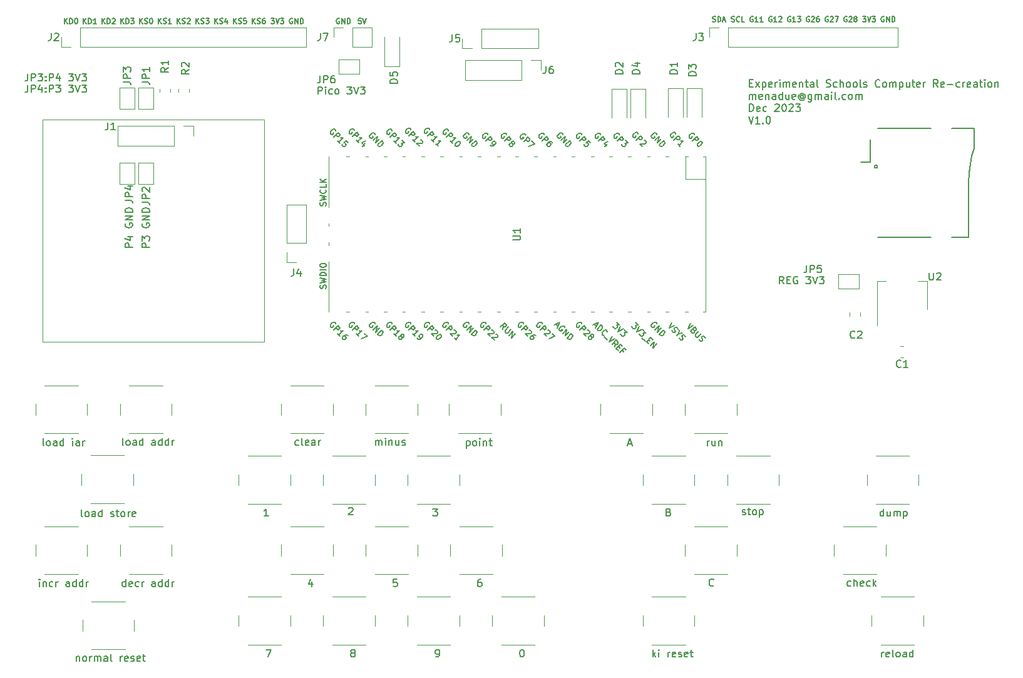
<source format=gbr>
G04 #@! TF.GenerationSoftware,KiCad,Pcbnew,5.1.5+dfsg1-2build2*
G04 #@! TF.CreationDate,2023-12-24T06:28:24+00:00*
G04 #@! TF.ProjectId,small_esc,736d616c-6c5f-4657-9363-2e6b69636164,rev?*
G04 #@! TF.SameCoordinates,Original*
G04 #@! TF.FileFunction,Legend,Top*
G04 #@! TF.FilePolarity,Positive*
%FSLAX46Y46*%
G04 Gerber Fmt 4.6, Leading zero omitted, Abs format (unit mm)*
G04 Created by KiCad (PCBNEW 5.1.5+dfsg1-2build2) date 2023-12-24 06:28:24*
%MOMM*%
%LPD*%
G04 APERTURE LIST*
%ADD10C,0.150000*%
%ADD11C,0.120000*%
G04 APERTURE END LIST*
D10*
X137026666Y-51432666D02*
X136693333Y-51432666D01*
X136660000Y-51766000D01*
X136693333Y-51732666D01*
X136760000Y-51699333D01*
X136926666Y-51699333D01*
X136993333Y-51732666D01*
X137026666Y-51766000D01*
X137060000Y-51832666D01*
X137060000Y-51999333D01*
X137026666Y-52066000D01*
X136993333Y-52099333D01*
X136926666Y-52132666D01*
X136760000Y-52132666D01*
X136693333Y-52099333D01*
X136660000Y-52066000D01*
X137260000Y-51432666D02*
X137493333Y-52132666D01*
X137726666Y-51432666D01*
X134086666Y-51466000D02*
X134020000Y-51432666D01*
X133920000Y-51432666D01*
X133820000Y-51466000D01*
X133753333Y-51532666D01*
X133720000Y-51599333D01*
X133686666Y-51732666D01*
X133686666Y-51832666D01*
X133720000Y-51966000D01*
X133753333Y-52032666D01*
X133820000Y-52099333D01*
X133920000Y-52132666D01*
X133986666Y-52132666D01*
X134086666Y-52099333D01*
X134120000Y-52066000D01*
X134120000Y-51832666D01*
X133986666Y-51832666D01*
X134420000Y-52132666D02*
X134420000Y-51432666D01*
X134820000Y-52132666D01*
X134820000Y-51432666D01*
X135153333Y-52132666D02*
X135153333Y-51432666D01*
X135320000Y-51432666D01*
X135420000Y-51466000D01*
X135486666Y-51532666D01*
X135520000Y-51599333D01*
X135553333Y-51732666D01*
X135553333Y-51832666D01*
X135520000Y-51966000D01*
X135486666Y-52032666D01*
X135420000Y-52099333D01*
X135320000Y-52132666D01*
X135153333Y-52132666D01*
X207746666Y-51212000D02*
X207680000Y-51178666D01*
X207580000Y-51178666D01*
X207480000Y-51212000D01*
X207413333Y-51278666D01*
X207380000Y-51345333D01*
X207346666Y-51478666D01*
X207346666Y-51578666D01*
X207380000Y-51712000D01*
X207413333Y-51778666D01*
X207480000Y-51845333D01*
X207580000Y-51878666D01*
X207646666Y-51878666D01*
X207746666Y-51845333D01*
X207780000Y-51812000D01*
X207780000Y-51578666D01*
X207646666Y-51578666D01*
X208080000Y-51878666D02*
X208080000Y-51178666D01*
X208480000Y-51878666D01*
X208480000Y-51178666D01*
X208813333Y-51878666D02*
X208813333Y-51178666D01*
X208980000Y-51178666D01*
X209080000Y-51212000D01*
X209146666Y-51278666D01*
X209180000Y-51345333D01*
X209213333Y-51478666D01*
X209213333Y-51578666D01*
X209180000Y-51712000D01*
X209146666Y-51778666D01*
X209080000Y-51845333D01*
X208980000Y-51878666D01*
X208813333Y-51878666D01*
X204873333Y-51178666D02*
X205306666Y-51178666D01*
X205073333Y-51445333D01*
X205173333Y-51445333D01*
X205240000Y-51478666D01*
X205273333Y-51512000D01*
X205306666Y-51578666D01*
X205306666Y-51745333D01*
X205273333Y-51812000D01*
X205240000Y-51845333D01*
X205173333Y-51878666D01*
X204973333Y-51878666D01*
X204906666Y-51845333D01*
X204873333Y-51812000D01*
X205506666Y-51178666D02*
X205740000Y-51878666D01*
X205973333Y-51178666D01*
X206140000Y-51178666D02*
X206573333Y-51178666D01*
X206340000Y-51445333D01*
X206440000Y-51445333D01*
X206506666Y-51478666D01*
X206540000Y-51512000D01*
X206573333Y-51578666D01*
X206573333Y-51745333D01*
X206540000Y-51812000D01*
X206506666Y-51845333D01*
X206440000Y-51878666D01*
X206240000Y-51878666D01*
X206173333Y-51845333D01*
X206140000Y-51812000D01*
X202716666Y-51212000D02*
X202650000Y-51178666D01*
X202550000Y-51178666D01*
X202450000Y-51212000D01*
X202383333Y-51278666D01*
X202350000Y-51345333D01*
X202316666Y-51478666D01*
X202316666Y-51578666D01*
X202350000Y-51712000D01*
X202383333Y-51778666D01*
X202450000Y-51845333D01*
X202550000Y-51878666D01*
X202616666Y-51878666D01*
X202716666Y-51845333D01*
X202750000Y-51812000D01*
X202750000Y-51578666D01*
X202616666Y-51578666D01*
X203016666Y-51245333D02*
X203050000Y-51212000D01*
X203116666Y-51178666D01*
X203283333Y-51178666D01*
X203350000Y-51212000D01*
X203383333Y-51245333D01*
X203416666Y-51312000D01*
X203416666Y-51378666D01*
X203383333Y-51478666D01*
X202983333Y-51878666D01*
X203416666Y-51878666D01*
X203816666Y-51478666D02*
X203750000Y-51445333D01*
X203716666Y-51412000D01*
X203683333Y-51345333D01*
X203683333Y-51312000D01*
X203716666Y-51245333D01*
X203750000Y-51212000D01*
X203816666Y-51178666D01*
X203950000Y-51178666D01*
X204016666Y-51212000D01*
X204050000Y-51245333D01*
X204083333Y-51312000D01*
X204083333Y-51345333D01*
X204050000Y-51412000D01*
X204016666Y-51445333D01*
X203950000Y-51478666D01*
X203816666Y-51478666D01*
X203750000Y-51512000D01*
X203716666Y-51545333D01*
X203683333Y-51612000D01*
X203683333Y-51745333D01*
X203716666Y-51812000D01*
X203750000Y-51845333D01*
X203816666Y-51878666D01*
X203950000Y-51878666D01*
X204016666Y-51845333D01*
X204050000Y-51812000D01*
X204083333Y-51745333D01*
X204083333Y-51612000D01*
X204050000Y-51545333D01*
X204016666Y-51512000D01*
X203950000Y-51478666D01*
X200176666Y-51212000D02*
X200110000Y-51178666D01*
X200010000Y-51178666D01*
X199910000Y-51212000D01*
X199843333Y-51278666D01*
X199810000Y-51345333D01*
X199776666Y-51478666D01*
X199776666Y-51578666D01*
X199810000Y-51712000D01*
X199843333Y-51778666D01*
X199910000Y-51845333D01*
X200010000Y-51878666D01*
X200076666Y-51878666D01*
X200176666Y-51845333D01*
X200210000Y-51812000D01*
X200210000Y-51578666D01*
X200076666Y-51578666D01*
X200476666Y-51245333D02*
X200510000Y-51212000D01*
X200576666Y-51178666D01*
X200743333Y-51178666D01*
X200810000Y-51212000D01*
X200843333Y-51245333D01*
X200876666Y-51312000D01*
X200876666Y-51378666D01*
X200843333Y-51478666D01*
X200443333Y-51878666D01*
X200876666Y-51878666D01*
X201110000Y-51178666D02*
X201576666Y-51178666D01*
X201276666Y-51878666D01*
X197636666Y-51212000D02*
X197570000Y-51178666D01*
X197470000Y-51178666D01*
X197370000Y-51212000D01*
X197303333Y-51278666D01*
X197270000Y-51345333D01*
X197236666Y-51478666D01*
X197236666Y-51578666D01*
X197270000Y-51712000D01*
X197303333Y-51778666D01*
X197370000Y-51845333D01*
X197470000Y-51878666D01*
X197536666Y-51878666D01*
X197636666Y-51845333D01*
X197670000Y-51812000D01*
X197670000Y-51578666D01*
X197536666Y-51578666D01*
X197936666Y-51245333D02*
X197970000Y-51212000D01*
X198036666Y-51178666D01*
X198203333Y-51178666D01*
X198270000Y-51212000D01*
X198303333Y-51245333D01*
X198336666Y-51312000D01*
X198336666Y-51378666D01*
X198303333Y-51478666D01*
X197903333Y-51878666D01*
X198336666Y-51878666D01*
X198936666Y-51178666D02*
X198803333Y-51178666D01*
X198736666Y-51212000D01*
X198703333Y-51245333D01*
X198636666Y-51345333D01*
X198603333Y-51478666D01*
X198603333Y-51745333D01*
X198636666Y-51812000D01*
X198670000Y-51845333D01*
X198736666Y-51878666D01*
X198870000Y-51878666D01*
X198936666Y-51845333D01*
X198970000Y-51812000D01*
X199003333Y-51745333D01*
X199003333Y-51578666D01*
X198970000Y-51512000D01*
X198936666Y-51478666D01*
X198870000Y-51445333D01*
X198736666Y-51445333D01*
X198670000Y-51478666D01*
X198636666Y-51512000D01*
X198603333Y-51578666D01*
X195096666Y-51212000D02*
X195030000Y-51178666D01*
X194930000Y-51178666D01*
X194830000Y-51212000D01*
X194763333Y-51278666D01*
X194730000Y-51345333D01*
X194696666Y-51478666D01*
X194696666Y-51578666D01*
X194730000Y-51712000D01*
X194763333Y-51778666D01*
X194830000Y-51845333D01*
X194930000Y-51878666D01*
X194996666Y-51878666D01*
X195096666Y-51845333D01*
X195130000Y-51812000D01*
X195130000Y-51578666D01*
X194996666Y-51578666D01*
X195796666Y-51878666D02*
X195396666Y-51878666D01*
X195596666Y-51878666D02*
X195596666Y-51178666D01*
X195530000Y-51278666D01*
X195463333Y-51345333D01*
X195396666Y-51378666D01*
X196030000Y-51178666D02*
X196463333Y-51178666D01*
X196230000Y-51445333D01*
X196330000Y-51445333D01*
X196396666Y-51478666D01*
X196430000Y-51512000D01*
X196463333Y-51578666D01*
X196463333Y-51745333D01*
X196430000Y-51812000D01*
X196396666Y-51845333D01*
X196330000Y-51878666D01*
X196130000Y-51878666D01*
X196063333Y-51845333D01*
X196030000Y-51812000D01*
X192556666Y-51212000D02*
X192490000Y-51178666D01*
X192390000Y-51178666D01*
X192290000Y-51212000D01*
X192223333Y-51278666D01*
X192190000Y-51345333D01*
X192156666Y-51478666D01*
X192156666Y-51578666D01*
X192190000Y-51712000D01*
X192223333Y-51778666D01*
X192290000Y-51845333D01*
X192390000Y-51878666D01*
X192456666Y-51878666D01*
X192556666Y-51845333D01*
X192590000Y-51812000D01*
X192590000Y-51578666D01*
X192456666Y-51578666D01*
X193256666Y-51878666D02*
X192856666Y-51878666D01*
X193056666Y-51878666D02*
X193056666Y-51178666D01*
X192990000Y-51278666D01*
X192923333Y-51345333D01*
X192856666Y-51378666D01*
X193523333Y-51245333D02*
X193556666Y-51212000D01*
X193623333Y-51178666D01*
X193790000Y-51178666D01*
X193856666Y-51212000D01*
X193890000Y-51245333D01*
X193923333Y-51312000D01*
X193923333Y-51378666D01*
X193890000Y-51478666D01*
X193490000Y-51878666D01*
X193923333Y-51878666D01*
X190016666Y-51212000D02*
X189950000Y-51178666D01*
X189850000Y-51178666D01*
X189750000Y-51212000D01*
X189683333Y-51278666D01*
X189650000Y-51345333D01*
X189616666Y-51478666D01*
X189616666Y-51578666D01*
X189650000Y-51712000D01*
X189683333Y-51778666D01*
X189750000Y-51845333D01*
X189850000Y-51878666D01*
X189916666Y-51878666D01*
X190016666Y-51845333D01*
X190050000Y-51812000D01*
X190050000Y-51578666D01*
X189916666Y-51578666D01*
X190716666Y-51878666D02*
X190316666Y-51878666D01*
X190516666Y-51878666D02*
X190516666Y-51178666D01*
X190450000Y-51278666D01*
X190383333Y-51345333D01*
X190316666Y-51378666D01*
X191383333Y-51878666D02*
X190983333Y-51878666D01*
X191183333Y-51878666D02*
X191183333Y-51178666D01*
X191116666Y-51278666D01*
X191050000Y-51345333D01*
X190983333Y-51378666D01*
X187126666Y-51845333D02*
X187226666Y-51878666D01*
X187393333Y-51878666D01*
X187460000Y-51845333D01*
X187493333Y-51812000D01*
X187526666Y-51745333D01*
X187526666Y-51678666D01*
X187493333Y-51612000D01*
X187460000Y-51578666D01*
X187393333Y-51545333D01*
X187260000Y-51512000D01*
X187193333Y-51478666D01*
X187160000Y-51445333D01*
X187126666Y-51378666D01*
X187126666Y-51312000D01*
X187160000Y-51245333D01*
X187193333Y-51212000D01*
X187260000Y-51178666D01*
X187426666Y-51178666D01*
X187526666Y-51212000D01*
X188226666Y-51812000D02*
X188193333Y-51845333D01*
X188093333Y-51878666D01*
X188026666Y-51878666D01*
X187926666Y-51845333D01*
X187860000Y-51778666D01*
X187826666Y-51712000D01*
X187793333Y-51578666D01*
X187793333Y-51478666D01*
X187826666Y-51345333D01*
X187860000Y-51278666D01*
X187926666Y-51212000D01*
X188026666Y-51178666D01*
X188093333Y-51178666D01*
X188193333Y-51212000D01*
X188226666Y-51245333D01*
X188860000Y-51878666D02*
X188526666Y-51878666D01*
X188526666Y-51178666D01*
X184570000Y-51845333D02*
X184670000Y-51878666D01*
X184836666Y-51878666D01*
X184903333Y-51845333D01*
X184936666Y-51812000D01*
X184970000Y-51745333D01*
X184970000Y-51678666D01*
X184936666Y-51612000D01*
X184903333Y-51578666D01*
X184836666Y-51545333D01*
X184703333Y-51512000D01*
X184636666Y-51478666D01*
X184603333Y-51445333D01*
X184570000Y-51378666D01*
X184570000Y-51312000D01*
X184603333Y-51245333D01*
X184636666Y-51212000D01*
X184703333Y-51178666D01*
X184870000Y-51178666D01*
X184970000Y-51212000D01*
X185270000Y-51878666D02*
X185270000Y-51178666D01*
X185436666Y-51178666D01*
X185536666Y-51212000D01*
X185603333Y-51278666D01*
X185636666Y-51345333D01*
X185670000Y-51478666D01*
X185670000Y-51578666D01*
X185636666Y-51712000D01*
X185603333Y-51778666D01*
X185536666Y-51845333D01*
X185436666Y-51878666D01*
X185270000Y-51878666D01*
X185936666Y-51678666D02*
X186270000Y-51678666D01*
X185870000Y-51878666D02*
X186103333Y-51178666D01*
X186336666Y-51878666D01*
X127736666Y-51466000D02*
X127670000Y-51432666D01*
X127570000Y-51432666D01*
X127470000Y-51466000D01*
X127403333Y-51532666D01*
X127370000Y-51599333D01*
X127336666Y-51732666D01*
X127336666Y-51832666D01*
X127370000Y-51966000D01*
X127403333Y-52032666D01*
X127470000Y-52099333D01*
X127570000Y-52132666D01*
X127636666Y-52132666D01*
X127736666Y-52099333D01*
X127770000Y-52066000D01*
X127770000Y-51832666D01*
X127636666Y-51832666D01*
X128070000Y-52132666D02*
X128070000Y-51432666D01*
X128470000Y-52132666D01*
X128470000Y-51432666D01*
X128803333Y-52132666D02*
X128803333Y-51432666D01*
X128970000Y-51432666D01*
X129070000Y-51466000D01*
X129136666Y-51532666D01*
X129170000Y-51599333D01*
X129203333Y-51732666D01*
X129203333Y-51832666D01*
X129170000Y-51966000D01*
X129136666Y-52032666D01*
X129070000Y-52099333D01*
X128970000Y-52132666D01*
X128803333Y-52132666D01*
X124863333Y-51432666D02*
X125296666Y-51432666D01*
X125063333Y-51699333D01*
X125163333Y-51699333D01*
X125230000Y-51732666D01*
X125263333Y-51766000D01*
X125296666Y-51832666D01*
X125296666Y-51999333D01*
X125263333Y-52066000D01*
X125230000Y-52099333D01*
X125163333Y-52132666D01*
X124963333Y-52132666D01*
X124896666Y-52099333D01*
X124863333Y-52066000D01*
X125496666Y-51432666D02*
X125730000Y-52132666D01*
X125963333Y-51432666D01*
X126130000Y-51432666D02*
X126563333Y-51432666D01*
X126330000Y-51699333D01*
X126430000Y-51699333D01*
X126496666Y-51732666D01*
X126530000Y-51766000D01*
X126563333Y-51832666D01*
X126563333Y-51999333D01*
X126530000Y-52066000D01*
X126496666Y-52099333D01*
X126430000Y-52132666D01*
X126230000Y-52132666D01*
X126163333Y-52099333D01*
X126130000Y-52066000D01*
X122340000Y-52132666D02*
X122340000Y-51432666D01*
X122740000Y-52132666D02*
X122440000Y-51732666D01*
X122740000Y-51432666D02*
X122340000Y-51832666D01*
X123006666Y-52099333D02*
X123106666Y-52132666D01*
X123273333Y-52132666D01*
X123340000Y-52099333D01*
X123373333Y-52066000D01*
X123406666Y-51999333D01*
X123406666Y-51932666D01*
X123373333Y-51866000D01*
X123340000Y-51832666D01*
X123273333Y-51799333D01*
X123140000Y-51766000D01*
X123073333Y-51732666D01*
X123040000Y-51699333D01*
X123006666Y-51632666D01*
X123006666Y-51566000D01*
X123040000Y-51499333D01*
X123073333Y-51466000D01*
X123140000Y-51432666D01*
X123306666Y-51432666D01*
X123406666Y-51466000D01*
X124006666Y-51432666D02*
X123873333Y-51432666D01*
X123806666Y-51466000D01*
X123773333Y-51499333D01*
X123706666Y-51599333D01*
X123673333Y-51732666D01*
X123673333Y-51999333D01*
X123706666Y-52066000D01*
X123740000Y-52099333D01*
X123806666Y-52132666D01*
X123940000Y-52132666D01*
X124006666Y-52099333D01*
X124040000Y-52066000D01*
X124073333Y-51999333D01*
X124073333Y-51832666D01*
X124040000Y-51766000D01*
X124006666Y-51732666D01*
X123940000Y-51699333D01*
X123806666Y-51699333D01*
X123740000Y-51732666D01*
X123706666Y-51766000D01*
X123673333Y-51832666D01*
X119800000Y-52132666D02*
X119800000Y-51432666D01*
X120200000Y-52132666D02*
X119900000Y-51732666D01*
X120200000Y-51432666D02*
X119800000Y-51832666D01*
X120466666Y-52099333D02*
X120566666Y-52132666D01*
X120733333Y-52132666D01*
X120800000Y-52099333D01*
X120833333Y-52066000D01*
X120866666Y-51999333D01*
X120866666Y-51932666D01*
X120833333Y-51866000D01*
X120800000Y-51832666D01*
X120733333Y-51799333D01*
X120600000Y-51766000D01*
X120533333Y-51732666D01*
X120500000Y-51699333D01*
X120466666Y-51632666D01*
X120466666Y-51566000D01*
X120500000Y-51499333D01*
X120533333Y-51466000D01*
X120600000Y-51432666D01*
X120766666Y-51432666D01*
X120866666Y-51466000D01*
X121500000Y-51432666D02*
X121166666Y-51432666D01*
X121133333Y-51766000D01*
X121166666Y-51732666D01*
X121233333Y-51699333D01*
X121400000Y-51699333D01*
X121466666Y-51732666D01*
X121500000Y-51766000D01*
X121533333Y-51832666D01*
X121533333Y-51999333D01*
X121500000Y-52066000D01*
X121466666Y-52099333D01*
X121400000Y-52132666D01*
X121233333Y-52132666D01*
X121166666Y-52099333D01*
X121133333Y-52066000D01*
X117260000Y-52132666D02*
X117260000Y-51432666D01*
X117660000Y-52132666D02*
X117360000Y-51732666D01*
X117660000Y-51432666D02*
X117260000Y-51832666D01*
X117926666Y-52099333D02*
X118026666Y-52132666D01*
X118193333Y-52132666D01*
X118260000Y-52099333D01*
X118293333Y-52066000D01*
X118326666Y-51999333D01*
X118326666Y-51932666D01*
X118293333Y-51866000D01*
X118260000Y-51832666D01*
X118193333Y-51799333D01*
X118060000Y-51766000D01*
X117993333Y-51732666D01*
X117960000Y-51699333D01*
X117926666Y-51632666D01*
X117926666Y-51566000D01*
X117960000Y-51499333D01*
X117993333Y-51466000D01*
X118060000Y-51432666D01*
X118226666Y-51432666D01*
X118326666Y-51466000D01*
X118926666Y-51666000D02*
X118926666Y-52132666D01*
X118760000Y-51399333D02*
X118593333Y-51899333D01*
X119026666Y-51899333D01*
X114720000Y-52132666D02*
X114720000Y-51432666D01*
X115120000Y-52132666D02*
X114820000Y-51732666D01*
X115120000Y-51432666D02*
X114720000Y-51832666D01*
X115386666Y-52099333D02*
X115486666Y-52132666D01*
X115653333Y-52132666D01*
X115720000Y-52099333D01*
X115753333Y-52066000D01*
X115786666Y-51999333D01*
X115786666Y-51932666D01*
X115753333Y-51866000D01*
X115720000Y-51832666D01*
X115653333Y-51799333D01*
X115520000Y-51766000D01*
X115453333Y-51732666D01*
X115420000Y-51699333D01*
X115386666Y-51632666D01*
X115386666Y-51566000D01*
X115420000Y-51499333D01*
X115453333Y-51466000D01*
X115520000Y-51432666D01*
X115686666Y-51432666D01*
X115786666Y-51466000D01*
X116020000Y-51432666D02*
X116453333Y-51432666D01*
X116220000Y-51699333D01*
X116320000Y-51699333D01*
X116386666Y-51732666D01*
X116420000Y-51766000D01*
X116453333Y-51832666D01*
X116453333Y-51999333D01*
X116420000Y-52066000D01*
X116386666Y-52099333D01*
X116320000Y-52132666D01*
X116120000Y-52132666D01*
X116053333Y-52099333D01*
X116020000Y-52066000D01*
X112180000Y-52132666D02*
X112180000Y-51432666D01*
X112580000Y-52132666D02*
X112280000Y-51732666D01*
X112580000Y-51432666D02*
X112180000Y-51832666D01*
X112846666Y-52099333D02*
X112946666Y-52132666D01*
X113113333Y-52132666D01*
X113180000Y-52099333D01*
X113213333Y-52066000D01*
X113246666Y-51999333D01*
X113246666Y-51932666D01*
X113213333Y-51866000D01*
X113180000Y-51832666D01*
X113113333Y-51799333D01*
X112980000Y-51766000D01*
X112913333Y-51732666D01*
X112880000Y-51699333D01*
X112846666Y-51632666D01*
X112846666Y-51566000D01*
X112880000Y-51499333D01*
X112913333Y-51466000D01*
X112980000Y-51432666D01*
X113146666Y-51432666D01*
X113246666Y-51466000D01*
X113513333Y-51499333D02*
X113546666Y-51466000D01*
X113613333Y-51432666D01*
X113780000Y-51432666D01*
X113846666Y-51466000D01*
X113880000Y-51499333D01*
X113913333Y-51566000D01*
X113913333Y-51632666D01*
X113880000Y-51732666D01*
X113480000Y-52132666D01*
X113913333Y-52132666D01*
X109640000Y-52132666D02*
X109640000Y-51432666D01*
X110040000Y-52132666D02*
X109740000Y-51732666D01*
X110040000Y-51432666D02*
X109640000Y-51832666D01*
X110306666Y-52099333D02*
X110406666Y-52132666D01*
X110573333Y-52132666D01*
X110640000Y-52099333D01*
X110673333Y-52066000D01*
X110706666Y-51999333D01*
X110706666Y-51932666D01*
X110673333Y-51866000D01*
X110640000Y-51832666D01*
X110573333Y-51799333D01*
X110440000Y-51766000D01*
X110373333Y-51732666D01*
X110340000Y-51699333D01*
X110306666Y-51632666D01*
X110306666Y-51566000D01*
X110340000Y-51499333D01*
X110373333Y-51466000D01*
X110440000Y-51432666D01*
X110606666Y-51432666D01*
X110706666Y-51466000D01*
X111373333Y-52132666D02*
X110973333Y-52132666D01*
X111173333Y-52132666D02*
X111173333Y-51432666D01*
X111106666Y-51532666D01*
X111040000Y-51599333D01*
X110973333Y-51632666D01*
X107100000Y-52132666D02*
X107100000Y-51432666D01*
X107500000Y-52132666D02*
X107200000Y-51732666D01*
X107500000Y-51432666D02*
X107100000Y-51832666D01*
X107766666Y-52099333D02*
X107866666Y-52132666D01*
X108033333Y-52132666D01*
X108100000Y-52099333D01*
X108133333Y-52066000D01*
X108166666Y-51999333D01*
X108166666Y-51932666D01*
X108133333Y-51866000D01*
X108100000Y-51832666D01*
X108033333Y-51799333D01*
X107900000Y-51766000D01*
X107833333Y-51732666D01*
X107800000Y-51699333D01*
X107766666Y-51632666D01*
X107766666Y-51566000D01*
X107800000Y-51499333D01*
X107833333Y-51466000D01*
X107900000Y-51432666D01*
X108066666Y-51432666D01*
X108166666Y-51466000D01*
X108600000Y-51432666D02*
X108666666Y-51432666D01*
X108733333Y-51466000D01*
X108766666Y-51499333D01*
X108800000Y-51566000D01*
X108833333Y-51699333D01*
X108833333Y-51866000D01*
X108800000Y-51999333D01*
X108766666Y-52066000D01*
X108733333Y-52099333D01*
X108666666Y-52132666D01*
X108600000Y-52132666D01*
X108533333Y-52099333D01*
X108500000Y-52066000D01*
X108466666Y-51999333D01*
X108433333Y-51866000D01*
X108433333Y-51699333D01*
X108466666Y-51566000D01*
X108500000Y-51499333D01*
X108533333Y-51466000D01*
X108600000Y-51432666D01*
X104543333Y-52132666D02*
X104543333Y-51432666D01*
X104943333Y-52132666D02*
X104643333Y-51732666D01*
X104943333Y-51432666D02*
X104543333Y-51832666D01*
X105243333Y-52132666D02*
X105243333Y-51432666D01*
X105410000Y-51432666D01*
X105510000Y-51466000D01*
X105576666Y-51532666D01*
X105610000Y-51599333D01*
X105643333Y-51732666D01*
X105643333Y-51832666D01*
X105610000Y-51966000D01*
X105576666Y-52032666D01*
X105510000Y-52099333D01*
X105410000Y-52132666D01*
X105243333Y-52132666D01*
X105876666Y-51432666D02*
X106310000Y-51432666D01*
X106076666Y-51699333D01*
X106176666Y-51699333D01*
X106243333Y-51732666D01*
X106276666Y-51766000D01*
X106310000Y-51832666D01*
X106310000Y-51999333D01*
X106276666Y-52066000D01*
X106243333Y-52099333D01*
X106176666Y-52132666D01*
X105976666Y-52132666D01*
X105910000Y-52099333D01*
X105876666Y-52066000D01*
X102003333Y-52132666D02*
X102003333Y-51432666D01*
X102403333Y-52132666D02*
X102103333Y-51732666D01*
X102403333Y-51432666D02*
X102003333Y-51832666D01*
X102703333Y-52132666D02*
X102703333Y-51432666D01*
X102870000Y-51432666D01*
X102970000Y-51466000D01*
X103036666Y-51532666D01*
X103070000Y-51599333D01*
X103103333Y-51732666D01*
X103103333Y-51832666D01*
X103070000Y-51966000D01*
X103036666Y-52032666D01*
X102970000Y-52099333D01*
X102870000Y-52132666D01*
X102703333Y-52132666D01*
X103370000Y-51499333D02*
X103403333Y-51466000D01*
X103470000Y-51432666D01*
X103636666Y-51432666D01*
X103703333Y-51466000D01*
X103736666Y-51499333D01*
X103770000Y-51566000D01*
X103770000Y-51632666D01*
X103736666Y-51732666D01*
X103336666Y-52132666D01*
X103770000Y-52132666D01*
X99463333Y-52132666D02*
X99463333Y-51432666D01*
X99863333Y-52132666D02*
X99563333Y-51732666D01*
X99863333Y-51432666D02*
X99463333Y-51832666D01*
X100163333Y-52132666D02*
X100163333Y-51432666D01*
X100330000Y-51432666D01*
X100430000Y-51466000D01*
X100496666Y-51532666D01*
X100530000Y-51599333D01*
X100563333Y-51732666D01*
X100563333Y-51832666D01*
X100530000Y-51966000D01*
X100496666Y-52032666D01*
X100430000Y-52099333D01*
X100330000Y-52132666D01*
X100163333Y-52132666D01*
X101230000Y-52132666D02*
X100830000Y-52132666D01*
X101030000Y-52132666D02*
X101030000Y-51432666D01*
X100963333Y-51532666D01*
X100896666Y-51599333D01*
X100830000Y-51632666D01*
X96923333Y-52132666D02*
X96923333Y-51432666D01*
X97323333Y-52132666D02*
X97023333Y-51732666D01*
X97323333Y-51432666D02*
X96923333Y-51832666D01*
X97623333Y-52132666D02*
X97623333Y-51432666D01*
X97790000Y-51432666D01*
X97890000Y-51466000D01*
X97956666Y-51532666D01*
X97990000Y-51599333D01*
X98023333Y-51732666D01*
X98023333Y-51832666D01*
X97990000Y-51966000D01*
X97956666Y-52032666D01*
X97890000Y-52099333D01*
X97790000Y-52132666D01*
X97623333Y-52132666D01*
X98456666Y-51432666D02*
X98523333Y-51432666D01*
X98590000Y-51466000D01*
X98623333Y-51499333D01*
X98656666Y-51566000D01*
X98690000Y-51699333D01*
X98690000Y-51866000D01*
X98656666Y-51999333D01*
X98623333Y-52066000D01*
X98590000Y-52099333D01*
X98523333Y-52132666D01*
X98456666Y-52132666D01*
X98390000Y-52099333D01*
X98356666Y-52066000D01*
X98323333Y-51999333D01*
X98290000Y-51866000D01*
X98290000Y-51699333D01*
X98323333Y-51566000D01*
X98356666Y-51499333D01*
X98390000Y-51466000D01*
X98456666Y-51432666D01*
X131223142Y-61666380D02*
X131223142Y-60666380D01*
X131604095Y-60666380D01*
X131699333Y-60714000D01*
X131746952Y-60761619D01*
X131794571Y-60856857D01*
X131794571Y-60999714D01*
X131746952Y-61094952D01*
X131699333Y-61142571D01*
X131604095Y-61190190D01*
X131223142Y-61190190D01*
X132223142Y-61666380D02*
X132223142Y-60999714D01*
X132223142Y-60666380D02*
X132175523Y-60714000D01*
X132223142Y-60761619D01*
X132270761Y-60714000D01*
X132223142Y-60666380D01*
X132223142Y-60761619D01*
X133127904Y-61618761D02*
X133032666Y-61666380D01*
X132842190Y-61666380D01*
X132746952Y-61618761D01*
X132699333Y-61571142D01*
X132651714Y-61475904D01*
X132651714Y-61190190D01*
X132699333Y-61094952D01*
X132746952Y-61047333D01*
X132842190Y-60999714D01*
X133032666Y-60999714D01*
X133127904Y-61047333D01*
X133699333Y-61666380D02*
X133604095Y-61618761D01*
X133556476Y-61571142D01*
X133508857Y-61475904D01*
X133508857Y-61190190D01*
X133556476Y-61094952D01*
X133604095Y-61047333D01*
X133699333Y-60999714D01*
X133842190Y-60999714D01*
X133937428Y-61047333D01*
X133985047Y-61094952D01*
X134032666Y-61190190D01*
X134032666Y-61475904D01*
X133985047Y-61571142D01*
X133937428Y-61618761D01*
X133842190Y-61666380D01*
X133699333Y-61666380D01*
X135127904Y-60666380D02*
X135746952Y-60666380D01*
X135413619Y-61047333D01*
X135556476Y-61047333D01*
X135651714Y-61094952D01*
X135699333Y-61142571D01*
X135746952Y-61237809D01*
X135746952Y-61475904D01*
X135699333Y-61571142D01*
X135651714Y-61618761D01*
X135556476Y-61666380D01*
X135270761Y-61666380D01*
X135175523Y-61618761D01*
X135127904Y-61571142D01*
X136032666Y-60666380D02*
X136366000Y-61666380D01*
X136699333Y-60666380D01*
X136937428Y-60666380D02*
X137556476Y-60666380D01*
X137223142Y-61047333D01*
X137366000Y-61047333D01*
X137461238Y-61094952D01*
X137508857Y-61142571D01*
X137556476Y-61237809D01*
X137556476Y-61475904D01*
X137508857Y-61571142D01*
X137461238Y-61618761D01*
X137366000Y-61666380D01*
X137080285Y-61666380D01*
X136985047Y-61618761D01*
X136937428Y-61571142D01*
X194191238Y-87320380D02*
X193857904Y-86844190D01*
X193619809Y-87320380D02*
X193619809Y-86320380D01*
X194000761Y-86320380D01*
X194096000Y-86368000D01*
X194143619Y-86415619D01*
X194191238Y-86510857D01*
X194191238Y-86653714D01*
X194143619Y-86748952D01*
X194096000Y-86796571D01*
X194000761Y-86844190D01*
X193619809Y-86844190D01*
X194619809Y-86796571D02*
X194953142Y-86796571D01*
X195096000Y-87320380D02*
X194619809Y-87320380D01*
X194619809Y-86320380D01*
X195096000Y-86320380D01*
X196048380Y-86368000D02*
X195953142Y-86320380D01*
X195810285Y-86320380D01*
X195667428Y-86368000D01*
X195572190Y-86463238D01*
X195524571Y-86558476D01*
X195476952Y-86748952D01*
X195476952Y-86891809D01*
X195524571Y-87082285D01*
X195572190Y-87177523D01*
X195667428Y-87272761D01*
X195810285Y-87320380D01*
X195905523Y-87320380D01*
X196048380Y-87272761D01*
X196096000Y-87225142D01*
X196096000Y-86891809D01*
X195905523Y-86891809D01*
X197191238Y-86320380D02*
X197810285Y-86320380D01*
X197476952Y-86701333D01*
X197619809Y-86701333D01*
X197715047Y-86748952D01*
X197762666Y-86796571D01*
X197810285Y-86891809D01*
X197810285Y-87129904D01*
X197762666Y-87225142D01*
X197715047Y-87272761D01*
X197619809Y-87320380D01*
X197334095Y-87320380D01*
X197238857Y-87272761D01*
X197191238Y-87225142D01*
X198096000Y-86320380D02*
X198429333Y-87320380D01*
X198762666Y-86320380D01*
X199000761Y-86320380D02*
X199619809Y-86320380D01*
X199286476Y-86701333D01*
X199429333Y-86701333D01*
X199524571Y-86748952D01*
X199572190Y-86796571D01*
X199619809Y-86891809D01*
X199619809Y-87129904D01*
X199572190Y-87225142D01*
X199524571Y-87272761D01*
X199429333Y-87320380D01*
X199143619Y-87320380D01*
X199048380Y-87272761D01*
X199000761Y-87225142D01*
X91948476Y-60412380D02*
X91948476Y-61126666D01*
X91900857Y-61269523D01*
X91805619Y-61364761D01*
X91662761Y-61412380D01*
X91567523Y-61412380D01*
X92424666Y-61412380D02*
X92424666Y-60412380D01*
X92805619Y-60412380D01*
X92900857Y-60460000D01*
X92948476Y-60507619D01*
X92996095Y-60602857D01*
X92996095Y-60745714D01*
X92948476Y-60840952D01*
X92900857Y-60888571D01*
X92805619Y-60936190D01*
X92424666Y-60936190D01*
X93853238Y-60745714D02*
X93853238Y-61412380D01*
X93615142Y-60364761D02*
X93377047Y-61079047D01*
X93996095Y-61079047D01*
X94377047Y-61317142D02*
X94424666Y-61364761D01*
X94377047Y-61412380D01*
X94329428Y-61364761D01*
X94377047Y-61317142D01*
X94377047Y-61412380D01*
X94377047Y-60793333D02*
X94424666Y-60840952D01*
X94377047Y-60888571D01*
X94329428Y-60840952D01*
X94377047Y-60793333D01*
X94377047Y-60888571D01*
X94853238Y-61412380D02*
X94853238Y-60412380D01*
X95234190Y-60412380D01*
X95329428Y-60460000D01*
X95377047Y-60507619D01*
X95424666Y-60602857D01*
X95424666Y-60745714D01*
X95377047Y-60840952D01*
X95329428Y-60888571D01*
X95234190Y-60936190D01*
X94853238Y-60936190D01*
X95758000Y-60412380D02*
X96377047Y-60412380D01*
X96043714Y-60793333D01*
X96186571Y-60793333D01*
X96281809Y-60840952D01*
X96329428Y-60888571D01*
X96377047Y-60983809D01*
X96377047Y-61221904D01*
X96329428Y-61317142D01*
X96281809Y-61364761D01*
X96186571Y-61412380D01*
X95900857Y-61412380D01*
X95805619Y-61364761D01*
X95758000Y-61317142D01*
X97472285Y-60412380D02*
X98091333Y-60412380D01*
X97758000Y-60793333D01*
X97900857Y-60793333D01*
X97996095Y-60840952D01*
X98043714Y-60888571D01*
X98091333Y-60983809D01*
X98091333Y-61221904D01*
X98043714Y-61317142D01*
X97996095Y-61364761D01*
X97900857Y-61412380D01*
X97615142Y-61412380D01*
X97519904Y-61364761D01*
X97472285Y-61317142D01*
X98377047Y-60412380D02*
X98710380Y-61412380D01*
X99043714Y-60412380D01*
X99281809Y-60412380D02*
X99900857Y-60412380D01*
X99567523Y-60793333D01*
X99710380Y-60793333D01*
X99805619Y-60840952D01*
X99853238Y-60888571D01*
X99900857Y-60983809D01*
X99900857Y-61221904D01*
X99853238Y-61317142D01*
X99805619Y-61364761D01*
X99710380Y-61412380D01*
X99424666Y-61412380D01*
X99329428Y-61364761D01*
X99281809Y-61317142D01*
X91948476Y-58888380D02*
X91948476Y-59602666D01*
X91900857Y-59745523D01*
X91805619Y-59840761D01*
X91662761Y-59888380D01*
X91567523Y-59888380D01*
X92424666Y-59888380D02*
X92424666Y-58888380D01*
X92805619Y-58888380D01*
X92900857Y-58936000D01*
X92948476Y-58983619D01*
X92996095Y-59078857D01*
X92996095Y-59221714D01*
X92948476Y-59316952D01*
X92900857Y-59364571D01*
X92805619Y-59412190D01*
X92424666Y-59412190D01*
X93329428Y-58888380D02*
X93948476Y-58888380D01*
X93615142Y-59269333D01*
X93758000Y-59269333D01*
X93853238Y-59316952D01*
X93900857Y-59364571D01*
X93948476Y-59459809D01*
X93948476Y-59697904D01*
X93900857Y-59793142D01*
X93853238Y-59840761D01*
X93758000Y-59888380D01*
X93472285Y-59888380D01*
X93377047Y-59840761D01*
X93329428Y-59793142D01*
X94377047Y-59793142D02*
X94424666Y-59840761D01*
X94377047Y-59888380D01*
X94329428Y-59840761D01*
X94377047Y-59793142D01*
X94377047Y-59888380D01*
X94377047Y-59269333D02*
X94424666Y-59316952D01*
X94377047Y-59364571D01*
X94329428Y-59316952D01*
X94377047Y-59269333D01*
X94377047Y-59364571D01*
X94853238Y-59888380D02*
X94853238Y-58888380D01*
X95234190Y-58888380D01*
X95329428Y-58936000D01*
X95377047Y-58983619D01*
X95424666Y-59078857D01*
X95424666Y-59221714D01*
X95377047Y-59316952D01*
X95329428Y-59364571D01*
X95234190Y-59412190D01*
X94853238Y-59412190D01*
X96281809Y-59221714D02*
X96281809Y-59888380D01*
X96043714Y-58840761D02*
X95805619Y-59555047D01*
X96424666Y-59555047D01*
X97472285Y-58888380D02*
X98091333Y-58888380D01*
X97758000Y-59269333D01*
X97900857Y-59269333D01*
X97996095Y-59316952D01*
X98043714Y-59364571D01*
X98091333Y-59459809D01*
X98091333Y-59697904D01*
X98043714Y-59793142D01*
X97996095Y-59840761D01*
X97900857Y-59888380D01*
X97615142Y-59888380D01*
X97519904Y-59840761D01*
X97472285Y-59793142D01*
X98377047Y-58888380D02*
X98710380Y-59888380D01*
X99043714Y-58888380D01*
X99281809Y-58888380D02*
X99900857Y-58888380D01*
X99567523Y-59269333D01*
X99710380Y-59269333D01*
X99805619Y-59316952D01*
X99853238Y-59364571D01*
X99900857Y-59459809D01*
X99900857Y-59697904D01*
X99853238Y-59793142D01*
X99805619Y-59840761D01*
X99710380Y-59888380D01*
X99424666Y-59888380D01*
X99329428Y-59840761D01*
X99281809Y-59793142D01*
X108402380Y-82398857D02*
X107402380Y-82398857D01*
X107402380Y-82017904D01*
X107450000Y-81922666D01*
X107497619Y-81875047D01*
X107592857Y-81827428D01*
X107735714Y-81827428D01*
X107830952Y-81875047D01*
X107878571Y-81922666D01*
X107926190Y-82017904D01*
X107926190Y-82398857D01*
X107402380Y-81494095D02*
X107402380Y-80875047D01*
X107783333Y-81208380D01*
X107783333Y-81065523D01*
X107830952Y-80970285D01*
X107878571Y-80922666D01*
X107973809Y-80875047D01*
X108211904Y-80875047D01*
X108307142Y-80922666D01*
X108354761Y-80970285D01*
X108402380Y-81065523D01*
X108402380Y-81351238D01*
X108354761Y-81446476D01*
X108307142Y-81494095D01*
X107450000Y-79160761D02*
X107402380Y-79256000D01*
X107402380Y-79398857D01*
X107450000Y-79541714D01*
X107545238Y-79636952D01*
X107640476Y-79684571D01*
X107830952Y-79732190D01*
X107973809Y-79732190D01*
X108164285Y-79684571D01*
X108259523Y-79636952D01*
X108354761Y-79541714D01*
X108402380Y-79398857D01*
X108402380Y-79303619D01*
X108354761Y-79160761D01*
X108307142Y-79113142D01*
X107973809Y-79113142D01*
X107973809Y-79303619D01*
X108402380Y-78684571D02*
X107402380Y-78684571D01*
X108402380Y-78113142D01*
X107402380Y-78113142D01*
X108402380Y-77636952D02*
X107402380Y-77636952D01*
X107402380Y-77398857D01*
X107450000Y-77256000D01*
X107545238Y-77160761D01*
X107640476Y-77113142D01*
X107830952Y-77065523D01*
X107973809Y-77065523D01*
X108164285Y-77113142D01*
X108259523Y-77160761D01*
X108354761Y-77256000D01*
X108402380Y-77398857D01*
X108402380Y-77636952D01*
X106116380Y-82398857D02*
X105116380Y-82398857D01*
X105116380Y-82017904D01*
X105164000Y-81922666D01*
X105211619Y-81875047D01*
X105306857Y-81827428D01*
X105449714Y-81827428D01*
X105544952Y-81875047D01*
X105592571Y-81922666D01*
X105640190Y-82017904D01*
X105640190Y-82398857D01*
X105449714Y-80970285D02*
X106116380Y-80970285D01*
X105068761Y-81208380D02*
X105783047Y-81446476D01*
X105783047Y-80827428D01*
X105164000Y-79160761D02*
X105116380Y-79256000D01*
X105116380Y-79398857D01*
X105164000Y-79541714D01*
X105259238Y-79636952D01*
X105354476Y-79684571D01*
X105544952Y-79732190D01*
X105687809Y-79732190D01*
X105878285Y-79684571D01*
X105973523Y-79636952D01*
X106068761Y-79541714D01*
X106116380Y-79398857D01*
X106116380Y-79303619D01*
X106068761Y-79160761D01*
X106021142Y-79113142D01*
X105687809Y-79113142D01*
X105687809Y-79303619D01*
X106116380Y-78684571D02*
X105116380Y-78684571D01*
X106116380Y-78113142D01*
X105116380Y-78113142D01*
X106116380Y-77636952D02*
X105116380Y-77636952D01*
X105116380Y-77398857D01*
X105164000Y-77256000D01*
X105259238Y-77160761D01*
X105354476Y-77113142D01*
X105544952Y-77065523D01*
X105687809Y-77065523D01*
X105878285Y-77113142D01*
X105973523Y-77160761D01*
X106068761Y-77256000D01*
X106116380Y-77398857D01*
X106116380Y-77636952D01*
X189565595Y-60191571D02*
X189898928Y-60191571D01*
X190041785Y-60715380D02*
X189565595Y-60715380D01*
X189565595Y-59715380D01*
X190041785Y-59715380D01*
X190375119Y-60715380D02*
X190898928Y-60048714D01*
X190375119Y-60048714D02*
X190898928Y-60715380D01*
X191279880Y-60048714D02*
X191279880Y-61048714D01*
X191279880Y-60096333D02*
X191375119Y-60048714D01*
X191565595Y-60048714D01*
X191660833Y-60096333D01*
X191708452Y-60143952D01*
X191756071Y-60239190D01*
X191756071Y-60524904D01*
X191708452Y-60620142D01*
X191660833Y-60667761D01*
X191565595Y-60715380D01*
X191375119Y-60715380D01*
X191279880Y-60667761D01*
X192565595Y-60667761D02*
X192470357Y-60715380D01*
X192279880Y-60715380D01*
X192184642Y-60667761D01*
X192137023Y-60572523D01*
X192137023Y-60191571D01*
X192184642Y-60096333D01*
X192279880Y-60048714D01*
X192470357Y-60048714D01*
X192565595Y-60096333D01*
X192613214Y-60191571D01*
X192613214Y-60286809D01*
X192137023Y-60382047D01*
X193041785Y-60715380D02*
X193041785Y-60048714D01*
X193041785Y-60239190D02*
X193089404Y-60143952D01*
X193137023Y-60096333D01*
X193232261Y-60048714D01*
X193327500Y-60048714D01*
X193660833Y-60715380D02*
X193660833Y-60048714D01*
X193660833Y-59715380D02*
X193613214Y-59763000D01*
X193660833Y-59810619D01*
X193708452Y-59763000D01*
X193660833Y-59715380D01*
X193660833Y-59810619D01*
X194137023Y-60715380D02*
X194137023Y-60048714D01*
X194137023Y-60143952D02*
X194184642Y-60096333D01*
X194279880Y-60048714D01*
X194422738Y-60048714D01*
X194517976Y-60096333D01*
X194565595Y-60191571D01*
X194565595Y-60715380D01*
X194565595Y-60191571D02*
X194613214Y-60096333D01*
X194708452Y-60048714D01*
X194851309Y-60048714D01*
X194946547Y-60096333D01*
X194994166Y-60191571D01*
X194994166Y-60715380D01*
X195851309Y-60667761D02*
X195756071Y-60715380D01*
X195565595Y-60715380D01*
X195470357Y-60667761D01*
X195422738Y-60572523D01*
X195422738Y-60191571D01*
X195470357Y-60096333D01*
X195565595Y-60048714D01*
X195756071Y-60048714D01*
X195851309Y-60096333D01*
X195898928Y-60191571D01*
X195898928Y-60286809D01*
X195422738Y-60382047D01*
X196327500Y-60048714D02*
X196327500Y-60715380D01*
X196327500Y-60143952D02*
X196375119Y-60096333D01*
X196470357Y-60048714D01*
X196613214Y-60048714D01*
X196708452Y-60096333D01*
X196756071Y-60191571D01*
X196756071Y-60715380D01*
X197089404Y-60048714D02*
X197470357Y-60048714D01*
X197232261Y-59715380D02*
X197232261Y-60572523D01*
X197279880Y-60667761D01*
X197375119Y-60715380D01*
X197470357Y-60715380D01*
X198232261Y-60715380D02*
X198232261Y-60191571D01*
X198184642Y-60096333D01*
X198089404Y-60048714D01*
X197898928Y-60048714D01*
X197803690Y-60096333D01*
X198232261Y-60667761D02*
X198137023Y-60715380D01*
X197898928Y-60715380D01*
X197803690Y-60667761D01*
X197756071Y-60572523D01*
X197756071Y-60477285D01*
X197803690Y-60382047D01*
X197898928Y-60334428D01*
X198137023Y-60334428D01*
X198232261Y-60286809D01*
X198851309Y-60715380D02*
X198756071Y-60667761D01*
X198708452Y-60572523D01*
X198708452Y-59715380D01*
X199946547Y-60667761D02*
X200089404Y-60715380D01*
X200327500Y-60715380D01*
X200422738Y-60667761D01*
X200470357Y-60620142D01*
X200517976Y-60524904D01*
X200517976Y-60429666D01*
X200470357Y-60334428D01*
X200422738Y-60286809D01*
X200327500Y-60239190D01*
X200137023Y-60191571D01*
X200041785Y-60143952D01*
X199994166Y-60096333D01*
X199946547Y-60001095D01*
X199946547Y-59905857D01*
X199994166Y-59810619D01*
X200041785Y-59763000D01*
X200137023Y-59715380D01*
X200375119Y-59715380D01*
X200517976Y-59763000D01*
X201375119Y-60667761D02*
X201279880Y-60715380D01*
X201089404Y-60715380D01*
X200994166Y-60667761D01*
X200946547Y-60620142D01*
X200898928Y-60524904D01*
X200898928Y-60239190D01*
X200946547Y-60143952D01*
X200994166Y-60096333D01*
X201089404Y-60048714D01*
X201279880Y-60048714D01*
X201375119Y-60096333D01*
X201803690Y-60715380D02*
X201803690Y-59715380D01*
X202232261Y-60715380D02*
X202232261Y-60191571D01*
X202184642Y-60096333D01*
X202089404Y-60048714D01*
X201946547Y-60048714D01*
X201851309Y-60096333D01*
X201803690Y-60143952D01*
X202851309Y-60715380D02*
X202756071Y-60667761D01*
X202708452Y-60620142D01*
X202660833Y-60524904D01*
X202660833Y-60239190D01*
X202708452Y-60143952D01*
X202756071Y-60096333D01*
X202851309Y-60048714D01*
X202994166Y-60048714D01*
X203089404Y-60096333D01*
X203137023Y-60143952D01*
X203184642Y-60239190D01*
X203184642Y-60524904D01*
X203137023Y-60620142D01*
X203089404Y-60667761D01*
X202994166Y-60715380D01*
X202851309Y-60715380D01*
X203756071Y-60715380D02*
X203660833Y-60667761D01*
X203613214Y-60620142D01*
X203565595Y-60524904D01*
X203565595Y-60239190D01*
X203613214Y-60143952D01*
X203660833Y-60096333D01*
X203756071Y-60048714D01*
X203898928Y-60048714D01*
X203994166Y-60096333D01*
X204041785Y-60143952D01*
X204089404Y-60239190D01*
X204089404Y-60524904D01*
X204041785Y-60620142D01*
X203994166Y-60667761D01*
X203898928Y-60715380D01*
X203756071Y-60715380D01*
X204660833Y-60715380D02*
X204565595Y-60667761D01*
X204517976Y-60572523D01*
X204517976Y-59715380D01*
X204994166Y-60667761D02*
X205089404Y-60715380D01*
X205279880Y-60715380D01*
X205375119Y-60667761D01*
X205422738Y-60572523D01*
X205422738Y-60524904D01*
X205375119Y-60429666D01*
X205279880Y-60382047D01*
X205137023Y-60382047D01*
X205041785Y-60334428D01*
X204994166Y-60239190D01*
X204994166Y-60191571D01*
X205041785Y-60096333D01*
X205137023Y-60048714D01*
X205279880Y-60048714D01*
X205375119Y-60096333D01*
X207184642Y-60620142D02*
X207137023Y-60667761D01*
X206994166Y-60715380D01*
X206898928Y-60715380D01*
X206756071Y-60667761D01*
X206660833Y-60572523D01*
X206613214Y-60477285D01*
X206565595Y-60286809D01*
X206565595Y-60143952D01*
X206613214Y-59953476D01*
X206660833Y-59858238D01*
X206756071Y-59763000D01*
X206898928Y-59715380D01*
X206994166Y-59715380D01*
X207137023Y-59763000D01*
X207184642Y-59810619D01*
X207756071Y-60715380D02*
X207660833Y-60667761D01*
X207613214Y-60620142D01*
X207565595Y-60524904D01*
X207565595Y-60239190D01*
X207613214Y-60143952D01*
X207660833Y-60096333D01*
X207756071Y-60048714D01*
X207898928Y-60048714D01*
X207994166Y-60096333D01*
X208041785Y-60143952D01*
X208089404Y-60239190D01*
X208089404Y-60524904D01*
X208041785Y-60620142D01*
X207994166Y-60667761D01*
X207898928Y-60715380D01*
X207756071Y-60715380D01*
X208517976Y-60715380D02*
X208517976Y-60048714D01*
X208517976Y-60143952D02*
X208565595Y-60096333D01*
X208660833Y-60048714D01*
X208803690Y-60048714D01*
X208898928Y-60096333D01*
X208946547Y-60191571D01*
X208946547Y-60715380D01*
X208946547Y-60191571D02*
X208994166Y-60096333D01*
X209089404Y-60048714D01*
X209232261Y-60048714D01*
X209327500Y-60096333D01*
X209375119Y-60191571D01*
X209375119Y-60715380D01*
X209851309Y-60048714D02*
X209851309Y-61048714D01*
X209851309Y-60096333D02*
X209946547Y-60048714D01*
X210137023Y-60048714D01*
X210232261Y-60096333D01*
X210279880Y-60143952D01*
X210327500Y-60239190D01*
X210327500Y-60524904D01*
X210279880Y-60620142D01*
X210232261Y-60667761D01*
X210137023Y-60715380D01*
X209946547Y-60715380D01*
X209851309Y-60667761D01*
X211184642Y-60048714D02*
X211184642Y-60715380D01*
X210756071Y-60048714D02*
X210756071Y-60572523D01*
X210803690Y-60667761D01*
X210898928Y-60715380D01*
X211041785Y-60715380D01*
X211137023Y-60667761D01*
X211184642Y-60620142D01*
X211517976Y-60048714D02*
X211898928Y-60048714D01*
X211660833Y-59715380D02*
X211660833Y-60572523D01*
X211708452Y-60667761D01*
X211803690Y-60715380D01*
X211898928Y-60715380D01*
X212613214Y-60667761D02*
X212517976Y-60715380D01*
X212327500Y-60715380D01*
X212232261Y-60667761D01*
X212184642Y-60572523D01*
X212184642Y-60191571D01*
X212232261Y-60096333D01*
X212327500Y-60048714D01*
X212517976Y-60048714D01*
X212613214Y-60096333D01*
X212660833Y-60191571D01*
X212660833Y-60286809D01*
X212184642Y-60382047D01*
X213089404Y-60715380D02*
X213089404Y-60048714D01*
X213089404Y-60239190D02*
X213137023Y-60143952D01*
X213184642Y-60096333D01*
X213279880Y-60048714D01*
X213375119Y-60048714D01*
X215041785Y-60715380D02*
X214708452Y-60239190D01*
X214470357Y-60715380D02*
X214470357Y-59715380D01*
X214851309Y-59715380D01*
X214946547Y-59763000D01*
X214994166Y-59810619D01*
X215041785Y-59905857D01*
X215041785Y-60048714D01*
X214994166Y-60143952D01*
X214946547Y-60191571D01*
X214851309Y-60239190D01*
X214470357Y-60239190D01*
X215851309Y-60667761D02*
X215756071Y-60715380D01*
X215565595Y-60715380D01*
X215470357Y-60667761D01*
X215422738Y-60572523D01*
X215422738Y-60191571D01*
X215470357Y-60096333D01*
X215565595Y-60048714D01*
X215756071Y-60048714D01*
X215851309Y-60096333D01*
X215898928Y-60191571D01*
X215898928Y-60286809D01*
X215422738Y-60382047D01*
X216327500Y-60334428D02*
X217089404Y-60334428D01*
X217994166Y-60667761D02*
X217898928Y-60715380D01*
X217708452Y-60715380D01*
X217613214Y-60667761D01*
X217565595Y-60620142D01*
X217517976Y-60524904D01*
X217517976Y-60239190D01*
X217565595Y-60143952D01*
X217613214Y-60096333D01*
X217708452Y-60048714D01*
X217898928Y-60048714D01*
X217994166Y-60096333D01*
X218422738Y-60715380D02*
X218422738Y-60048714D01*
X218422738Y-60239190D02*
X218470357Y-60143952D01*
X218517976Y-60096333D01*
X218613214Y-60048714D01*
X218708452Y-60048714D01*
X219422738Y-60667761D02*
X219327500Y-60715380D01*
X219137023Y-60715380D01*
X219041785Y-60667761D01*
X218994166Y-60572523D01*
X218994166Y-60191571D01*
X219041785Y-60096333D01*
X219137023Y-60048714D01*
X219327500Y-60048714D01*
X219422738Y-60096333D01*
X219470357Y-60191571D01*
X219470357Y-60286809D01*
X218994166Y-60382047D01*
X220327500Y-60715380D02*
X220327500Y-60191571D01*
X220279880Y-60096333D01*
X220184642Y-60048714D01*
X219994166Y-60048714D01*
X219898928Y-60096333D01*
X220327500Y-60667761D02*
X220232261Y-60715380D01*
X219994166Y-60715380D01*
X219898928Y-60667761D01*
X219851309Y-60572523D01*
X219851309Y-60477285D01*
X219898928Y-60382047D01*
X219994166Y-60334428D01*
X220232261Y-60334428D01*
X220327500Y-60286809D01*
X220660833Y-60048714D02*
X221041785Y-60048714D01*
X220803690Y-59715380D02*
X220803690Y-60572523D01*
X220851309Y-60667761D01*
X220946547Y-60715380D01*
X221041785Y-60715380D01*
X221375119Y-60715380D02*
X221375119Y-60048714D01*
X221375119Y-59715380D02*
X221327500Y-59763000D01*
X221375119Y-59810619D01*
X221422738Y-59763000D01*
X221375119Y-59715380D01*
X221375119Y-59810619D01*
X221994166Y-60715380D02*
X221898928Y-60667761D01*
X221851309Y-60620142D01*
X221803690Y-60524904D01*
X221803690Y-60239190D01*
X221851309Y-60143952D01*
X221898928Y-60096333D01*
X221994166Y-60048714D01*
X222137023Y-60048714D01*
X222232261Y-60096333D01*
X222279880Y-60143952D01*
X222327500Y-60239190D01*
X222327500Y-60524904D01*
X222279880Y-60620142D01*
X222232261Y-60667761D01*
X222137023Y-60715380D01*
X221994166Y-60715380D01*
X222756071Y-60048714D02*
X222756071Y-60715380D01*
X222756071Y-60143952D02*
X222803690Y-60096333D01*
X222898928Y-60048714D01*
X223041785Y-60048714D01*
X223137023Y-60096333D01*
X223184642Y-60191571D01*
X223184642Y-60715380D01*
X189565595Y-62365380D02*
X189565595Y-61698714D01*
X189565595Y-61793952D02*
X189613214Y-61746333D01*
X189708452Y-61698714D01*
X189851309Y-61698714D01*
X189946547Y-61746333D01*
X189994166Y-61841571D01*
X189994166Y-62365380D01*
X189994166Y-61841571D02*
X190041785Y-61746333D01*
X190137023Y-61698714D01*
X190279880Y-61698714D01*
X190375119Y-61746333D01*
X190422738Y-61841571D01*
X190422738Y-62365380D01*
X191279880Y-62317761D02*
X191184642Y-62365380D01*
X190994166Y-62365380D01*
X190898928Y-62317761D01*
X190851309Y-62222523D01*
X190851309Y-61841571D01*
X190898928Y-61746333D01*
X190994166Y-61698714D01*
X191184642Y-61698714D01*
X191279880Y-61746333D01*
X191327500Y-61841571D01*
X191327500Y-61936809D01*
X190851309Y-62032047D01*
X191756071Y-61698714D02*
X191756071Y-62365380D01*
X191756071Y-61793952D02*
X191803690Y-61746333D01*
X191898928Y-61698714D01*
X192041785Y-61698714D01*
X192137023Y-61746333D01*
X192184642Y-61841571D01*
X192184642Y-62365380D01*
X193089404Y-62365380D02*
X193089404Y-61841571D01*
X193041785Y-61746333D01*
X192946547Y-61698714D01*
X192756071Y-61698714D01*
X192660833Y-61746333D01*
X193089404Y-62317761D02*
X192994166Y-62365380D01*
X192756071Y-62365380D01*
X192660833Y-62317761D01*
X192613214Y-62222523D01*
X192613214Y-62127285D01*
X192660833Y-62032047D01*
X192756071Y-61984428D01*
X192994166Y-61984428D01*
X193089404Y-61936809D01*
X193994166Y-62365380D02*
X193994166Y-61365380D01*
X193994166Y-62317761D02*
X193898928Y-62365380D01*
X193708452Y-62365380D01*
X193613214Y-62317761D01*
X193565595Y-62270142D01*
X193517976Y-62174904D01*
X193517976Y-61889190D01*
X193565595Y-61793952D01*
X193613214Y-61746333D01*
X193708452Y-61698714D01*
X193898928Y-61698714D01*
X193994166Y-61746333D01*
X194898928Y-61698714D02*
X194898928Y-62365380D01*
X194470357Y-61698714D02*
X194470357Y-62222523D01*
X194517976Y-62317761D01*
X194613214Y-62365380D01*
X194756071Y-62365380D01*
X194851309Y-62317761D01*
X194898928Y-62270142D01*
X195756071Y-62317761D02*
X195660833Y-62365380D01*
X195470357Y-62365380D01*
X195375119Y-62317761D01*
X195327500Y-62222523D01*
X195327500Y-61841571D01*
X195375119Y-61746333D01*
X195470357Y-61698714D01*
X195660833Y-61698714D01*
X195756071Y-61746333D01*
X195803690Y-61841571D01*
X195803690Y-61936809D01*
X195327500Y-62032047D01*
X196851309Y-61889190D02*
X196803690Y-61841571D01*
X196708452Y-61793952D01*
X196613214Y-61793952D01*
X196517976Y-61841571D01*
X196470357Y-61889190D01*
X196422738Y-61984428D01*
X196422738Y-62079666D01*
X196470357Y-62174904D01*
X196517976Y-62222523D01*
X196613214Y-62270142D01*
X196708452Y-62270142D01*
X196803690Y-62222523D01*
X196851309Y-62174904D01*
X196851309Y-61793952D02*
X196851309Y-62174904D01*
X196898928Y-62222523D01*
X196946547Y-62222523D01*
X197041785Y-62174904D01*
X197089404Y-62079666D01*
X197089404Y-61841571D01*
X196994166Y-61698714D01*
X196851309Y-61603476D01*
X196660833Y-61555857D01*
X196470357Y-61603476D01*
X196327500Y-61698714D01*
X196232261Y-61841571D01*
X196184642Y-62032047D01*
X196232261Y-62222523D01*
X196327500Y-62365380D01*
X196470357Y-62460619D01*
X196660833Y-62508238D01*
X196851309Y-62460619D01*
X196994166Y-62365380D01*
X197946547Y-61698714D02*
X197946547Y-62508238D01*
X197898928Y-62603476D01*
X197851309Y-62651095D01*
X197756071Y-62698714D01*
X197613214Y-62698714D01*
X197517976Y-62651095D01*
X197946547Y-62317761D02*
X197851309Y-62365380D01*
X197660833Y-62365380D01*
X197565595Y-62317761D01*
X197517976Y-62270142D01*
X197470357Y-62174904D01*
X197470357Y-61889190D01*
X197517976Y-61793952D01*
X197565595Y-61746333D01*
X197660833Y-61698714D01*
X197851309Y-61698714D01*
X197946547Y-61746333D01*
X198422738Y-62365380D02*
X198422738Y-61698714D01*
X198422738Y-61793952D02*
X198470357Y-61746333D01*
X198565595Y-61698714D01*
X198708452Y-61698714D01*
X198803690Y-61746333D01*
X198851309Y-61841571D01*
X198851309Y-62365380D01*
X198851309Y-61841571D02*
X198898928Y-61746333D01*
X198994166Y-61698714D01*
X199137023Y-61698714D01*
X199232261Y-61746333D01*
X199279880Y-61841571D01*
X199279880Y-62365380D01*
X200184642Y-62365380D02*
X200184642Y-61841571D01*
X200137023Y-61746333D01*
X200041785Y-61698714D01*
X199851309Y-61698714D01*
X199756071Y-61746333D01*
X200184642Y-62317761D02*
X200089404Y-62365380D01*
X199851309Y-62365380D01*
X199756071Y-62317761D01*
X199708452Y-62222523D01*
X199708452Y-62127285D01*
X199756071Y-62032047D01*
X199851309Y-61984428D01*
X200089404Y-61984428D01*
X200184642Y-61936809D01*
X200660833Y-62365380D02*
X200660833Y-61698714D01*
X200660833Y-61365380D02*
X200613214Y-61413000D01*
X200660833Y-61460619D01*
X200708452Y-61413000D01*
X200660833Y-61365380D01*
X200660833Y-61460619D01*
X201279880Y-62365380D02*
X201184642Y-62317761D01*
X201137023Y-62222523D01*
X201137023Y-61365380D01*
X201660833Y-62270142D02*
X201708452Y-62317761D01*
X201660833Y-62365380D01*
X201613214Y-62317761D01*
X201660833Y-62270142D01*
X201660833Y-62365380D01*
X202565595Y-62317761D02*
X202470357Y-62365380D01*
X202279880Y-62365380D01*
X202184642Y-62317761D01*
X202137023Y-62270142D01*
X202089404Y-62174904D01*
X202089404Y-61889190D01*
X202137023Y-61793952D01*
X202184642Y-61746333D01*
X202279880Y-61698714D01*
X202470357Y-61698714D01*
X202565595Y-61746333D01*
X203137023Y-62365380D02*
X203041785Y-62317761D01*
X202994166Y-62270142D01*
X202946547Y-62174904D01*
X202946547Y-61889190D01*
X202994166Y-61793952D01*
X203041785Y-61746333D01*
X203137023Y-61698714D01*
X203279880Y-61698714D01*
X203375119Y-61746333D01*
X203422738Y-61793952D01*
X203470357Y-61889190D01*
X203470357Y-62174904D01*
X203422738Y-62270142D01*
X203375119Y-62317761D01*
X203279880Y-62365380D01*
X203137023Y-62365380D01*
X203898928Y-62365380D02*
X203898928Y-61698714D01*
X203898928Y-61793952D02*
X203946547Y-61746333D01*
X204041785Y-61698714D01*
X204184642Y-61698714D01*
X204279880Y-61746333D01*
X204327500Y-61841571D01*
X204327500Y-62365380D01*
X204327500Y-61841571D02*
X204375119Y-61746333D01*
X204470357Y-61698714D01*
X204613214Y-61698714D01*
X204708452Y-61746333D01*
X204756071Y-61841571D01*
X204756071Y-62365380D01*
X189565595Y-64015380D02*
X189565595Y-63015380D01*
X189803690Y-63015380D01*
X189946547Y-63063000D01*
X190041785Y-63158238D01*
X190089404Y-63253476D01*
X190137023Y-63443952D01*
X190137023Y-63586809D01*
X190089404Y-63777285D01*
X190041785Y-63872523D01*
X189946547Y-63967761D01*
X189803690Y-64015380D01*
X189565595Y-64015380D01*
X190946547Y-63967761D02*
X190851309Y-64015380D01*
X190660833Y-64015380D01*
X190565595Y-63967761D01*
X190517976Y-63872523D01*
X190517976Y-63491571D01*
X190565595Y-63396333D01*
X190660833Y-63348714D01*
X190851309Y-63348714D01*
X190946547Y-63396333D01*
X190994166Y-63491571D01*
X190994166Y-63586809D01*
X190517976Y-63682047D01*
X191851309Y-63967761D02*
X191756071Y-64015380D01*
X191565595Y-64015380D01*
X191470357Y-63967761D01*
X191422738Y-63920142D01*
X191375119Y-63824904D01*
X191375119Y-63539190D01*
X191422738Y-63443952D01*
X191470357Y-63396333D01*
X191565595Y-63348714D01*
X191756071Y-63348714D01*
X191851309Y-63396333D01*
X192994166Y-63110619D02*
X193041785Y-63063000D01*
X193137023Y-63015380D01*
X193375119Y-63015380D01*
X193470357Y-63063000D01*
X193517976Y-63110619D01*
X193565595Y-63205857D01*
X193565595Y-63301095D01*
X193517976Y-63443952D01*
X192946547Y-64015380D01*
X193565595Y-64015380D01*
X194184642Y-63015380D02*
X194279880Y-63015380D01*
X194375119Y-63063000D01*
X194422738Y-63110619D01*
X194470357Y-63205857D01*
X194517976Y-63396333D01*
X194517976Y-63634428D01*
X194470357Y-63824904D01*
X194422738Y-63920142D01*
X194375119Y-63967761D01*
X194279880Y-64015380D01*
X194184642Y-64015380D01*
X194089404Y-63967761D01*
X194041785Y-63920142D01*
X193994166Y-63824904D01*
X193946547Y-63634428D01*
X193946547Y-63396333D01*
X193994166Y-63205857D01*
X194041785Y-63110619D01*
X194089404Y-63063000D01*
X194184642Y-63015380D01*
X194898928Y-63110619D02*
X194946547Y-63063000D01*
X195041785Y-63015380D01*
X195279880Y-63015380D01*
X195375119Y-63063000D01*
X195422738Y-63110619D01*
X195470357Y-63205857D01*
X195470357Y-63301095D01*
X195422738Y-63443952D01*
X194851309Y-64015380D01*
X195470357Y-64015380D01*
X195803690Y-63015380D02*
X196422738Y-63015380D01*
X196089404Y-63396333D01*
X196232261Y-63396333D01*
X196327500Y-63443952D01*
X196375119Y-63491571D01*
X196422738Y-63586809D01*
X196422738Y-63824904D01*
X196375119Y-63920142D01*
X196327500Y-63967761D01*
X196232261Y-64015380D01*
X195946547Y-64015380D01*
X195851309Y-63967761D01*
X195803690Y-63920142D01*
X189422738Y-64665380D02*
X189756071Y-65665380D01*
X190089404Y-64665380D01*
X190946547Y-65665380D02*
X190375119Y-65665380D01*
X190660833Y-65665380D02*
X190660833Y-64665380D01*
X190565595Y-64808238D01*
X190470357Y-64903476D01*
X190375119Y-64951095D01*
X191375119Y-65570142D02*
X191422738Y-65617761D01*
X191375119Y-65665380D01*
X191327500Y-65617761D01*
X191375119Y-65570142D01*
X191375119Y-65665380D01*
X192041785Y-64665380D02*
X192137023Y-64665380D01*
X192232261Y-64713000D01*
X192279880Y-64760619D01*
X192327500Y-64855857D01*
X192375119Y-65046333D01*
X192375119Y-65284428D01*
X192327500Y-65474904D01*
X192279880Y-65570142D01*
X192232261Y-65617761D01*
X192137023Y-65665380D01*
X192041785Y-65665380D01*
X191946547Y-65617761D01*
X191898928Y-65570142D01*
X191851309Y-65474904D01*
X191803690Y-65284428D01*
X191803690Y-65046333D01*
X191851309Y-64855857D01*
X191898928Y-64760619D01*
X191946547Y-64713000D01*
X192041785Y-64665380D01*
D11*
X93965000Y-95150000D02*
X93965000Y-65150000D01*
X123965000Y-95150000D02*
X93965000Y-95150000D01*
X123965000Y-65150000D02*
X123965000Y-95150000D01*
X93965000Y-65150000D02*
X123965000Y-65150000D01*
X128270000Y-84388000D02*
X126940000Y-84388000D01*
X126940000Y-84388000D02*
X126940000Y-83058000D01*
X126940000Y-81788000D02*
X126940000Y-76648000D01*
X129600000Y-76648000D02*
X126940000Y-76648000D01*
X129600000Y-81788000D02*
X129600000Y-76648000D01*
X129600000Y-81788000D02*
X126940000Y-81788000D01*
X134035001Y-56955001D02*
X136835001Y-56955001D01*
X136835001Y-56955001D02*
X136835001Y-58955001D01*
X136835001Y-58955001D02*
X134035001Y-58955001D01*
X134035001Y-58955001D02*
X134035001Y-56955001D01*
X133290000Y-53975000D02*
X133290000Y-52645000D01*
X133290000Y-52645000D02*
X134620000Y-52645000D01*
X135890000Y-52645000D02*
X138490000Y-52645000D01*
X138490000Y-55305000D02*
X138490000Y-52645000D01*
X135890000Y-55305000D02*
X138490000Y-55305000D01*
X135890000Y-55305000D02*
X135890000Y-52645000D01*
X161350000Y-57090000D02*
X161350000Y-58420000D01*
X160020000Y-57090000D02*
X161350000Y-57090000D01*
X158750000Y-57090000D02*
X158750000Y-59750000D01*
X158750000Y-59750000D02*
X151070000Y-59750000D01*
X158750000Y-57090000D02*
X151070000Y-57090000D01*
X151070000Y-57090000D02*
X151070000Y-59750000D01*
X114360000Y-65980000D02*
X114360000Y-67310000D01*
X113030000Y-65980000D02*
X114360000Y-65980000D01*
X111760000Y-65980000D02*
X111760000Y-68640000D01*
X111760000Y-68640000D02*
X104080000Y-68640000D01*
X111760000Y-65980000D02*
X104080000Y-65980000D01*
X104080000Y-65980000D02*
X104080000Y-68640000D01*
X140224000Y-57876000D02*
X140224000Y-53976000D01*
X142224000Y-57876000D02*
X142224000Y-53976000D01*
X140224000Y-57876000D02*
X142224000Y-57876000D01*
X150700000Y-55480000D02*
X150700000Y-54150000D01*
X152030000Y-55480000D02*
X150700000Y-55480000D01*
X153300000Y-55480000D02*
X153300000Y-52820000D01*
X153300000Y-52820000D02*
X160980000Y-52820000D01*
X153300000Y-55480000D02*
X160980000Y-55480000D01*
X160980000Y-55480000D02*
X160980000Y-52820000D01*
X184090000Y-53975000D02*
X184090000Y-52645000D01*
X184090000Y-52645000D02*
X185420000Y-52645000D01*
X186690000Y-52645000D02*
X209610000Y-52645000D01*
X209610000Y-55305000D02*
X209610000Y-52645000D01*
X186690000Y-55305000D02*
X209610000Y-55305000D01*
X186690000Y-55305000D02*
X186690000Y-52645000D01*
X96460000Y-55305000D02*
X96460000Y-53975000D01*
X97790000Y-55305000D02*
X96460000Y-55305000D01*
X99060000Y-55305000D02*
X99060000Y-52645000D01*
X99060000Y-52645000D02*
X129600000Y-52645000D01*
X99060000Y-55305000D02*
X129600000Y-55305000D01*
X129600000Y-55305000D02*
X129600000Y-52645000D01*
X203100000Y-91212936D02*
X203100000Y-91667064D01*
X204570000Y-91212936D02*
X204570000Y-91667064D01*
X210412064Y-95785000D02*
X209957936Y-95785000D01*
X210412064Y-97255000D02*
X209957936Y-97255000D01*
X206775000Y-93000000D02*
X206775000Y-86990000D01*
X213595000Y-90750000D02*
X213595000Y-86990000D01*
X206775000Y-86990000D02*
X208035000Y-86990000D01*
X213595000Y-86990000D02*
X212335000Y-86990000D01*
X204346000Y-87995000D02*
X201546000Y-87995000D01*
X201546000Y-87995000D02*
X201546000Y-85995000D01*
X201546000Y-85995000D02*
X204346000Y-85995000D01*
X204346000Y-85995000D02*
X204346000Y-87995000D01*
X109755000Y-60922936D02*
X109755000Y-61377064D01*
X111225000Y-60922936D02*
X111225000Y-61377064D01*
X113765000Y-61377064D02*
X113765000Y-60922936D01*
X112295000Y-61377064D02*
X112295000Y-60922936D01*
D10*
X219200000Y-81010000D02*
X219200000Y-73660000D01*
X219200000Y-73660000D02*
X219250000Y-72310000D01*
X219250000Y-72310000D02*
X219400000Y-71160000D01*
X219400000Y-71160000D02*
X219600000Y-70060000D01*
X219600000Y-70060000D02*
X219900000Y-69010000D01*
X205900000Y-70860000D02*
X204600000Y-70860000D01*
X214100000Y-81010000D02*
X206900000Y-81010000D01*
X216900000Y-81010000D02*
X219200000Y-81010000D01*
X219900000Y-69010000D02*
X219900000Y-66310000D01*
X219900000Y-66310000D02*
X216900000Y-66310000D01*
X206900000Y-66310000D02*
X214100000Y-66310000D01*
X206500000Y-71310000D02*
X206500000Y-71610000D01*
X206500000Y-71610000D02*
X206800000Y-71610000D01*
X206800000Y-71610000D02*
X206800000Y-71310000D01*
X206800000Y-71310000D02*
X206500000Y-71310000D01*
X205900000Y-70860000D02*
X205900000Y-67860000D01*
D11*
X213060000Y-133635000D02*
X213060000Y-132135000D01*
X211810000Y-129635000D02*
X207310000Y-129635000D01*
X206060000Y-132135000D02*
X206060000Y-133635000D01*
X207310000Y-136135000D02*
X211810000Y-136135000D01*
X207980000Y-124110000D02*
X207980000Y-122610000D01*
X206730000Y-120110000D02*
X202230000Y-120110000D01*
X200980000Y-122610000D02*
X200980000Y-124110000D01*
X202230000Y-126610000D02*
X206730000Y-126610000D01*
X212425000Y-114585000D02*
X212425000Y-113085000D01*
X211175000Y-110585000D02*
X206675000Y-110585000D01*
X205425000Y-113085000D02*
X205425000Y-114585000D01*
X206675000Y-117085000D02*
X211175000Y-117085000D01*
X193550000Y-114585000D02*
X193550000Y-113085000D01*
X192300000Y-110585000D02*
X187800000Y-110585000D01*
X186550000Y-113085000D02*
X186550000Y-114585000D01*
X187800000Y-117085000D02*
X192300000Y-117085000D01*
X187835000Y-105060000D02*
X187835000Y-103560000D01*
X186585000Y-101060000D02*
X182085000Y-101060000D01*
X180835000Y-103560000D02*
X180835000Y-105060000D01*
X182085000Y-107560000D02*
X186585000Y-107560000D01*
X182120000Y-133635000D02*
X182120000Y-132135000D01*
X180870000Y-129635000D02*
X176370000Y-129635000D01*
X175120000Y-132135000D02*
X175120000Y-133635000D01*
X176370000Y-136135000D02*
X180870000Y-136135000D01*
X187835000Y-124110000D02*
X187835000Y-122610000D01*
X186585000Y-120110000D02*
X182085000Y-120110000D01*
X180835000Y-122610000D02*
X180835000Y-124110000D01*
X182085000Y-126610000D02*
X186585000Y-126610000D01*
X182120000Y-114585000D02*
X182120000Y-113085000D01*
X180870000Y-110585000D02*
X176370000Y-110585000D01*
X175120000Y-113085000D02*
X175120000Y-114585000D01*
X176370000Y-117085000D02*
X180870000Y-117085000D01*
X176405000Y-105060000D02*
X176405000Y-103560000D01*
X175155000Y-101060000D02*
X170655000Y-101060000D01*
X169405000Y-103560000D02*
X169405000Y-105060000D01*
X170655000Y-107560000D02*
X175155000Y-107560000D01*
X161785000Y-133635000D02*
X161785000Y-132135000D01*
X160535000Y-129635000D02*
X156035000Y-129635000D01*
X154785000Y-132135000D02*
X154785000Y-133635000D01*
X156035000Y-136135000D02*
X160535000Y-136135000D01*
X150355000Y-133635000D02*
X150355000Y-132135000D01*
X149105000Y-129635000D02*
X144605000Y-129635000D01*
X143355000Y-132135000D02*
X143355000Y-133635000D01*
X144605000Y-136135000D02*
X149105000Y-136135000D01*
X138925000Y-133635000D02*
X138925000Y-132135000D01*
X137675000Y-129635000D02*
X133175000Y-129635000D01*
X131925000Y-132135000D02*
X131925000Y-133635000D01*
X133175000Y-136135000D02*
X137675000Y-136135000D01*
X127495000Y-133635000D02*
X127495000Y-132135000D01*
X126245000Y-129635000D02*
X121745000Y-129635000D01*
X120495000Y-132135000D02*
X120495000Y-133635000D01*
X121745000Y-136135000D02*
X126245000Y-136135000D01*
X156070000Y-124110000D02*
X156070000Y-122610000D01*
X154820000Y-120110000D02*
X150320000Y-120110000D01*
X149070000Y-122610000D02*
X149070000Y-124110000D01*
X150320000Y-126610000D02*
X154820000Y-126610000D01*
X144640000Y-124110000D02*
X144640000Y-122610000D01*
X143390000Y-120110000D02*
X138890000Y-120110000D01*
X137640000Y-122610000D02*
X137640000Y-124110000D01*
X138890000Y-126610000D02*
X143390000Y-126610000D01*
X133210000Y-124110000D02*
X133210000Y-122610000D01*
X131960000Y-120110000D02*
X127460000Y-120110000D01*
X126210000Y-122610000D02*
X126210000Y-124110000D01*
X127460000Y-126610000D02*
X131960000Y-126610000D01*
X150355000Y-114585000D02*
X150355000Y-113085000D01*
X149105000Y-110585000D02*
X144605000Y-110585000D01*
X143355000Y-113085000D02*
X143355000Y-114585000D01*
X144605000Y-117085000D02*
X149105000Y-117085000D01*
X138925000Y-114585000D02*
X138925000Y-113085000D01*
X137675000Y-110585000D02*
X133175000Y-110585000D01*
X131925000Y-113085000D02*
X131925000Y-114585000D01*
X133175000Y-117085000D02*
X137675000Y-117085000D01*
X127495000Y-114585000D02*
X127495000Y-113085000D01*
X126245000Y-110585000D02*
X121745000Y-110585000D01*
X120495000Y-113085000D02*
X120495000Y-114585000D01*
X121745000Y-117085000D02*
X126245000Y-117085000D01*
X155920000Y-105060000D02*
X155920000Y-103560000D01*
X154670000Y-101060000D02*
X150170000Y-101060000D01*
X148920000Y-103560000D02*
X148920000Y-105060000D01*
X150170000Y-107560000D02*
X154670000Y-107560000D01*
X144640000Y-105060000D02*
X144640000Y-103560000D01*
X143390000Y-101060000D02*
X138890000Y-101060000D01*
X137640000Y-103560000D02*
X137640000Y-105060000D01*
X138890000Y-107560000D02*
X143390000Y-107560000D01*
X133210000Y-105060000D02*
X133210000Y-103560000D01*
X131960000Y-101060000D02*
X127460000Y-101060000D01*
X126210000Y-103560000D02*
X126210000Y-105060000D01*
X127460000Y-107560000D02*
X131960000Y-107560000D01*
X106350000Y-134270000D02*
X106350000Y-132770000D01*
X105100000Y-130270000D02*
X100600000Y-130270000D01*
X99350000Y-132770000D02*
X99350000Y-134270000D01*
X100600000Y-136770000D02*
X105100000Y-136770000D01*
X100000000Y-124110000D02*
X100000000Y-122610000D01*
X98750000Y-120110000D02*
X94250000Y-120110000D01*
X93000000Y-122610000D02*
X93000000Y-124110000D01*
X94250000Y-126610000D02*
X98750000Y-126610000D01*
X111430000Y-124110000D02*
X111430000Y-122610000D01*
X110180000Y-120110000D02*
X105680000Y-120110000D01*
X104430000Y-122610000D02*
X104430000Y-124110000D01*
X105680000Y-126610000D02*
X110180000Y-126610000D01*
X106200000Y-114530000D02*
X106200000Y-113030000D01*
X104950000Y-110530000D02*
X100450000Y-110530000D01*
X99200000Y-113030000D02*
X99200000Y-114530000D01*
X100450000Y-117030000D02*
X104950000Y-117030000D01*
X111430000Y-105060000D02*
X111430000Y-103560000D01*
X110180000Y-101060000D02*
X105680000Y-101060000D01*
X104430000Y-103560000D02*
X104430000Y-105060000D01*
X105680000Y-107560000D02*
X110180000Y-107560000D01*
X100000000Y-105060000D02*
X100000000Y-103560000D01*
X98750000Y-101060000D02*
X94250000Y-101060000D01*
X93000000Y-103560000D02*
X93000000Y-105060000D01*
X94250000Y-107560000D02*
X98750000Y-107560000D01*
X183615000Y-70145000D02*
X183615000Y-91145000D01*
X132615000Y-76945000D02*
X132615000Y-70145000D01*
X180948000Y-70145000D02*
X180948000Y-73152000D01*
X180948000Y-73152000D02*
X183615000Y-73152000D01*
X183615000Y-70145000D02*
X183315000Y-70145000D01*
X181215000Y-70145000D02*
X180815000Y-70145000D01*
X178615000Y-70145000D02*
X178215000Y-70145000D01*
X176115000Y-70145000D02*
X175715000Y-70145000D01*
X173515000Y-70145000D02*
X173115000Y-70145000D01*
X171015000Y-70145000D02*
X170615000Y-70145000D01*
X168515000Y-70145000D02*
X168115000Y-70145000D01*
X165915000Y-70145000D02*
X165515000Y-70145000D01*
X163415000Y-70145000D02*
X163015000Y-70145000D01*
X160815000Y-70145000D02*
X160415000Y-70145000D01*
X158315000Y-70145000D02*
X157915000Y-70145000D01*
X155815000Y-70145000D02*
X155415000Y-70145000D01*
X153215000Y-70145000D02*
X152815000Y-70145000D01*
X150715000Y-70145000D02*
X150315000Y-70145000D01*
X148115000Y-70145000D02*
X147715000Y-70145000D01*
X145615000Y-70145000D02*
X145215000Y-70145000D01*
X143015000Y-70145000D02*
X142615000Y-70145000D01*
X140515000Y-70145000D02*
X140115000Y-70145000D01*
X138015000Y-70145000D02*
X137615000Y-70145000D01*
X135415000Y-70145000D02*
X135015000Y-70145000D01*
X168515000Y-91145000D02*
X168115000Y-91145000D01*
X163415000Y-91145000D02*
X163015000Y-91145000D01*
X155815000Y-91145000D02*
X155415000Y-91145000D01*
X148115000Y-91145000D02*
X147715000Y-91145000D01*
X178615000Y-91145000D02*
X178215000Y-91145000D01*
X181215000Y-91145000D02*
X180815000Y-91145000D01*
X173515000Y-91145000D02*
X173115000Y-91145000D01*
X140515000Y-91145000D02*
X140115000Y-91145000D01*
X135415000Y-91145000D02*
X135015000Y-91145000D01*
X138015000Y-91145000D02*
X137615000Y-91145000D01*
X153215000Y-91145000D02*
X152815000Y-91145000D01*
X158315000Y-91145000D02*
X157915000Y-91145000D01*
X171015000Y-91145000D02*
X170615000Y-91145000D01*
X165915000Y-91145000D02*
X165515000Y-91145000D01*
X145615000Y-91145000D02*
X145215000Y-91145000D01*
X160815000Y-91145000D02*
X160415000Y-91145000D01*
X183615000Y-91145000D02*
X183315000Y-91145000D01*
X176115000Y-91145000D02*
X175715000Y-91145000D01*
X150715000Y-91145000D02*
X150315000Y-91145000D01*
X143015000Y-91145000D02*
X142615000Y-91145000D01*
X132615000Y-91145000D02*
X132615000Y-84345000D01*
X132615000Y-79145000D02*
X132615000Y-79545000D01*
X132615000Y-81745000D02*
X132615000Y-82145000D01*
X106410000Y-70990000D02*
X106410000Y-73790000D01*
X106410000Y-73790000D02*
X104410000Y-73790000D01*
X104410000Y-73790000D02*
X104410000Y-70990000D01*
X104410000Y-70990000D02*
X106410000Y-70990000D01*
X104410000Y-63630000D02*
X104410000Y-60830000D01*
X104410000Y-60830000D02*
X106410000Y-60830000D01*
X106410000Y-60830000D02*
X106410000Y-63630000D01*
X106410000Y-63630000D02*
X104410000Y-63630000D01*
X108950000Y-70990000D02*
X108950000Y-73790000D01*
X108950000Y-73790000D02*
X106950000Y-73790000D01*
X106950000Y-73790000D02*
X106950000Y-70990000D01*
X106950000Y-70990000D02*
X108950000Y-70990000D01*
X106950000Y-63630000D02*
X106950000Y-60830000D01*
X106950000Y-60830000D02*
X108950000Y-60830000D01*
X108950000Y-60830000D02*
X108950000Y-63630000D01*
X108950000Y-63630000D02*
X106950000Y-63630000D01*
X175466000Y-60972000D02*
X175466000Y-64872000D01*
X173466000Y-60972000D02*
X173466000Y-64872000D01*
X175466000Y-60972000D02*
X173466000Y-60972000D01*
X183086000Y-60845000D02*
X183086000Y-64745000D01*
X181086000Y-60845000D02*
X181086000Y-64745000D01*
X183086000Y-60845000D02*
X181086000Y-60845000D01*
X172926000Y-60972000D02*
X172926000Y-64872000D01*
X170926000Y-60972000D02*
X170926000Y-64872000D01*
X172926000Y-60972000D02*
X170926000Y-60972000D01*
X180546000Y-60845000D02*
X180546000Y-64745000D01*
X178546000Y-60845000D02*
X178546000Y-64745000D01*
X180546000Y-60845000D02*
X178546000Y-60845000D01*
D10*
X127936666Y-85280380D02*
X127936666Y-85994666D01*
X127889047Y-86137523D01*
X127793809Y-86232761D01*
X127650952Y-86280380D01*
X127555714Y-86280380D01*
X128841428Y-85613714D02*
X128841428Y-86280380D01*
X128603333Y-85232761D02*
X128365238Y-85947047D01*
X128984285Y-85947047D01*
X131500666Y-59142380D02*
X131500666Y-59856666D01*
X131453047Y-59999523D01*
X131357809Y-60094761D01*
X131214952Y-60142380D01*
X131119714Y-60142380D01*
X131976857Y-60142380D02*
X131976857Y-59142380D01*
X132357809Y-59142380D01*
X132453047Y-59190000D01*
X132500666Y-59237619D01*
X132548285Y-59332857D01*
X132548285Y-59475714D01*
X132500666Y-59570952D01*
X132453047Y-59618571D01*
X132357809Y-59666190D01*
X131976857Y-59666190D01*
X133405428Y-59142380D02*
X133214952Y-59142380D01*
X133119714Y-59190000D01*
X133072095Y-59237619D01*
X132976857Y-59380476D01*
X132929238Y-59570952D01*
X132929238Y-59951904D01*
X132976857Y-60047142D01*
X133024476Y-60094761D01*
X133119714Y-60142380D01*
X133310190Y-60142380D01*
X133405428Y-60094761D01*
X133453047Y-60047142D01*
X133500666Y-59951904D01*
X133500666Y-59713809D01*
X133453047Y-59618571D01*
X133405428Y-59570952D01*
X133310190Y-59523333D01*
X133119714Y-59523333D01*
X133024476Y-59570952D01*
X132976857Y-59618571D01*
X132929238Y-59713809D01*
X131516666Y-53427380D02*
X131516666Y-54141666D01*
X131469047Y-54284523D01*
X131373809Y-54379761D01*
X131230952Y-54427380D01*
X131135714Y-54427380D01*
X131897619Y-53427380D02*
X132564285Y-53427380D01*
X132135714Y-54427380D01*
X162016666Y-57872380D02*
X162016666Y-58586666D01*
X161969047Y-58729523D01*
X161873809Y-58824761D01*
X161730952Y-58872380D01*
X161635714Y-58872380D01*
X162921428Y-57872380D02*
X162730952Y-57872380D01*
X162635714Y-57920000D01*
X162588095Y-57967619D01*
X162492857Y-58110476D01*
X162445238Y-58300952D01*
X162445238Y-58681904D01*
X162492857Y-58777142D01*
X162540476Y-58824761D01*
X162635714Y-58872380D01*
X162826190Y-58872380D01*
X162921428Y-58824761D01*
X162969047Y-58777142D01*
X163016666Y-58681904D01*
X163016666Y-58443809D01*
X162969047Y-58348571D01*
X162921428Y-58300952D01*
X162826190Y-58253333D01*
X162635714Y-58253333D01*
X162540476Y-58300952D01*
X162492857Y-58348571D01*
X162445238Y-58443809D01*
X102790666Y-65492380D02*
X102790666Y-66206666D01*
X102743047Y-66349523D01*
X102647809Y-66444761D01*
X102504952Y-66492380D01*
X102409714Y-66492380D01*
X103790666Y-66492380D02*
X103219238Y-66492380D01*
X103504952Y-66492380D02*
X103504952Y-65492380D01*
X103409714Y-65635238D01*
X103314476Y-65730476D01*
X103219238Y-65778095D01*
X141930380Y-60174095D02*
X140930380Y-60174095D01*
X140930380Y-59936000D01*
X140978000Y-59793142D01*
X141073238Y-59697904D01*
X141168476Y-59650285D01*
X141358952Y-59602666D01*
X141501809Y-59602666D01*
X141692285Y-59650285D01*
X141787523Y-59697904D01*
X141882761Y-59793142D01*
X141930380Y-59936000D01*
X141930380Y-60174095D01*
X140930380Y-58697904D02*
X140930380Y-59174095D01*
X141406571Y-59221714D01*
X141358952Y-59174095D01*
X141311333Y-59078857D01*
X141311333Y-58840761D01*
X141358952Y-58745523D01*
X141406571Y-58697904D01*
X141501809Y-58650285D01*
X141739904Y-58650285D01*
X141835142Y-58697904D01*
X141882761Y-58745523D01*
X141930380Y-58840761D01*
X141930380Y-59078857D01*
X141882761Y-59174095D01*
X141835142Y-59221714D01*
X149366666Y-53602380D02*
X149366666Y-54316666D01*
X149319047Y-54459523D01*
X149223809Y-54554761D01*
X149080952Y-54602380D01*
X148985714Y-54602380D01*
X150319047Y-53602380D02*
X149842857Y-53602380D01*
X149795238Y-54078571D01*
X149842857Y-54030952D01*
X149938095Y-53983333D01*
X150176190Y-53983333D01*
X150271428Y-54030952D01*
X150319047Y-54078571D01*
X150366666Y-54173809D01*
X150366666Y-54411904D01*
X150319047Y-54507142D01*
X150271428Y-54554761D01*
X150176190Y-54602380D01*
X149938095Y-54602380D01*
X149842857Y-54554761D01*
X149795238Y-54507142D01*
X182316666Y-53427380D02*
X182316666Y-54141666D01*
X182269047Y-54284523D01*
X182173809Y-54379761D01*
X182030952Y-54427380D01*
X181935714Y-54427380D01*
X182697619Y-53427380D02*
X183316666Y-53427380D01*
X182983333Y-53808333D01*
X183126190Y-53808333D01*
X183221428Y-53855952D01*
X183269047Y-53903571D01*
X183316666Y-53998809D01*
X183316666Y-54236904D01*
X183269047Y-54332142D01*
X183221428Y-54379761D01*
X183126190Y-54427380D01*
X182840476Y-54427380D01*
X182745238Y-54379761D01*
X182697619Y-54332142D01*
X95126666Y-53427380D02*
X95126666Y-54141666D01*
X95079047Y-54284523D01*
X94983809Y-54379761D01*
X94840952Y-54427380D01*
X94745714Y-54427380D01*
X95555238Y-53522619D02*
X95602857Y-53475000D01*
X95698095Y-53427380D01*
X95936190Y-53427380D01*
X96031428Y-53475000D01*
X96079047Y-53522619D01*
X96126666Y-53617857D01*
X96126666Y-53713095D01*
X96079047Y-53855952D01*
X95507619Y-54427380D01*
X96126666Y-54427380D01*
X203795333Y-94591142D02*
X203747714Y-94638761D01*
X203604857Y-94686380D01*
X203509619Y-94686380D01*
X203366761Y-94638761D01*
X203271523Y-94543523D01*
X203223904Y-94448285D01*
X203176285Y-94257809D01*
X203176285Y-94114952D01*
X203223904Y-93924476D01*
X203271523Y-93829238D01*
X203366761Y-93734000D01*
X203509619Y-93686380D01*
X203604857Y-93686380D01*
X203747714Y-93734000D01*
X203795333Y-93781619D01*
X204176285Y-93781619D02*
X204223904Y-93734000D01*
X204319142Y-93686380D01*
X204557238Y-93686380D01*
X204652476Y-93734000D01*
X204700095Y-93781619D01*
X204747714Y-93876857D01*
X204747714Y-93972095D01*
X204700095Y-94114952D01*
X204128666Y-94686380D01*
X204747714Y-94686380D01*
X210018333Y-98527142D02*
X209970714Y-98574761D01*
X209827857Y-98622380D01*
X209732619Y-98622380D01*
X209589761Y-98574761D01*
X209494523Y-98479523D01*
X209446904Y-98384285D01*
X209399285Y-98193809D01*
X209399285Y-98050952D01*
X209446904Y-97860476D01*
X209494523Y-97765238D01*
X209589761Y-97670000D01*
X209732619Y-97622380D01*
X209827857Y-97622380D01*
X209970714Y-97670000D01*
X210018333Y-97717619D01*
X210970714Y-98622380D02*
X210399285Y-98622380D01*
X210685000Y-98622380D02*
X210685000Y-97622380D01*
X210589761Y-97765238D01*
X210494523Y-97860476D01*
X210399285Y-97908095D01*
X213868095Y-85812380D02*
X213868095Y-86621904D01*
X213915714Y-86717142D01*
X213963333Y-86764761D01*
X214058571Y-86812380D01*
X214249047Y-86812380D01*
X214344285Y-86764761D01*
X214391904Y-86717142D01*
X214439523Y-86621904D01*
X214439523Y-85812380D01*
X214868095Y-85907619D02*
X214915714Y-85860000D01*
X215010952Y-85812380D01*
X215249047Y-85812380D01*
X215344285Y-85860000D01*
X215391904Y-85907619D01*
X215439523Y-86002857D01*
X215439523Y-86098095D01*
X215391904Y-86240952D01*
X214820476Y-86812380D01*
X215439523Y-86812380D01*
X197286666Y-84796380D02*
X197286666Y-85510666D01*
X197239047Y-85653523D01*
X197143809Y-85748761D01*
X197000952Y-85796380D01*
X196905714Y-85796380D01*
X197762857Y-85796380D02*
X197762857Y-84796380D01*
X198143809Y-84796380D01*
X198239047Y-84844000D01*
X198286666Y-84891619D01*
X198334285Y-84986857D01*
X198334285Y-85129714D01*
X198286666Y-85224952D01*
X198239047Y-85272571D01*
X198143809Y-85320190D01*
X197762857Y-85320190D01*
X199239047Y-84796380D02*
X198762857Y-84796380D01*
X198715238Y-85272571D01*
X198762857Y-85224952D01*
X198858095Y-85177333D01*
X199096190Y-85177333D01*
X199191428Y-85224952D01*
X199239047Y-85272571D01*
X199286666Y-85367809D01*
X199286666Y-85605904D01*
X199239047Y-85701142D01*
X199191428Y-85748761D01*
X199096190Y-85796380D01*
X198858095Y-85796380D01*
X198762857Y-85748761D01*
X198715238Y-85701142D01*
X113736380Y-58332666D02*
X113260190Y-58666000D01*
X113736380Y-58904095D02*
X112736380Y-58904095D01*
X112736380Y-58523142D01*
X112784000Y-58427904D01*
X112831619Y-58380285D01*
X112926857Y-58332666D01*
X113069714Y-58332666D01*
X113164952Y-58380285D01*
X113212571Y-58427904D01*
X113260190Y-58523142D01*
X113260190Y-58904095D01*
X112831619Y-57951714D02*
X112784000Y-57904095D01*
X112736380Y-57808857D01*
X112736380Y-57570761D01*
X112784000Y-57475523D01*
X112831619Y-57427904D01*
X112926857Y-57380285D01*
X113022095Y-57380285D01*
X113164952Y-57427904D01*
X113736380Y-57999333D01*
X113736380Y-57380285D01*
X110942380Y-58078666D02*
X110466190Y-58412000D01*
X110942380Y-58650095D02*
X109942380Y-58650095D01*
X109942380Y-58269142D01*
X109990000Y-58173904D01*
X110037619Y-58126285D01*
X110132857Y-58078666D01*
X110275714Y-58078666D01*
X110370952Y-58126285D01*
X110418571Y-58173904D01*
X110466190Y-58269142D01*
X110466190Y-58650095D01*
X110942380Y-57126285D02*
X110942380Y-57697714D01*
X110942380Y-57412000D02*
X109942380Y-57412000D01*
X110085238Y-57507238D01*
X110180476Y-57602476D01*
X110228095Y-57697714D01*
X207430952Y-137787380D02*
X207430952Y-137120714D01*
X207430952Y-137311190D02*
X207478571Y-137215952D01*
X207526190Y-137168333D01*
X207621428Y-137120714D01*
X207716666Y-137120714D01*
X208430952Y-137739761D02*
X208335714Y-137787380D01*
X208145238Y-137787380D01*
X208050000Y-137739761D01*
X208002380Y-137644523D01*
X208002380Y-137263571D01*
X208050000Y-137168333D01*
X208145238Y-137120714D01*
X208335714Y-137120714D01*
X208430952Y-137168333D01*
X208478571Y-137263571D01*
X208478571Y-137358809D01*
X208002380Y-137454047D01*
X209050000Y-137787380D02*
X208954761Y-137739761D01*
X208907142Y-137644523D01*
X208907142Y-136787380D01*
X209573809Y-137787380D02*
X209478571Y-137739761D01*
X209430952Y-137692142D01*
X209383333Y-137596904D01*
X209383333Y-137311190D01*
X209430952Y-137215952D01*
X209478571Y-137168333D01*
X209573809Y-137120714D01*
X209716666Y-137120714D01*
X209811904Y-137168333D01*
X209859523Y-137215952D01*
X209907142Y-137311190D01*
X209907142Y-137596904D01*
X209859523Y-137692142D01*
X209811904Y-137739761D01*
X209716666Y-137787380D01*
X209573809Y-137787380D01*
X210764285Y-137787380D02*
X210764285Y-137263571D01*
X210716666Y-137168333D01*
X210621428Y-137120714D01*
X210430952Y-137120714D01*
X210335714Y-137168333D01*
X210764285Y-137739761D02*
X210669047Y-137787380D01*
X210430952Y-137787380D01*
X210335714Y-137739761D01*
X210288095Y-137644523D01*
X210288095Y-137549285D01*
X210335714Y-137454047D01*
X210430952Y-137406428D01*
X210669047Y-137406428D01*
X210764285Y-137358809D01*
X211669047Y-137787380D02*
X211669047Y-136787380D01*
X211669047Y-137739761D02*
X211573809Y-137787380D01*
X211383333Y-137787380D01*
X211288095Y-137739761D01*
X211240476Y-137692142D01*
X211192857Y-137596904D01*
X211192857Y-137311190D01*
X211240476Y-137215952D01*
X211288095Y-137168333D01*
X211383333Y-137120714D01*
X211573809Y-137120714D01*
X211669047Y-137168333D01*
X203247809Y-128166761D02*
X203152571Y-128214380D01*
X202962095Y-128214380D01*
X202866857Y-128166761D01*
X202819238Y-128119142D01*
X202771619Y-128023904D01*
X202771619Y-127738190D01*
X202819238Y-127642952D01*
X202866857Y-127595333D01*
X202962095Y-127547714D01*
X203152571Y-127547714D01*
X203247809Y-127595333D01*
X203676380Y-128214380D02*
X203676380Y-127214380D01*
X204104952Y-128214380D02*
X204104952Y-127690571D01*
X204057333Y-127595333D01*
X203962095Y-127547714D01*
X203819238Y-127547714D01*
X203724000Y-127595333D01*
X203676380Y-127642952D01*
X204962095Y-128166761D02*
X204866857Y-128214380D01*
X204676380Y-128214380D01*
X204581142Y-128166761D01*
X204533523Y-128071523D01*
X204533523Y-127690571D01*
X204581142Y-127595333D01*
X204676380Y-127547714D01*
X204866857Y-127547714D01*
X204962095Y-127595333D01*
X205009714Y-127690571D01*
X205009714Y-127785809D01*
X204533523Y-127881047D01*
X205866857Y-128166761D02*
X205771619Y-128214380D01*
X205581142Y-128214380D01*
X205485904Y-128166761D01*
X205438285Y-128119142D01*
X205390666Y-128023904D01*
X205390666Y-127738190D01*
X205438285Y-127642952D01*
X205485904Y-127595333D01*
X205581142Y-127547714D01*
X205771619Y-127547714D01*
X205866857Y-127595333D01*
X206295428Y-128214380D02*
X206295428Y-127214380D01*
X206390666Y-127833428D02*
X206676380Y-128214380D01*
X206676380Y-127547714D02*
X206295428Y-127928666D01*
X207684857Y-118737380D02*
X207684857Y-117737380D01*
X207684857Y-118689761D02*
X207589619Y-118737380D01*
X207399142Y-118737380D01*
X207303904Y-118689761D01*
X207256285Y-118642142D01*
X207208666Y-118546904D01*
X207208666Y-118261190D01*
X207256285Y-118165952D01*
X207303904Y-118118333D01*
X207399142Y-118070714D01*
X207589619Y-118070714D01*
X207684857Y-118118333D01*
X208589619Y-118070714D02*
X208589619Y-118737380D01*
X208161047Y-118070714D02*
X208161047Y-118594523D01*
X208208666Y-118689761D01*
X208303904Y-118737380D01*
X208446761Y-118737380D01*
X208542000Y-118689761D01*
X208589619Y-118642142D01*
X209065809Y-118737380D02*
X209065809Y-118070714D01*
X209065809Y-118165952D02*
X209113428Y-118118333D01*
X209208666Y-118070714D01*
X209351523Y-118070714D01*
X209446761Y-118118333D01*
X209494380Y-118213571D01*
X209494380Y-118737380D01*
X209494380Y-118213571D02*
X209542000Y-118118333D01*
X209637238Y-118070714D01*
X209780095Y-118070714D01*
X209875333Y-118118333D01*
X209922952Y-118213571D01*
X209922952Y-118737380D01*
X210399142Y-118070714D02*
X210399142Y-119070714D01*
X210399142Y-118118333D02*
X210494380Y-118070714D01*
X210684857Y-118070714D01*
X210780095Y-118118333D01*
X210827714Y-118165952D01*
X210875333Y-118261190D01*
X210875333Y-118546904D01*
X210827714Y-118642142D01*
X210780095Y-118689761D01*
X210684857Y-118737380D01*
X210494380Y-118737380D01*
X210399142Y-118689761D01*
X188587238Y-118514761D02*
X188682476Y-118562380D01*
X188872952Y-118562380D01*
X188968190Y-118514761D01*
X189015809Y-118419523D01*
X189015809Y-118371904D01*
X188968190Y-118276666D01*
X188872952Y-118229047D01*
X188730095Y-118229047D01*
X188634857Y-118181428D01*
X188587238Y-118086190D01*
X188587238Y-118038571D01*
X188634857Y-117943333D01*
X188730095Y-117895714D01*
X188872952Y-117895714D01*
X188968190Y-117943333D01*
X189301523Y-117895714D02*
X189682476Y-117895714D01*
X189444380Y-117562380D02*
X189444380Y-118419523D01*
X189492000Y-118514761D01*
X189587238Y-118562380D01*
X189682476Y-118562380D01*
X190158666Y-118562380D02*
X190063428Y-118514761D01*
X190015809Y-118467142D01*
X189968190Y-118371904D01*
X189968190Y-118086190D01*
X190015809Y-117990952D01*
X190063428Y-117943333D01*
X190158666Y-117895714D01*
X190301523Y-117895714D01*
X190396761Y-117943333D01*
X190444380Y-117990952D01*
X190492000Y-118086190D01*
X190492000Y-118371904D01*
X190444380Y-118467142D01*
X190396761Y-118514761D01*
X190301523Y-118562380D01*
X190158666Y-118562380D01*
X190920571Y-117895714D02*
X190920571Y-118895714D01*
X190920571Y-117943333D02*
X191015809Y-117895714D01*
X191206285Y-117895714D01*
X191301523Y-117943333D01*
X191349142Y-117990952D01*
X191396761Y-118086190D01*
X191396761Y-118371904D01*
X191349142Y-118467142D01*
X191301523Y-118514761D01*
X191206285Y-118562380D01*
X191015809Y-118562380D01*
X190920571Y-118514761D01*
X183858809Y-109212380D02*
X183858809Y-108545714D01*
X183858809Y-108736190D02*
X183906428Y-108640952D01*
X183954047Y-108593333D01*
X184049285Y-108545714D01*
X184144523Y-108545714D01*
X184906428Y-108545714D02*
X184906428Y-109212380D01*
X184477857Y-108545714D02*
X184477857Y-109069523D01*
X184525476Y-109164761D01*
X184620714Y-109212380D01*
X184763571Y-109212380D01*
X184858809Y-109164761D01*
X184906428Y-109117142D01*
X185382619Y-108545714D02*
X185382619Y-109212380D01*
X185382619Y-108640952D02*
X185430238Y-108593333D01*
X185525476Y-108545714D01*
X185668333Y-108545714D01*
X185763571Y-108593333D01*
X185811190Y-108688571D01*
X185811190Y-109212380D01*
X176477142Y-137787380D02*
X176477142Y-136787380D01*
X176572380Y-137406428D02*
X176858095Y-137787380D01*
X176858095Y-137120714D02*
X176477142Y-137501666D01*
X177286666Y-137787380D02*
X177286666Y-137120714D01*
X177286666Y-136787380D02*
X177239047Y-136835000D01*
X177286666Y-136882619D01*
X177334285Y-136835000D01*
X177286666Y-136787380D01*
X177286666Y-136882619D01*
X178524761Y-137787380D02*
X178524761Y-137120714D01*
X178524761Y-137311190D02*
X178572380Y-137215952D01*
X178620000Y-137168333D01*
X178715238Y-137120714D01*
X178810476Y-137120714D01*
X179524761Y-137739761D02*
X179429523Y-137787380D01*
X179239047Y-137787380D01*
X179143809Y-137739761D01*
X179096190Y-137644523D01*
X179096190Y-137263571D01*
X179143809Y-137168333D01*
X179239047Y-137120714D01*
X179429523Y-137120714D01*
X179524761Y-137168333D01*
X179572380Y-137263571D01*
X179572380Y-137358809D01*
X179096190Y-137454047D01*
X179953333Y-137739761D02*
X180048571Y-137787380D01*
X180239047Y-137787380D01*
X180334285Y-137739761D01*
X180381904Y-137644523D01*
X180381904Y-137596904D01*
X180334285Y-137501666D01*
X180239047Y-137454047D01*
X180096190Y-137454047D01*
X180000952Y-137406428D01*
X179953333Y-137311190D01*
X179953333Y-137263571D01*
X180000952Y-137168333D01*
X180096190Y-137120714D01*
X180239047Y-137120714D01*
X180334285Y-137168333D01*
X181191428Y-137739761D02*
X181096190Y-137787380D01*
X180905714Y-137787380D01*
X180810476Y-137739761D01*
X180762857Y-137644523D01*
X180762857Y-137263571D01*
X180810476Y-137168333D01*
X180905714Y-137120714D01*
X181096190Y-137120714D01*
X181191428Y-137168333D01*
X181239047Y-137263571D01*
X181239047Y-137358809D01*
X180762857Y-137454047D01*
X181524761Y-137120714D02*
X181905714Y-137120714D01*
X181667619Y-136787380D02*
X181667619Y-137644523D01*
X181715238Y-137739761D01*
X181810476Y-137787380D01*
X181905714Y-137787380D01*
X184713523Y-128119142D02*
X184665904Y-128166761D01*
X184523047Y-128214380D01*
X184427809Y-128214380D01*
X184284952Y-128166761D01*
X184189714Y-128071523D01*
X184142095Y-127976285D01*
X184094476Y-127785809D01*
X184094476Y-127642952D01*
X184142095Y-127452476D01*
X184189714Y-127357238D01*
X184284952Y-127262000D01*
X184427809Y-127214380D01*
X184523047Y-127214380D01*
X184665904Y-127262000D01*
X184713523Y-127309619D01*
X178633428Y-118213571D02*
X178776285Y-118261190D01*
X178823904Y-118308809D01*
X178871523Y-118404047D01*
X178871523Y-118546904D01*
X178823904Y-118642142D01*
X178776285Y-118689761D01*
X178681047Y-118737380D01*
X178300095Y-118737380D01*
X178300095Y-117737380D01*
X178633428Y-117737380D01*
X178728666Y-117785000D01*
X178776285Y-117832619D01*
X178823904Y-117927857D01*
X178823904Y-118023095D01*
X178776285Y-118118333D01*
X178728666Y-118165952D01*
X178633428Y-118213571D01*
X178300095Y-118213571D01*
X173166904Y-108926666D02*
X173643095Y-108926666D01*
X173071666Y-109212380D02*
X173405000Y-108212380D01*
X173738333Y-109212380D01*
X158737380Y-136787380D02*
X158832619Y-136787380D01*
X158927857Y-136835000D01*
X158975476Y-136882619D01*
X159023095Y-136977857D01*
X159070714Y-137168333D01*
X159070714Y-137406428D01*
X159023095Y-137596904D01*
X158975476Y-137692142D01*
X158927857Y-137739761D01*
X158832619Y-137787380D01*
X158737380Y-137787380D01*
X158642142Y-137739761D01*
X158594523Y-137692142D01*
X158546904Y-137596904D01*
X158499285Y-137406428D01*
X158499285Y-137168333D01*
X158546904Y-136977857D01*
X158594523Y-136882619D01*
X158642142Y-136835000D01*
X158737380Y-136787380D01*
X147164523Y-137787380D02*
X147355000Y-137787380D01*
X147450238Y-137739761D01*
X147497857Y-137692142D01*
X147593095Y-137549285D01*
X147640714Y-137358809D01*
X147640714Y-136977857D01*
X147593095Y-136882619D01*
X147545476Y-136835000D01*
X147450238Y-136787380D01*
X147259761Y-136787380D01*
X147164523Y-136835000D01*
X147116904Y-136882619D01*
X147069285Y-136977857D01*
X147069285Y-137215952D01*
X147116904Y-137311190D01*
X147164523Y-137358809D01*
X147259761Y-137406428D01*
X147450238Y-137406428D01*
X147545476Y-137358809D01*
X147593095Y-137311190D01*
X147640714Y-137215952D01*
X135829761Y-137215952D02*
X135734523Y-137168333D01*
X135686904Y-137120714D01*
X135639285Y-137025476D01*
X135639285Y-136977857D01*
X135686904Y-136882619D01*
X135734523Y-136835000D01*
X135829761Y-136787380D01*
X136020238Y-136787380D01*
X136115476Y-136835000D01*
X136163095Y-136882619D01*
X136210714Y-136977857D01*
X136210714Y-137025476D01*
X136163095Y-137120714D01*
X136115476Y-137168333D01*
X136020238Y-137215952D01*
X135829761Y-137215952D01*
X135734523Y-137263571D01*
X135686904Y-137311190D01*
X135639285Y-137406428D01*
X135639285Y-137596904D01*
X135686904Y-137692142D01*
X135734523Y-137739761D01*
X135829761Y-137787380D01*
X136020238Y-137787380D01*
X136115476Y-137739761D01*
X136163095Y-137692142D01*
X136210714Y-137596904D01*
X136210714Y-137406428D01*
X136163095Y-137311190D01*
X136115476Y-137263571D01*
X136020238Y-137215952D01*
X124161666Y-136787380D02*
X124828333Y-136787380D01*
X124399761Y-137787380D01*
X153260476Y-127262380D02*
X153070000Y-127262380D01*
X152974761Y-127310000D01*
X152927142Y-127357619D01*
X152831904Y-127500476D01*
X152784285Y-127690952D01*
X152784285Y-128071904D01*
X152831904Y-128167142D01*
X152879523Y-128214761D01*
X152974761Y-128262380D01*
X153165238Y-128262380D01*
X153260476Y-128214761D01*
X153308095Y-128167142D01*
X153355714Y-128071904D01*
X153355714Y-127833809D01*
X153308095Y-127738571D01*
X153260476Y-127690952D01*
X153165238Y-127643333D01*
X152974761Y-127643333D01*
X152879523Y-127690952D01*
X152831904Y-127738571D01*
X152784285Y-127833809D01*
X141878095Y-127262380D02*
X141401904Y-127262380D01*
X141354285Y-127738571D01*
X141401904Y-127690952D01*
X141497142Y-127643333D01*
X141735238Y-127643333D01*
X141830476Y-127690952D01*
X141878095Y-127738571D01*
X141925714Y-127833809D01*
X141925714Y-128071904D01*
X141878095Y-128167142D01*
X141830476Y-128214761D01*
X141735238Y-128262380D01*
X141497142Y-128262380D01*
X141401904Y-128214761D01*
X141354285Y-128167142D01*
X130400476Y-127595714D02*
X130400476Y-128262380D01*
X130162380Y-127214761D02*
X129924285Y-127929047D01*
X130543333Y-127929047D01*
X146732666Y-117737380D02*
X147351714Y-117737380D01*
X147018380Y-118118333D01*
X147161238Y-118118333D01*
X147256476Y-118165952D01*
X147304095Y-118213571D01*
X147351714Y-118308809D01*
X147351714Y-118546904D01*
X147304095Y-118642142D01*
X147256476Y-118689761D01*
X147161238Y-118737380D01*
X146875523Y-118737380D01*
X146780285Y-118689761D01*
X146732666Y-118642142D01*
X135350285Y-117657619D02*
X135397904Y-117610000D01*
X135493142Y-117562380D01*
X135731238Y-117562380D01*
X135826476Y-117610000D01*
X135874095Y-117657619D01*
X135921714Y-117752857D01*
X135921714Y-117848095D01*
X135874095Y-117990952D01*
X135302666Y-118562380D01*
X135921714Y-118562380D01*
X124491714Y-118737380D02*
X123920285Y-118737380D01*
X124206000Y-118737380D02*
X124206000Y-117737380D01*
X124110761Y-117880238D01*
X124015523Y-117975476D01*
X123920285Y-118023095D01*
X151277142Y-108545714D02*
X151277142Y-109545714D01*
X151277142Y-108593333D02*
X151372380Y-108545714D01*
X151562857Y-108545714D01*
X151658095Y-108593333D01*
X151705714Y-108640952D01*
X151753333Y-108736190D01*
X151753333Y-109021904D01*
X151705714Y-109117142D01*
X151658095Y-109164761D01*
X151562857Y-109212380D01*
X151372380Y-109212380D01*
X151277142Y-109164761D01*
X152324761Y-109212380D02*
X152229523Y-109164761D01*
X152181904Y-109117142D01*
X152134285Y-109021904D01*
X152134285Y-108736190D01*
X152181904Y-108640952D01*
X152229523Y-108593333D01*
X152324761Y-108545714D01*
X152467619Y-108545714D01*
X152562857Y-108593333D01*
X152610476Y-108640952D01*
X152658095Y-108736190D01*
X152658095Y-109021904D01*
X152610476Y-109117142D01*
X152562857Y-109164761D01*
X152467619Y-109212380D01*
X152324761Y-109212380D01*
X153086666Y-109212380D02*
X153086666Y-108545714D01*
X153086666Y-108212380D02*
X153039047Y-108260000D01*
X153086666Y-108307619D01*
X153134285Y-108260000D01*
X153086666Y-108212380D01*
X153086666Y-108307619D01*
X153562857Y-108545714D02*
X153562857Y-109212380D01*
X153562857Y-108640952D02*
X153610476Y-108593333D01*
X153705714Y-108545714D01*
X153848571Y-108545714D01*
X153943809Y-108593333D01*
X153991428Y-108688571D01*
X153991428Y-109212380D01*
X154324761Y-108545714D02*
X154705714Y-108545714D01*
X154467619Y-108212380D02*
X154467619Y-109069523D01*
X154515238Y-109164761D01*
X154610476Y-109212380D01*
X154705714Y-109212380D01*
X138993809Y-109164380D02*
X138993809Y-108497714D01*
X138993809Y-108592952D02*
X139041428Y-108545333D01*
X139136666Y-108497714D01*
X139279523Y-108497714D01*
X139374761Y-108545333D01*
X139422380Y-108640571D01*
X139422380Y-109164380D01*
X139422380Y-108640571D02*
X139470000Y-108545333D01*
X139565238Y-108497714D01*
X139708095Y-108497714D01*
X139803333Y-108545333D01*
X139850952Y-108640571D01*
X139850952Y-109164380D01*
X140327142Y-109164380D02*
X140327142Y-108497714D01*
X140327142Y-108164380D02*
X140279523Y-108212000D01*
X140327142Y-108259619D01*
X140374761Y-108212000D01*
X140327142Y-108164380D01*
X140327142Y-108259619D01*
X140803333Y-108497714D02*
X140803333Y-109164380D01*
X140803333Y-108592952D02*
X140850952Y-108545333D01*
X140946190Y-108497714D01*
X141089047Y-108497714D01*
X141184285Y-108545333D01*
X141231904Y-108640571D01*
X141231904Y-109164380D01*
X142136666Y-108497714D02*
X142136666Y-109164380D01*
X141708095Y-108497714D02*
X141708095Y-109021523D01*
X141755714Y-109116761D01*
X141850952Y-109164380D01*
X141993809Y-109164380D01*
X142089047Y-109116761D01*
X142136666Y-109069142D01*
X142565238Y-109116761D02*
X142660476Y-109164380D01*
X142850952Y-109164380D01*
X142946190Y-109116761D01*
X142993809Y-109021523D01*
X142993809Y-108973904D01*
X142946190Y-108878666D01*
X142850952Y-108831047D01*
X142708095Y-108831047D01*
X142612857Y-108783428D01*
X142565238Y-108688190D01*
X142565238Y-108640571D01*
X142612857Y-108545333D01*
X142708095Y-108497714D01*
X142850952Y-108497714D01*
X142946190Y-108545333D01*
X128579714Y-109116761D02*
X128484476Y-109164380D01*
X128294000Y-109164380D01*
X128198761Y-109116761D01*
X128151142Y-109069142D01*
X128103523Y-108973904D01*
X128103523Y-108688190D01*
X128151142Y-108592952D01*
X128198761Y-108545333D01*
X128294000Y-108497714D01*
X128484476Y-108497714D01*
X128579714Y-108545333D01*
X129151142Y-109164380D02*
X129055904Y-109116761D01*
X129008285Y-109021523D01*
X129008285Y-108164380D01*
X129913047Y-109116761D02*
X129817809Y-109164380D01*
X129627333Y-109164380D01*
X129532095Y-109116761D01*
X129484476Y-109021523D01*
X129484476Y-108640571D01*
X129532095Y-108545333D01*
X129627333Y-108497714D01*
X129817809Y-108497714D01*
X129913047Y-108545333D01*
X129960666Y-108640571D01*
X129960666Y-108735809D01*
X129484476Y-108831047D01*
X130817809Y-109164380D02*
X130817809Y-108640571D01*
X130770190Y-108545333D01*
X130674952Y-108497714D01*
X130484476Y-108497714D01*
X130389238Y-108545333D01*
X130817809Y-109116761D02*
X130722571Y-109164380D01*
X130484476Y-109164380D01*
X130389238Y-109116761D01*
X130341619Y-109021523D01*
X130341619Y-108926285D01*
X130389238Y-108831047D01*
X130484476Y-108783428D01*
X130722571Y-108783428D01*
X130817809Y-108735809D01*
X131294000Y-109164380D02*
X131294000Y-108497714D01*
X131294000Y-108688190D02*
X131341619Y-108592952D01*
X131389238Y-108545333D01*
X131484476Y-108497714D01*
X131579714Y-108497714D01*
X98528761Y-137707714D02*
X98528761Y-138374380D01*
X98528761Y-137802952D02*
X98576380Y-137755333D01*
X98671619Y-137707714D01*
X98814476Y-137707714D01*
X98909714Y-137755333D01*
X98957333Y-137850571D01*
X98957333Y-138374380D01*
X99576380Y-138374380D02*
X99481142Y-138326761D01*
X99433523Y-138279142D01*
X99385904Y-138183904D01*
X99385904Y-137898190D01*
X99433523Y-137802952D01*
X99481142Y-137755333D01*
X99576380Y-137707714D01*
X99719238Y-137707714D01*
X99814476Y-137755333D01*
X99862095Y-137802952D01*
X99909714Y-137898190D01*
X99909714Y-138183904D01*
X99862095Y-138279142D01*
X99814476Y-138326761D01*
X99719238Y-138374380D01*
X99576380Y-138374380D01*
X100338285Y-138374380D02*
X100338285Y-137707714D01*
X100338285Y-137898190D02*
X100385904Y-137802952D01*
X100433523Y-137755333D01*
X100528761Y-137707714D01*
X100624000Y-137707714D01*
X100957333Y-138374380D02*
X100957333Y-137707714D01*
X100957333Y-137802952D02*
X101004952Y-137755333D01*
X101100190Y-137707714D01*
X101243047Y-137707714D01*
X101338285Y-137755333D01*
X101385904Y-137850571D01*
X101385904Y-138374380D01*
X101385904Y-137850571D02*
X101433523Y-137755333D01*
X101528761Y-137707714D01*
X101671619Y-137707714D01*
X101766857Y-137755333D01*
X101814476Y-137850571D01*
X101814476Y-138374380D01*
X102719238Y-138374380D02*
X102719238Y-137850571D01*
X102671619Y-137755333D01*
X102576380Y-137707714D01*
X102385904Y-137707714D01*
X102290666Y-137755333D01*
X102719238Y-138326761D02*
X102624000Y-138374380D01*
X102385904Y-138374380D01*
X102290666Y-138326761D01*
X102243047Y-138231523D01*
X102243047Y-138136285D01*
X102290666Y-138041047D01*
X102385904Y-137993428D01*
X102624000Y-137993428D01*
X102719238Y-137945809D01*
X103338285Y-138374380D02*
X103243047Y-138326761D01*
X103195428Y-138231523D01*
X103195428Y-137374380D01*
X104481142Y-138374380D02*
X104481142Y-137707714D01*
X104481142Y-137898190D02*
X104528761Y-137802952D01*
X104576380Y-137755333D01*
X104671619Y-137707714D01*
X104766857Y-137707714D01*
X105481142Y-138326761D02*
X105385904Y-138374380D01*
X105195428Y-138374380D01*
X105100190Y-138326761D01*
X105052571Y-138231523D01*
X105052571Y-137850571D01*
X105100190Y-137755333D01*
X105195428Y-137707714D01*
X105385904Y-137707714D01*
X105481142Y-137755333D01*
X105528761Y-137850571D01*
X105528761Y-137945809D01*
X105052571Y-138041047D01*
X105909714Y-138326761D02*
X106004952Y-138374380D01*
X106195428Y-138374380D01*
X106290666Y-138326761D01*
X106338285Y-138231523D01*
X106338285Y-138183904D01*
X106290666Y-138088666D01*
X106195428Y-138041047D01*
X106052571Y-138041047D01*
X105957333Y-137993428D01*
X105909714Y-137898190D01*
X105909714Y-137850571D01*
X105957333Y-137755333D01*
X106052571Y-137707714D01*
X106195428Y-137707714D01*
X106290666Y-137755333D01*
X107147809Y-138326761D02*
X107052571Y-138374380D01*
X106862095Y-138374380D01*
X106766857Y-138326761D01*
X106719238Y-138231523D01*
X106719238Y-137850571D01*
X106766857Y-137755333D01*
X106862095Y-137707714D01*
X107052571Y-137707714D01*
X107147809Y-137755333D01*
X107195428Y-137850571D01*
X107195428Y-137945809D01*
X106719238Y-138041047D01*
X107481142Y-137707714D02*
X107862095Y-137707714D01*
X107624000Y-137374380D02*
X107624000Y-138231523D01*
X107671619Y-138326761D01*
X107766857Y-138374380D01*
X107862095Y-138374380D01*
X93535904Y-128262380D02*
X93535904Y-127595714D01*
X93535904Y-127262380D02*
X93488285Y-127310000D01*
X93535904Y-127357619D01*
X93583523Y-127310000D01*
X93535904Y-127262380D01*
X93535904Y-127357619D01*
X94012095Y-127595714D02*
X94012095Y-128262380D01*
X94012095Y-127690952D02*
X94059714Y-127643333D01*
X94154952Y-127595714D01*
X94297809Y-127595714D01*
X94393047Y-127643333D01*
X94440666Y-127738571D01*
X94440666Y-128262380D01*
X95345428Y-128214761D02*
X95250190Y-128262380D01*
X95059714Y-128262380D01*
X94964476Y-128214761D01*
X94916857Y-128167142D01*
X94869238Y-128071904D01*
X94869238Y-127786190D01*
X94916857Y-127690952D01*
X94964476Y-127643333D01*
X95059714Y-127595714D01*
X95250190Y-127595714D01*
X95345428Y-127643333D01*
X95774000Y-128262380D02*
X95774000Y-127595714D01*
X95774000Y-127786190D02*
X95821619Y-127690952D01*
X95869238Y-127643333D01*
X95964476Y-127595714D01*
X96059714Y-127595714D01*
X97583523Y-128262380D02*
X97583523Y-127738571D01*
X97535904Y-127643333D01*
X97440666Y-127595714D01*
X97250190Y-127595714D01*
X97154952Y-127643333D01*
X97583523Y-128214761D02*
X97488285Y-128262380D01*
X97250190Y-128262380D01*
X97154952Y-128214761D01*
X97107333Y-128119523D01*
X97107333Y-128024285D01*
X97154952Y-127929047D01*
X97250190Y-127881428D01*
X97488285Y-127881428D01*
X97583523Y-127833809D01*
X98488285Y-128262380D02*
X98488285Y-127262380D01*
X98488285Y-128214761D02*
X98393047Y-128262380D01*
X98202571Y-128262380D01*
X98107333Y-128214761D01*
X98059714Y-128167142D01*
X98012095Y-128071904D01*
X98012095Y-127786190D01*
X98059714Y-127690952D01*
X98107333Y-127643333D01*
X98202571Y-127595714D01*
X98393047Y-127595714D01*
X98488285Y-127643333D01*
X99393047Y-128262380D02*
X99393047Y-127262380D01*
X99393047Y-128214761D02*
X99297809Y-128262380D01*
X99107333Y-128262380D01*
X99012095Y-128214761D01*
X98964476Y-128167142D01*
X98916857Y-128071904D01*
X98916857Y-127786190D01*
X98964476Y-127690952D01*
X99012095Y-127643333D01*
X99107333Y-127595714D01*
X99297809Y-127595714D01*
X99393047Y-127643333D01*
X99869238Y-128262380D02*
X99869238Y-127595714D01*
X99869238Y-127786190D02*
X99916857Y-127690952D01*
X99964476Y-127643333D01*
X100059714Y-127595714D01*
X100154952Y-127595714D01*
X105204000Y-128262380D02*
X105204000Y-127262380D01*
X105204000Y-128214761D02*
X105108761Y-128262380D01*
X104918285Y-128262380D01*
X104823047Y-128214761D01*
X104775428Y-128167142D01*
X104727809Y-128071904D01*
X104727809Y-127786190D01*
X104775428Y-127690952D01*
X104823047Y-127643333D01*
X104918285Y-127595714D01*
X105108761Y-127595714D01*
X105204000Y-127643333D01*
X106061142Y-128214761D02*
X105965904Y-128262380D01*
X105775428Y-128262380D01*
X105680190Y-128214761D01*
X105632571Y-128119523D01*
X105632571Y-127738571D01*
X105680190Y-127643333D01*
X105775428Y-127595714D01*
X105965904Y-127595714D01*
X106061142Y-127643333D01*
X106108761Y-127738571D01*
X106108761Y-127833809D01*
X105632571Y-127929047D01*
X106965904Y-128214761D02*
X106870666Y-128262380D01*
X106680190Y-128262380D01*
X106584952Y-128214761D01*
X106537333Y-128167142D01*
X106489714Y-128071904D01*
X106489714Y-127786190D01*
X106537333Y-127690952D01*
X106584952Y-127643333D01*
X106680190Y-127595714D01*
X106870666Y-127595714D01*
X106965904Y-127643333D01*
X107394476Y-128262380D02*
X107394476Y-127595714D01*
X107394476Y-127786190D02*
X107442095Y-127690952D01*
X107489714Y-127643333D01*
X107584952Y-127595714D01*
X107680190Y-127595714D01*
X109204000Y-128262380D02*
X109204000Y-127738571D01*
X109156380Y-127643333D01*
X109061142Y-127595714D01*
X108870666Y-127595714D01*
X108775428Y-127643333D01*
X109204000Y-128214761D02*
X109108761Y-128262380D01*
X108870666Y-128262380D01*
X108775428Y-128214761D01*
X108727809Y-128119523D01*
X108727809Y-128024285D01*
X108775428Y-127929047D01*
X108870666Y-127881428D01*
X109108761Y-127881428D01*
X109204000Y-127833809D01*
X110108761Y-128262380D02*
X110108761Y-127262380D01*
X110108761Y-128214761D02*
X110013523Y-128262380D01*
X109823047Y-128262380D01*
X109727809Y-128214761D01*
X109680190Y-128167142D01*
X109632571Y-128071904D01*
X109632571Y-127786190D01*
X109680190Y-127690952D01*
X109727809Y-127643333D01*
X109823047Y-127595714D01*
X110013523Y-127595714D01*
X110108761Y-127643333D01*
X111013523Y-128262380D02*
X111013523Y-127262380D01*
X111013523Y-128214761D02*
X110918285Y-128262380D01*
X110727809Y-128262380D01*
X110632571Y-128214761D01*
X110584952Y-128167142D01*
X110537333Y-128071904D01*
X110537333Y-127786190D01*
X110584952Y-127690952D01*
X110632571Y-127643333D01*
X110727809Y-127595714D01*
X110918285Y-127595714D01*
X111013523Y-127643333D01*
X111489714Y-128262380D02*
X111489714Y-127595714D01*
X111489714Y-127786190D02*
X111537333Y-127690952D01*
X111584952Y-127643333D01*
X111680190Y-127595714D01*
X111775428Y-127595714D01*
X99370000Y-118816380D02*
X99274761Y-118768761D01*
X99227142Y-118673523D01*
X99227142Y-117816380D01*
X99893809Y-118816380D02*
X99798571Y-118768761D01*
X99750952Y-118721142D01*
X99703333Y-118625904D01*
X99703333Y-118340190D01*
X99750952Y-118244952D01*
X99798571Y-118197333D01*
X99893809Y-118149714D01*
X100036666Y-118149714D01*
X100131904Y-118197333D01*
X100179523Y-118244952D01*
X100227142Y-118340190D01*
X100227142Y-118625904D01*
X100179523Y-118721142D01*
X100131904Y-118768761D01*
X100036666Y-118816380D01*
X99893809Y-118816380D01*
X101084285Y-118816380D02*
X101084285Y-118292571D01*
X101036666Y-118197333D01*
X100941428Y-118149714D01*
X100750952Y-118149714D01*
X100655714Y-118197333D01*
X101084285Y-118768761D02*
X100989047Y-118816380D01*
X100750952Y-118816380D01*
X100655714Y-118768761D01*
X100608095Y-118673523D01*
X100608095Y-118578285D01*
X100655714Y-118483047D01*
X100750952Y-118435428D01*
X100989047Y-118435428D01*
X101084285Y-118387809D01*
X101989047Y-118816380D02*
X101989047Y-117816380D01*
X101989047Y-118768761D02*
X101893809Y-118816380D01*
X101703333Y-118816380D01*
X101608095Y-118768761D01*
X101560476Y-118721142D01*
X101512857Y-118625904D01*
X101512857Y-118340190D01*
X101560476Y-118244952D01*
X101608095Y-118197333D01*
X101703333Y-118149714D01*
X101893809Y-118149714D01*
X101989047Y-118197333D01*
X103179523Y-118768761D02*
X103274761Y-118816380D01*
X103465238Y-118816380D01*
X103560476Y-118768761D01*
X103608095Y-118673523D01*
X103608095Y-118625904D01*
X103560476Y-118530666D01*
X103465238Y-118483047D01*
X103322380Y-118483047D01*
X103227142Y-118435428D01*
X103179523Y-118340190D01*
X103179523Y-118292571D01*
X103227142Y-118197333D01*
X103322380Y-118149714D01*
X103465238Y-118149714D01*
X103560476Y-118197333D01*
X103893809Y-118149714D02*
X104274761Y-118149714D01*
X104036666Y-117816380D02*
X104036666Y-118673523D01*
X104084285Y-118768761D01*
X104179523Y-118816380D01*
X104274761Y-118816380D01*
X104750952Y-118816380D02*
X104655714Y-118768761D01*
X104608095Y-118721142D01*
X104560476Y-118625904D01*
X104560476Y-118340190D01*
X104608095Y-118244952D01*
X104655714Y-118197333D01*
X104750952Y-118149714D01*
X104893809Y-118149714D01*
X104989047Y-118197333D01*
X105036666Y-118244952D01*
X105084285Y-118340190D01*
X105084285Y-118625904D01*
X105036666Y-118721142D01*
X104989047Y-118768761D01*
X104893809Y-118816380D01*
X104750952Y-118816380D01*
X105512857Y-118816380D02*
X105512857Y-118149714D01*
X105512857Y-118340190D02*
X105560476Y-118244952D01*
X105608095Y-118197333D01*
X105703333Y-118149714D01*
X105798571Y-118149714D01*
X106512857Y-118768761D02*
X106417619Y-118816380D01*
X106227142Y-118816380D01*
X106131904Y-118768761D01*
X106084285Y-118673523D01*
X106084285Y-118292571D01*
X106131904Y-118197333D01*
X106227142Y-118149714D01*
X106417619Y-118149714D01*
X106512857Y-118197333D01*
X106560476Y-118292571D01*
X106560476Y-118387809D01*
X106084285Y-118483047D01*
X104918285Y-109164380D02*
X104823047Y-109116761D01*
X104775428Y-109021523D01*
X104775428Y-108164380D01*
X105442095Y-109164380D02*
X105346857Y-109116761D01*
X105299238Y-109069142D01*
X105251619Y-108973904D01*
X105251619Y-108688190D01*
X105299238Y-108592952D01*
X105346857Y-108545333D01*
X105442095Y-108497714D01*
X105584952Y-108497714D01*
X105680190Y-108545333D01*
X105727809Y-108592952D01*
X105775428Y-108688190D01*
X105775428Y-108973904D01*
X105727809Y-109069142D01*
X105680190Y-109116761D01*
X105584952Y-109164380D01*
X105442095Y-109164380D01*
X106632571Y-109164380D02*
X106632571Y-108640571D01*
X106584952Y-108545333D01*
X106489714Y-108497714D01*
X106299238Y-108497714D01*
X106204000Y-108545333D01*
X106632571Y-109116761D02*
X106537333Y-109164380D01*
X106299238Y-109164380D01*
X106204000Y-109116761D01*
X106156380Y-109021523D01*
X106156380Y-108926285D01*
X106204000Y-108831047D01*
X106299238Y-108783428D01*
X106537333Y-108783428D01*
X106632571Y-108735809D01*
X107537333Y-109164380D02*
X107537333Y-108164380D01*
X107537333Y-109116761D02*
X107442095Y-109164380D01*
X107251619Y-109164380D01*
X107156380Y-109116761D01*
X107108761Y-109069142D01*
X107061142Y-108973904D01*
X107061142Y-108688190D01*
X107108761Y-108592952D01*
X107156380Y-108545333D01*
X107251619Y-108497714D01*
X107442095Y-108497714D01*
X107537333Y-108545333D01*
X109204000Y-109164380D02*
X109204000Y-108640571D01*
X109156380Y-108545333D01*
X109061142Y-108497714D01*
X108870666Y-108497714D01*
X108775428Y-108545333D01*
X109204000Y-109116761D02*
X109108761Y-109164380D01*
X108870666Y-109164380D01*
X108775428Y-109116761D01*
X108727809Y-109021523D01*
X108727809Y-108926285D01*
X108775428Y-108831047D01*
X108870666Y-108783428D01*
X109108761Y-108783428D01*
X109204000Y-108735809D01*
X110108761Y-109164380D02*
X110108761Y-108164380D01*
X110108761Y-109116761D02*
X110013523Y-109164380D01*
X109823047Y-109164380D01*
X109727809Y-109116761D01*
X109680190Y-109069142D01*
X109632571Y-108973904D01*
X109632571Y-108688190D01*
X109680190Y-108592952D01*
X109727809Y-108545333D01*
X109823047Y-108497714D01*
X110013523Y-108497714D01*
X110108761Y-108545333D01*
X111013523Y-109164380D02*
X111013523Y-108164380D01*
X111013523Y-109116761D02*
X110918285Y-109164380D01*
X110727809Y-109164380D01*
X110632571Y-109116761D01*
X110584952Y-109069142D01*
X110537333Y-108973904D01*
X110537333Y-108688190D01*
X110584952Y-108592952D01*
X110632571Y-108545333D01*
X110727809Y-108497714D01*
X110918285Y-108497714D01*
X111013523Y-108545333D01*
X111489714Y-109164380D02*
X111489714Y-108497714D01*
X111489714Y-108688190D02*
X111537333Y-108592952D01*
X111584952Y-108545333D01*
X111680190Y-108497714D01*
X111775428Y-108497714D01*
X94154952Y-109212380D02*
X94059714Y-109164761D01*
X94012095Y-109069523D01*
X94012095Y-108212380D01*
X94678761Y-109212380D02*
X94583523Y-109164761D01*
X94535904Y-109117142D01*
X94488285Y-109021904D01*
X94488285Y-108736190D01*
X94535904Y-108640952D01*
X94583523Y-108593333D01*
X94678761Y-108545714D01*
X94821619Y-108545714D01*
X94916857Y-108593333D01*
X94964476Y-108640952D01*
X95012095Y-108736190D01*
X95012095Y-109021904D01*
X94964476Y-109117142D01*
X94916857Y-109164761D01*
X94821619Y-109212380D01*
X94678761Y-109212380D01*
X95869238Y-109212380D02*
X95869238Y-108688571D01*
X95821619Y-108593333D01*
X95726380Y-108545714D01*
X95535904Y-108545714D01*
X95440666Y-108593333D01*
X95869238Y-109164761D02*
X95774000Y-109212380D01*
X95535904Y-109212380D01*
X95440666Y-109164761D01*
X95393047Y-109069523D01*
X95393047Y-108974285D01*
X95440666Y-108879047D01*
X95535904Y-108831428D01*
X95774000Y-108831428D01*
X95869238Y-108783809D01*
X96774000Y-109212380D02*
X96774000Y-108212380D01*
X96774000Y-109164761D02*
X96678761Y-109212380D01*
X96488285Y-109212380D01*
X96393047Y-109164761D01*
X96345428Y-109117142D01*
X96297809Y-109021904D01*
X96297809Y-108736190D01*
X96345428Y-108640952D01*
X96393047Y-108593333D01*
X96488285Y-108545714D01*
X96678761Y-108545714D01*
X96774000Y-108593333D01*
X98012095Y-109212380D02*
X98012095Y-108545714D01*
X98012095Y-108212380D02*
X97964476Y-108260000D01*
X98012095Y-108307619D01*
X98059714Y-108260000D01*
X98012095Y-108212380D01*
X98012095Y-108307619D01*
X98916857Y-109212380D02*
X98916857Y-108688571D01*
X98869238Y-108593333D01*
X98774000Y-108545714D01*
X98583523Y-108545714D01*
X98488285Y-108593333D01*
X98916857Y-109164761D02*
X98821619Y-109212380D01*
X98583523Y-109212380D01*
X98488285Y-109164761D01*
X98440666Y-109069523D01*
X98440666Y-108974285D01*
X98488285Y-108879047D01*
X98583523Y-108831428D01*
X98821619Y-108831428D01*
X98916857Y-108783809D01*
X99393047Y-109212380D02*
X99393047Y-108545714D01*
X99393047Y-108736190D02*
X99440666Y-108640952D01*
X99488285Y-108593333D01*
X99583523Y-108545714D01*
X99678761Y-108545714D01*
X157567380Y-81406904D02*
X158376904Y-81406904D01*
X158472142Y-81359285D01*
X158519761Y-81311666D01*
X158567380Y-81216428D01*
X158567380Y-81025952D01*
X158519761Y-80930714D01*
X158472142Y-80883095D01*
X158376904Y-80835476D01*
X157567380Y-80835476D01*
X158567380Y-79835476D02*
X158567380Y-80406904D01*
X158567380Y-80121190D02*
X157567380Y-80121190D01*
X157710238Y-80216428D01*
X157805476Y-80311666D01*
X157853095Y-80406904D01*
X132238809Y-87940238D02*
X132276904Y-87825952D01*
X132276904Y-87635476D01*
X132238809Y-87559285D01*
X132200714Y-87521190D01*
X132124523Y-87483095D01*
X132048333Y-87483095D01*
X131972142Y-87521190D01*
X131934047Y-87559285D01*
X131895952Y-87635476D01*
X131857857Y-87787857D01*
X131819761Y-87864047D01*
X131781666Y-87902142D01*
X131705476Y-87940238D01*
X131629285Y-87940238D01*
X131553095Y-87902142D01*
X131515000Y-87864047D01*
X131476904Y-87787857D01*
X131476904Y-87597380D01*
X131515000Y-87483095D01*
X131476904Y-87216428D02*
X132276904Y-87025952D01*
X131705476Y-86873571D01*
X132276904Y-86721190D01*
X131476904Y-86530714D01*
X132276904Y-86225952D02*
X131476904Y-86225952D01*
X131476904Y-86035476D01*
X131515000Y-85921190D01*
X131591190Y-85845000D01*
X131667380Y-85806904D01*
X131819761Y-85768809D01*
X131934047Y-85768809D01*
X132086428Y-85806904D01*
X132162619Y-85845000D01*
X132238809Y-85921190D01*
X132276904Y-86035476D01*
X132276904Y-86225952D01*
X132276904Y-85425952D02*
X131476904Y-85425952D01*
X131476904Y-84892619D02*
X131476904Y-84740238D01*
X131515000Y-84664047D01*
X131591190Y-84587857D01*
X131743571Y-84549761D01*
X132010238Y-84549761D01*
X132162619Y-84587857D01*
X132238809Y-84664047D01*
X132276904Y-84740238D01*
X132276904Y-84892619D01*
X132238809Y-84968809D01*
X132162619Y-85045000D01*
X132010238Y-85083095D01*
X131743571Y-85083095D01*
X131591190Y-85045000D01*
X131515000Y-84968809D01*
X131476904Y-84892619D01*
X132238809Y-76754523D02*
X132276904Y-76640238D01*
X132276904Y-76449761D01*
X132238809Y-76373571D01*
X132200714Y-76335476D01*
X132124523Y-76297380D01*
X132048333Y-76297380D01*
X131972142Y-76335476D01*
X131934047Y-76373571D01*
X131895952Y-76449761D01*
X131857857Y-76602142D01*
X131819761Y-76678333D01*
X131781666Y-76716428D01*
X131705476Y-76754523D01*
X131629285Y-76754523D01*
X131553095Y-76716428D01*
X131515000Y-76678333D01*
X131476904Y-76602142D01*
X131476904Y-76411666D01*
X131515000Y-76297380D01*
X131476904Y-76030714D02*
X132276904Y-75840238D01*
X131705476Y-75687857D01*
X132276904Y-75535476D01*
X131476904Y-75345000D01*
X132200714Y-74583095D02*
X132238809Y-74621190D01*
X132276904Y-74735476D01*
X132276904Y-74811666D01*
X132238809Y-74925952D01*
X132162619Y-75002142D01*
X132086428Y-75040238D01*
X131934047Y-75078333D01*
X131819761Y-75078333D01*
X131667380Y-75040238D01*
X131591190Y-75002142D01*
X131515000Y-74925952D01*
X131476904Y-74811666D01*
X131476904Y-74735476D01*
X131515000Y-74621190D01*
X131553095Y-74583095D01*
X132276904Y-73859285D02*
X132276904Y-74240238D01*
X131476904Y-74240238D01*
X132276904Y-73592619D02*
X131476904Y-73592619D01*
X132276904Y-73135476D02*
X131819761Y-73478333D01*
X131476904Y-73135476D02*
X131934047Y-73592619D01*
X163374035Y-92796597D02*
X163643409Y-93065971D01*
X163158536Y-92904346D02*
X163912783Y-92527223D01*
X163535659Y-93281470D01*
X164559280Y-93227595D02*
X164532343Y-93146783D01*
X164451531Y-93065971D01*
X164343781Y-93012096D01*
X164236032Y-93012096D01*
X164155219Y-93039033D01*
X164020532Y-93119845D01*
X163939720Y-93200658D01*
X163858908Y-93335345D01*
X163831971Y-93416157D01*
X163831971Y-93523906D01*
X163885845Y-93631656D01*
X163939720Y-93685531D01*
X164047470Y-93739406D01*
X164101345Y-93739406D01*
X164289906Y-93550844D01*
X164182157Y-93443094D01*
X164289906Y-94035717D02*
X164855592Y-93470032D01*
X164613155Y-94358966D01*
X165178841Y-93793280D01*
X164882529Y-94628340D02*
X165448215Y-94062654D01*
X165582902Y-94197341D01*
X165636776Y-94305091D01*
X165636776Y-94412841D01*
X165609839Y-94493653D01*
X165529027Y-94628340D01*
X165448215Y-94709152D01*
X165313528Y-94789964D01*
X165232715Y-94816902D01*
X165124966Y-94816902D01*
X165017216Y-94763027D01*
X164882529Y-94628340D01*
X177016844Y-92731158D02*
X176989906Y-92650346D01*
X176909094Y-92569534D01*
X176801345Y-92515659D01*
X176693595Y-92515659D01*
X176612783Y-92542597D01*
X176478096Y-92623409D01*
X176397284Y-92704221D01*
X176316471Y-92838908D01*
X176289534Y-92919720D01*
X176289534Y-93027470D01*
X176343409Y-93135219D01*
X176397284Y-93189094D01*
X176505033Y-93242969D01*
X176558908Y-93242969D01*
X176747470Y-93054407D01*
X176639720Y-92946658D01*
X176747470Y-93539280D02*
X177313155Y-92973595D01*
X177070719Y-93862529D01*
X177636404Y-93296844D01*
X177340093Y-94131903D02*
X177905778Y-93566218D01*
X178040465Y-93700905D01*
X178094340Y-93808654D01*
X178094340Y-93916404D01*
X178067402Y-93997216D01*
X177986590Y-94131903D01*
X177905778Y-94212715D01*
X177771091Y-94293528D01*
X177690279Y-94320465D01*
X177582529Y-94320465D01*
X177474780Y-94266590D01*
X177340093Y-94131903D01*
X151616844Y-92731158D02*
X151589906Y-92650346D01*
X151509094Y-92569534D01*
X151401345Y-92515659D01*
X151293595Y-92515659D01*
X151212783Y-92542597D01*
X151078096Y-92623409D01*
X150997284Y-92704221D01*
X150916471Y-92838908D01*
X150889534Y-92919720D01*
X150889534Y-93027470D01*
X150943409Y-93135219D01*
X150997284Y-93189094D01*
X151105033Y-93242969D01*
X151158908Y-93242969D01*
X151347470Y-93054407D01*
X151239720Y-92946658D01*
X151347470Y-93539280D02*
X151913155Y-92973595D01*
X151670719Y-93862529D01*
X152236404Y-93296844D01*
X151940093Y-94131903D02*
X152505778Y-93566218D01*
X152640465Y-93700905D01*
X152694340Y-93808654D01*
X152694340Y-93916404D01*
X152667402Y-93997216D01*
X152586590Y-94131903D01*
X152505778Y-94212715D01*
X152371091Y-94293528D01*
X152290279Y-94320465D01*
X152182529Y-94320465D01*
X152074780Y-94266590D01*
X151940093Y-94131903D01*
X138916844Y-92731158D02*
X138889906Y-92650346D01*
X138809094Y-92569534D01*
X138701345Y-92515659D01*
X138593595Y-92515659D01*
X138512783Y-92542597D01*
X138378096Y-92623409D01*
X138297284Y-92704221D01*
X138216471Y-92838908D01*
X138189534Y-92919720D01*
X138189534Y-93027470D01*
X138243409Y-93135219D01*
X138297284Y-93189094D01*
X138405033Y-93242969D01*
X138458908Y-93242969D01*
X138647470Y-93054407D01*
X138539720Y-92946658D01*
X138647470Y-93539280D02*
X139213155Y-92973595D01*
X138970719Y-93862529D01*
X139536404Y-93296844D01*
X139240093Y-94131903D02*
X139805778Y-93566218D01*
X139940465Y-93700905D01*
X139994340Y-93808654D01*
X139994340Y-93916404D01*
X139967402Y-93997216D01*
X139886590Y-94131903D01*
X139805778Y-94212715D01*
X139671091Y-94293528D01*
X139590279Y-94320465D01*
X139482529Y-94320465D01*
X139374780Y-94266590D01*
X139240093Y-94131903D01*
X138916844Y-67131158D02*
X138889906Y-67050346D01*
X138809094Y-66969534D01*
X138701345Y-66915659D01*
X138593595Y-66915659D01*
X138512783Y-66942597D01*
X138378096Y-67023409D01*
X138297284Y-67104221D01*
X138216471Y-67238908D01*
X138189534Y-67319720D01*
X138189534Y-67427470D01*
X138243409Y-67535219D01*
X138297284Y-67589094D01*
X138405033Y-67642969D01*
X138458908Y-67642969D01*
X138647470Y-67454407D01*
X138539720Y-67346658D01*
X138647470Y-67939280D02*
X139213155Y-67373595D01*
X138970719Y-68262529D01*
X139536404Y-67696844D01*
X139240093Y-68531903D02*
X139805778Y-67966218D01*
X139940465Y-68100905D01*
X139994340Y-68208654D01*
X139994340Y-68316404D01*
X139967402Y-68397216D01*
X139886590Y-68531903D01*
X139805778Y-68612715D01*
X139671091Y-68693528D01*
X139590279Y-68720465D01*
X139482529Y-68720465D01*
X139374780Y-68666590D01*
X139240093Y-68531903D01*
X151616844Y-67131158D02*
X151589906Y-67050346D01*
X151509094Y-66969534D01*
X151401345Y-66915659D01*
X151293595Y-66915659D01*
X151212783Y-66942597D01*
X151078096Y-67023409D01*
X150997284Y-67104221D01*
X150916471Y-67238908D01*
X150889534Y-67319720D01*
X150889534Y-67427470D01*
X150943409Y-67535219D01*
X150997284Y-67589094D01*
X151105033Y-67642969D01*
X151158908Y-67642969D01*
X151347470Y-67454407D01*
X151239720Y-67346658D01*
X151347470Y-67939280D02*
X151913155Y-67373595D01*
X151670719Y-68262529D01*
X152236404Y-67696844D01*
X151940093Y-68531903D02*
X152505778Y-67966218D01*
X152640465Y-68100905D01*
X152694340Y-68208654D01*
X152694340Y-68316404D01*
X152667402Y-68397216D01*
X152586590Y-68531903D01*
X152505778Y-68612715D01*
X152371091Y-68693528D01*
X152290279Y-68720465D01*
X152182529Y-68720465D01*
X152074780Y-68666590D01*
X151940093Y-68531903D01*
X164316844Y-67131158D02*
X164289906Y-67050346D01*
X164209094Y-66969534D01*
X164101345Y-66915659D01*
X163993595Y-66915659D01*
X163912783Y-66942597D01*
X163778096Y-67023409D01*
X163697284Y-67104221D01*
X163616471Y-67238908D01*
X163589534Y-67319720D01*
X163589534Y-67427470D01*
X163643409Y-67535219D01*
X163697284Y-67589094D01*
X163805033Y-67642969D01*
X163858908Y-67642969D01*
X164047470Y-67454407D01*
X163939720Y-67346658D01*
X164047470Y-67939280D02*
X164613155Y-67373595D01*
X164370719Y-68262529D01*
X164936404Y-67696844D01*
X164640093Y-68531903D02*
X165205778Y-67966218D01*
X165340465Y-68100905D01*
X165394340Y-68208654D01*
X165394340Y-68316404D01*
X165367402Y-68397216D01*
X165286590Y-68531903D01*
X165205778Y-68612715D01*
X165071091Y-68693528D01*
X164990279Y-68720465D01*
X164882529Y-68720465D01*
X164774780Y-68666590D01*
X164640093Y-68531903D01*
X177016844Y-67131158D02*
X176989906Y-67050346D01*
X176909094Y-66969534D01*
X176801345Y-66915659D01*
X176693595Y-66915659D01*
X176612783Y-66942597D01*
X176478096Y-67023409D01*
X176397284Y-67104221D01*
X176316471Y-67238908D01*
X176289534Y-67319720D01*
X176289534Y-67427470D01*
X176343409Y-67535219D01*
X176397284Y-67589094D01*
X176505033Y-67642969D01*
X176558908Y-67642969D01*
X176747470Y-67454407D01*
X176639720Y-67346658D01*
X176747470Y-67939280D02*
X177313155Y-67373595D01*
X177070719Y-68262529D01*
X177636404Y-67696844D01*
X177340093Y-68531903D02*
X177905778Y-67966218D01*
X178040465Y-68100905D01*
X178094340Y-68208654D01*
X178094340Y-68316404D01*
X178067402Y-68397216D01*
X177986590Y-68531903D01*
X177905778Y-68612715D01*
X177771091Y-68693528D01*
X177690279Y-68720465D01*
X177582529Y-68720465D01*
X177474780Y-68666590D01*
X177340093Y-68531903D01*
X181587690Y-92598129D02*
X181210566Y-93352377D01*
X181964813Y-92975253D01*
X182072563Y-93621751D02*
X182126438Y-93729500D01*
X182126438Y-93783375D01*
X182099500Y-93864187D01*
X182018688Y-93945000D01*
X181937876Y-93971937D01*
X181884001Y-93971937D01*
X181803189Y-93945000D01*
X181587690Y-93729500D01*
X182153375Y-93163815D01*
X182341937Y-93352377D01*
X182368874Y-93433189D01*
X182368874Y-93487064D01*
X182341937Y-93567876D01*
X182288062Y-93621751D01*
X182207250Y-93648688D01*
X182153375Y-93648688D01*
X182072563Y-93621751D01*
X181884001Y-93433189D01*
X182719061Y-93729500D02*
X182261125Y-94187436D01*
X182234187Y-94268248D01*
X182234187Y-94322123D01*
X182261125Y-94402935D01*
X182368874Y-94510685D01*
X182449687Y-94537622D01*
X182503561Y-94537622D01*
X182584374Y-94510685D01*
X183042309Y-94052749D01*
X182745998Y-94833934D02*
X182799873Y-94941683D01*
X182934560Y-95076370D01*
X183015372Y-95103308D01*
X183069247Y-95103308D01*
X183150059Y-95076370D01*
X183203934Y-95022496D01*
X183230871Y-94941683D01*
X183230871Y-94887809D01*
X183203934Y-94806996D01*
X183123122Y-94672309D01*
X183096184Y-94591497D01*
X183096184Y-94537622D01*
X183123122Y-94456810D01*
X183176996Y-94402935D01*
X183257809Y-94375998D01*
X183311683Y-94375998D01*
X183392496Y-94402935D01*
X183527183Y-94537622D01*
X183581057Y-94645372D01*
X179045033Y-92565473D02*
X178667910Y-93319720D01*
X179422157Y-92942597D01*
X179045033Y-93642969D02*
X179098908Y-93750719D01*
X179233595Y-93885406D01*
X179314407Y-93912343D01*
X179368282Y-93912343D01*
X179449094Y-93885406D01*
X179502969Y-93831531D01*
X179529906Y-93750719D01*
X179529906Y-93696844D01*
X179502969Y-93616032D01*
X179422157Y-93481345D01*
X179395219Y-93400532D01*
X179395219Y-93346658D01*
X179422157Y-93265845D01*
X179476032Y-93211971D01*
X179556844Y-93185033D01*
X179610719Y-93185033D01*
X179691531Y-93211971D01*
X179826218Y-93346658D01*
X179880093Y-93454407D01*
X179960905Y-94073967D02*
X179691531Y-94343341D01*
X180068654Y-93589094D02*
X179960905Y-94073967D01*
X180445778Y-93966218D01*
X180068654Y-94666590D02*
X180122529Y-94774340D01*
X180257216Y-94909027D01*
X180338028Y-94935964D01*
X180391903Y-94935964D01*
X180472715Y-94909027D01*
X180526590Y-94855152D01*
X180553528Y-94774340D01*
X180553528Y-94720465D01*
X180526590Y-94639653D01*
X180445778Y-94504966D01*
X180418841Y-94424154D01*
X180418841Y-94370279D01*
X180445778Y-94289467D01*
X180499653Y-94235592D01*
X180580465Y-94208654D01*
X180634340Y-94208654D01*
X180715152Y-94235592D01*
X180849839Y-94370279D01*
X180903714Y-94478028D01*
X174156691Y-92567131D02*
X174506877Y-92917317D01*
X174102816Y-92944255D01*
X174183629Y-93025067D01*
X174210566Y-93105879D01*
X174210566Y-93159754D01*
X174183629Y-93240566D01*
X174048942Y-93375253D01*
X173968129Y-93402190D01*
X173914255Y-93402190D01*
X173833442Y-93375253D01*
X173671818Y-93213629D01*
X173644881Y-93132816D01*
X173644881Y-93078942D01*
X174668502Y-93078942D02*
X174291378Y-93833189D01*
X175045625Y-93456065D01*
X175180312Y-93590752D02*
X175530499Y-93940938D01*
X175126438Y-93967876D01*
X175207250Y-94048688D01*
X175234187Y-94129500D01*
X175234187Y-94183375D01*
X175207250Y-94264187D01*
X175072563Y-94398874D01*
X174991751Y-94425812D01*
X174937876Y-94425812D01*
X174857064Y-94398874D01*
X174695439Y-94237250D01*
X174668502Y-94156438D01*
X174668502Y-94102563D01*
X175018688Y-94668248D02*
X175449687Y-95099247D01*
X175934560Y-94883748D02*
X176123122Y-95072309D01*
X175907622Y-95449433D02*
X175638248Y-95180059D01*
X176203934Y-94614374D01*
X176473308Y-94883748D01*
X176150059Y-95691870D02*
X176715744Y-95126184D01*
X176473308Y-96015118D01*
X177038993Y-95449433D01*
X171624407Y-92534847D02*
X171974593Y-92885033D01*
X171570532Y-92911971D01*
X171651345Y-92992783D01*
X171678282Y-93073595D01*
X171678282Y-93127470D01*
X171651345Y-93208282D01*
X171516658Y-93342969D01*
X171435845Y-93369906D01*
X171381971Y-93369906D01*
X171301158Y-93342969D01*
X171139534Y-93181345D01*
X171112597Y-93100532D01*
X171112597Y-93046658D01*
X172136218Y-93046658D02*
X171759094Y-93800905D01*
X172513341Y-93423781D01*
X172648028Y-93558468D02*
X172998215Y-93908654D01*
X172594154Y-93935592D01*
X172674966Y-94016404D01*
X172701903Y-94097216D01*
X172701903Y-94151091D01*
X172674966Y-94231903D01*
X172540279Y-94366590D01*
X172459467Y-94393528D01*
X172405592Y-94393528D01*
X172324780Y-94366590D01*
X172163155Y-94204966D01*
X172136218Y-94124154D01*
X172136218Y-94070279D01*
X168581226Y-92799788D02*
X168850600Y-93069162D01*
X168365727Y-92907537D02*
X169119974Y-92530414D01*
X168742850Y-93284661D01*
X168931412Y-93473223D02*
X169497097Y-92907537D01*
X169631784Y-93042224D01*
X169685659Y-93149974D01*
X169685659Y-93257723D01*
X169658722Y-93338536D01*
X169577910Y-93473223D01*
X169497097Y-93554035D01*
X169362410Y-93634847D01*
X169281598Y-93661784D01*
X169173849Y-93661784D01*
X169066099Y-93607910D01*
X168931412Y-93473223D01*
X169874221Y-94308282D02*
X169820346Y-94308282D01*
X169712597Y-94254407D01*
X169658722Y-94200532D01*
X169604847Y-94092783D01*
X169604847Y-93985033D01*
X169631784Y-93904221D01*
X169712597Y-93769534D01*
X169793409Y-93688722D01*
X169928096Y-93607910D01*
X170008908Y-93580972D01*
X170116658Y-93580972D01*
X170224407Y-93634847D01*
X170278282Y-93688722D01*
X170332157Y-93796471D01*
X170332157Y-93850346D01*
X169874221Y-94523781D02*
X170305219Y-94954780D01*
X170978654Y-94389094D02*
X170601531Y-95143341D01*
X171355778Y-94766218D01*
X171301903Y-95843714D02*
X171382715Y-95385778D01*
X170978654Y-95520465D02*
X171544340Y-94954780D01*
X171759839Y-95170279D01*
X171786776Y-95251091D01*
X171786776Y-95304966D01*
X171759839Y-95385778D01*
X171679027Y-95466590D01*
X171598215Y-95493528D01*
X171544340Y-95493528D01*
X171463528Y-95466590D01*
X171248028Y-95251091D01*
X171840651Y-95789839D02*
X172029213Y-95978401D01*
X171813714Y-96355524D02*
X171544340Y-96086150D01*
X172110025Y-95520465D01*
X172379399Y-95789839D01*
X172541024Y-96490211D02*
X172352462Y-96301650D01*
X172056150Y-96597961D02*
X172621836Y-96032276D01*
X172891210Y-96301650D01*
X166868407Y-92742722D02*
X166841470Y-92661910D01*
X166760658Y-92581097D01*
X166652908Y-92527223D01*
X166545158Y-92527223D01*
X166464346Y-92554160D01*
X166329659Y-92634972D01*
X166248847Y-92715784D01*
X166168035Y-92850471D01*
X166141097Y-92931284D01*
X166141097Y-93039033D01*
X166194972Y-93146783D01*
X166248847Y-93200658D01*
X166356597Y-93254532D01*
X166410471Y-93254532D01*
X166599033Y-93065971D01*
X166491284Y-92958221D01*
X166599033Y-93550844D02*
X167164719Y-92985158D01*
X167380218Y-93200658D01*
X167407155Y-93281470D01*
X167407155Y-93335345D01*
X167380218Y-93416157D01*
X167299406Y-93496969D01*
X167218593Y-93523906D01*
X167164719Y-93523906D01*
X167083906Y-93496969D01*
X166868407Y-93281470D01*
X167649592Y-93577781D02*
X167703467Y-93577781D01*
X167784279Y-93604719D01*
X167918966Y-93739406D01*
X167945903Y-93820218D01*
X167945903Y-93874093D01*
X167918966Y-93954905D01*
X167865091Y-94008780D01*
X167757341Y-94062654D01*
X167110844Y-94062654D01*
X167461030Y-94412841D01*
X168107528Y-94412841D02*
X168080590Y-94332028D01*
X168080590Y-94278154D01*
X168107528Y-94197341D01*
X168134465Y-94170404D01*
X168215277Y-94143467D01*
X168269152Y-94143467D01*
X168349964Y-94170404D01*
X168457714Y-94278154D01*
X168484651Y-94358966D01*
X168484651Y-94412841D01*
X168457714Y-94493653D01*
X168430776Y-94520590D01*
X168349964Y-94547528D01*
X168296089Y-94547528D01*
X168215277Y-94520590D01*
X168107528Y-94412841D01*
X168026715Y-94385903D01*
X167972841Y-94385903D01*
X167892028Y-94412841D01*
X167784279Y-94520590D01*
X167757341Y-94601402D01*
X167757341Y-94655277D01*
X167784279Y-94736089D01*
X167892028Y-94843839D01*
X167972841Y-94870776D01*
X168026715Y-94870776D01*
X168107528Y-94843839D01*
X168215277Y-94736089D01*
X168242215Y-94655277D01*
X168242215Y-94601402D01*
X168215277Y-94520590D01*
X161524407Y-92742722D02*
X161497470Y-92661910D01*
X161416658Y-92581097D01*
X161308908Y-92527223D01*
X161201158Y-92527223D01*
X161120346Y-92554160D01*
X160985659Y-92634972D01*
X160904847Y-92715784D01*
X160824035Y-92850471D01*
X160797097Y-92931284D01*
X160797097Y-93039033D01*
X160850972Y-93146783D01*
X160904847Y-93200658D01*
X161012597Y-93254532D01*
X161066471Y-93254532D01*
X161255033Y-93065971D01*
X161147284Y-92958221D01*
X161255033Y-93550844D02*
X161820719Y-92985158D01*
X162036218Y-93200658D01*
X162063155Y-93281470D01*
X162063155Y-93335345D01*
X162036218Y-93416157D01*
X161955406Y-93496969D01*
X161874593Y-93523906D01*
X161820719Y-93523906D01*
X161739906Y-93496969D01*
X161524407Y-93281470D01*
X162305592Y-93577781D02*
X162359467Y-93577781D01*
X162440279Y-93604719D01*
X162574966Y-93739406D01*
X162601903Y-93820218D01*
X162601903Y-93874093D01*
X162574966Y-93954905D01*
X162521091Y-94008780D01*
X162413341Y-94062654D01*
X161766844Y-94062654D01*
X162117030Y-94412841D01*
X162871277Y-94035717D02*
X163248401Y-94412841D01*
X162440279Y-94736089D01*
X158994407Y-92742722D02*
X158967470Y-92661910D01*
X158886658Y-92581097D01*
X158778908Y-92527223D01*
X158671158Y-92527223D01*
X158590346Y-92554160D01*
X158455659Y-92634972D01*
X158374847Y-92715784D01*
X158294035Y-92850471D01*
X158267097Y-92931284D01*
X158267097Y-93039033D01*
X158320972Y-93146783D01*
X158374847Y-93200658D01*
X158482597Y-93254532D01*
X158536471Y-93254532D01*
X158725033Y-93065971D01*
X158617284Y-92958221D01*
X158725033Y-93550844D02*
X159290719Y-92985158D01*
X159506218Y-93200658D01*
X159533155Y-93281470D01*
X159533155Y-93335345D01*
X159506218Y-93416157D01*
X159425406Y-93496969D01*
X159344593Y-93523906D01*
X159290719Y-93523906D01*
X159209906Y-93496969D01*
X158994407Y-93281470D01*
X159775592Y-93577781D02*
X159829467Y-93577781D01*
X159910279Y-93604719D01*
X160044966Y-93739406D01*
X160071903Y-93820218D01*
X160071903Y-93874093D01*
X160044966Y-93954905D01*
X159991091Y-94008780D01*
X159883341Y-94062654D01*
X159236844Y-94062654D01*
X159587030Y-94412841D01*
X160637589Y-94332028D02*
X160529839Y-94224279D01*
X160449027Y-94197341D01*
X160395152Y-94197341D01*
X160260465Y-94224279D01*
X160125778Y-94305091D01*
X159910279Y-94520590D01*
X159883341Y-94601402D01*
X159883341Y-94655277D01*
X159910279Y-94736089D01*
X160018028Y-94843839D01*
X160098841Y-94870776D01*
X160152715Y-94870776D01*
X160233528Y-94843839D01*
X160368215Y-94709152D01*
X160395152Y-94628340D01*
X160395152Y-94574465D01*
X160368215Y-94493653D01*
X160260465Y-94385903D01*
X160179653Y-94358966D01*
X160125778Y-94358966D01*
X160044966Y-94385903D01*
X156171564Y-93483375D02*
X156252377Y-93025439D01*
X155848316Y-93160126D02*
X156414001Y-92594441D01*
X156629500Y-92809940D01*
X156656438Y-92890752D01*
X156656438Y-92944627D01*
X156629500Y-93025439D01*
X156548688Y-93106251D01*
X156467876Y-93133189D01*
X156414001Y-93133189D01*
X156333189Y-93106251D01*
X156117690Y-92890752D01*
X156979687Y-93160126D02*
X156521751Y-93618062D01*
X156494813Y-93698874D01*
X156494813Y-93752749D01*
X156521751Y-93833561D01*
X156629500Y-93941311D01*
X156710312Y-93968248D01*
X156764187Y-93968248D01*
X156845000Y-93941311D01*
X157302935Y-93483375D01*
X157006624Y-94318435D02*
X157572309Y-93752749D01*
X157329873Y-94641683D01*
X157895558Y-94075998D01*
X153914407Y-92742722D02*
X153887470Y-92661910D01*
X153806658Y-92581097D01*
X153698908Y-92527223D01*
X153591158Y-92527223D01*
X153510346Y-92554160D01*
X153375659Y-92634972D01*
X153294847Y-92715784D01*
X153214035Y-92850471D01*
X153187097Y-92931284D01*
X153187097Y-93039033D01*
X153240972Y-93146783D01*
X153294847Y-93200658D01*
X153402597Y-93254532D01*
X153456471Y-93254532D01*
X153645033Y-93065971D01*
X153537284Y-92958221D01*
X153645033Y-93550844D02*
X154210719Y-92985158D01*
X154426218Y-93200658D01*
X154453155Y-93281470D01*
X154453155Y-93335345D01*
X154426218Y-93416157D01*
X154345406Y-93496969D01*
X154264593Y-93523906D01*
X154210719Y-93523906D01*
X154129906Y-93496969D01*
X153914407Y-93281470D01*
X154695592Y-93577781D02*
X154749467Y-93577781D01*
X154830279Y-93604719D01*
X154964966Y-93739406D01*
X154991903Y-93820218D01*
X154991903Y-93874093D01*
X154964966Y-93954905D01*
X154911091Y-94008780D01*
X154803341Y-94062654D01*
X154156844Y-94062654D01*
X154507030Y-94412841D01*
X155234340Y-94116529D02*
X155288215Y-94116529D01*
X155369027Y-94143467D01*
X155503714Y-94278154D01*
X155530651Y-94358966D01*
X155530651Y-94412841D01*
X155503714Y-94493653D01*
X155449839Y-94547528D01*
X155342089Y-94601402D01*
X154695592Y-94601402D01*
X155045778Y-94951589D01*
X148824407Y-92742722D02*
X148797470Y-92661910D01*
X148716658Y-92581097D01*
X148608908Y-92527223D01*
X148501158Y-92527223D01*
X148420346Y-92554160D01*
X148285659Y-92634972D01*
X148204847Y-92715784D01*
X148124035Y-92850471D01*
X148097097Y-92931284D01*
X148097097Y-93039033D01*
X148150972Y-93146783D01*
X148204847Y-93200658D01*
X148312597Y-93254532D01*
X148366471Y-93254532D01*
X148555033Y-93065971D01*
X148447284Y-92958221D01*
X148555033Y-93550844D02*
X149120719Y-92985158D01*
X149336218Y-93200658D01*
X149363155Y-93281470D01*
X149363155Y-93335345D01*
X149336218Y-93416157D01*
X149255406Y-93496969D01*
X149174593Y-93523906D01*
X149120719Y-93523906D01*
X149039906Y-93496969D01*
X148824407Y-93281470D01*
X149605592Y-93577781D02*
X149659467Y-93577781D01*
X149740279Y-93604719D01*
X149874966Y-93739406D01*
X149901903Y-93820218D01*
X149901903Y-93874093D01*
X149874966Y-93954905D01*
X149821091Y-94008780D01*
X149713341Y-94062654D01*
X149066844Y-94062654D01*
X149417030Y-94412841D01*
X149955778Y-94951589D02*
X149632529Y-94628340D01*
X149794154Y-94789964D02*
X150359839Y-94224279D01*
X150225152Y-94251216D01*
X150117402Y-94251216D01*
X150036590Y-94224279D01*
X146294407Y-92742722D02*
X146267470Y-92661910D01*
X146186658Y-92581097D01*
X146078908Y-92527223D01*
X145971158Y-92527223D01*
X145890346Y-92554160D01*
X145755659Y-92634972D01*
X145674847Y-92715784D01*
X145594035Y-92850471D01*
X145567097Y-92931284D01*
X145567097Y-93039033D01*
X145620972Y-93146783D01*
X145674847Y-93200658D01*
X145782597Y-93254532D01*
X145836471Y-93254532D01*
X146025033Y-93065971D01*
X145917284Y-92958221D01*
X146025033Y-93550844D02*
X146590719Y-92985158D01*
X146806218Y-93200658D01*
X146833155Y-93281470D01*
X146833155Y-93335345D01*
X146806218Y-93416157D01*
X146725406Y-93496969D01*
X146644593Y-93523906D01*
X146590719Y-93523906D01*
X146509906Y-93496969D01*
X146294407Y-93281470D01*
X147075592Y-93577781D02*
X147129467Y-93577781D01*
X147210279Y-93604719D01*
X147344966Y-93739406D01*
X147371903Y-93820218D01*
X147371903Y-93874093D01*
X147344966Y-93954905D01*
X147291091Y-94008780D01*
X147183341Y-94062654D01*
X146536844Y-94062654D01*
X146887030Y-94412841D01*
X147802902Y-94197341D02*
X147856776Y-94251216D01*
X147883714Y-94332028D01*
X147883714Y-94385903D01*
X147856776Y-94466715D01*
X147775964Y-94601402D01*
X147641277Y-94736089D01*
X147506590Y-94816902D01*
X147425778Y-94843839D01*
X147371903Y-94843839D01*
X147291091Y-94816902D01*
X147237216Y-94763027D01*
X147210279Y-94682215D01*
X147210279Y-94628340D01*
X147237216Y-94547528D01*
X147318028Y-94412841D01*
X147452715Y-94278154D01*
X147587402Y-94197341D01*
X147668215Y-94170404D01*
X147722089Y-94170404D01*
X147802902Y-94197341D01*
X143754407Y-92742722D02*
X143727470Y-92661910D01*
X143646658Y-92581097D01*
X143538908Y-92527223D01*
X143431158Y-92527223D01*
X143350346Y-92554160D01*
X143215659Y-92634972D01*
X143134847Y-92715784D01*
X143054035Y-92850471D01*
X143027097Y-92931284D01*
X143027097Y-93039033D01*
X143080972Y-93146783D01*
X143134847Y-93200658D01*
X143242597Y-93254532D01*
X143296471Y-93254532D01*
X143485033Y-93065971D01*
X143377284Y-92958221D01*
X143485033Y-93550844D02*
X144050719Y-92985158D01*
X144266218Y-93200658D01*
X144293155Y-93281470D01*
X144293155Y-93335345D01*
X144266218Y-93416157D01*
X144185406Y-93496969D01*
X144104593Y-93523906D01*
X144050719Y-93523906D01*
X143969906Y-93496969D01*
X143754407Y-93281470D01*
X144347030Y-94412841D02*
X144023781Y-94089592D01*
X144185406Y-94251216D02*
X144751091Y-93685531D01*
X144616404Y-93712468D01*
X144508654Y-93712468D01*
X144427842Y-93685531D01*
X144616404Y-94682215D02*
X144724154Y-94789964D01*
X144804966Y-94816902D01*
X144858841Y-94816902D01*
X144993528Y-94789964D01*
X145128215Y-94709152D01*
X145343714Y-94493653D01*
X145370651Y-94412841D01*
X145370651Y-94358966D01*
X145343714Y-94278154D01*
X145235964Y-94170404D01*
X145155152Y-94143467D01*
X145101277Y-94143467D01*
X145020465Y-94170404D01*
X144885778Y-94305091D01*
X144858841Y-94385903D01*
X144858841Y-94439778D01*
X144885778Y-94520590D01*
X144993528Y-94628340D01*
X145074340Y-94655277D01*
X145128215Y-94655277D01*
X145209027Y-94628340D01*
X141214407Y-92742722D02*
X141187470Y-92661910D01*
X141106658Y-92581097D01*
X140998908Y-92527223D01*
X140891158Y-92527223D01*
X140810346Y-92554160D01*
X140675659Y-92634972D01*
X140594847Y-92715784D01*
X140514035Y-92850471D01*
X140487097Y-92931284D01*
X140487097Y-93039033D01*
X140540972Y-93146783D01*
X140594847Y-93200658D01*
X140702597Y-93254532D01*
X140756471Y-93254532D01*
X140945033Y-93065971D01*
X140837284Y-92958221D01*
X140945033Y-93550844D02*
X141510719Y-92985158D01*
X141726218Y-93200658D01*
X141753155Y-93281470D01*
X141753155Y-93335345D01*
X141726218Y-93416157D01*
X141645406Y-93496969D01*
X141564593Y-93523906D01*
X141510719Y-93523906D01*
X141429906Y-93496969D01*
X141214407Y-93281470D01*
X141807030Y-94412841D02*
X141483781Y-94089592D01*
X141645406Y-94251216D02*
X142211091Y-93685531D01*
X142076404Y-93712468D01*
X141968654Y-93712468D01*
X141887842Y-93685531D01*
X142453528Y-94412841D02*
X142426590Y-94332028D01*
X142426590Y-94278154D01*
X142453528Y-94197341D01*
X142480465Y-94170404D01*
X142561277Y-94143467D01*
X142615152Y-94143467D01*
X142695964Y-94170404D01*
X142803714Y-94278154D01*
X142830651Y-94358966D01*
X142830651Y-94412841D01*
X142803714Y-94493653D01*
X142776776Y-94520590D01*
X142695964Y-94547528D01*
X142642089Y-94547528D01*
X142561277Y-94520590D01*
X142453528Y-94412841D01*
X142372715Y-94385903D01*
X142318841Y-94385903D01*
X142238028Y-94412841D01*
X142130279Y-94520590D01*
X142103341Y-94601402D01*
X142103341Y-94655277D01*
X142130279Y-94736089D01*
X142238028Y-94843839D01*
X142318841Y-94870776D01*
X142372715Y-94870776D01*
X142453528Y-94843839D01*
X142561277Y-94736089D01*
X142588215Y-94655277D01*
X142588215Y-94601402D01*
X142561277Y-94520590D01*
X136134407Y-92742722D02*
X136107470Y-92661910D01*
X136026658Y-92581097D01*
X135918908Y-92527223D01*
X135811158Y-92527223D01*
X135730346Y-92554160D01*
X135595659Y-92634972D01*
X135514847Y-92715784D01*
X135434035Y-92850471D01*
X135407097Y-92931284D01*
X135407097Y-93039033D01*
X135460972Y-93146783D01*
X135514847Y-93200658D01*
X135622597Y-93254532D01*
X135676471Y-93254532D01*
X135865033Y-93065971D01*
X135757284Y-92958221D01*
X135865033Y-93550844D02*
X136430719Y-92985158D01*
X136646218Y-93200658D01*
X136673155Y-93281470D01*
X136673155Y-93335345D01*
X136646218Y-93416157D01*
X136565406Y-93496969D01*
X136484593Y-93523906D01*
X136430719Y-93523906D01*
X136349906Y-93496969D01*
X136134407Y-93281470D01*
X136727030Y-94412841D02*
X136403781Y-94089592D01*
X136565406Y-94251216D02*
X137131091Y-93685531D01*
X136996404Y-93712468D01*
X136888654Y-93712468D01*
X136807842Y-93685531D01*
X137481277Y-94035717D02*
X137858401Y-94412841D01*
X137050279Y-94736089D01*
X133594407Y-92742722D02*
X133567470Y-92661910D01*
X133486658Y-92581097D01*
X133378908Y-92527223D01*
X133271158Y-92527223D01*
X133190346Y-92554160D01*
X133055659Y-92634972D01*
X132974847Y-92715784D01*
X132894035Y-92850471D01*
X132867097Y-92931284D01*
X132867097Y-93039033D01*
X132920972Y-93146783D01*
X132974847Y-93200658D01*
X133082597Y-93254532D01*
X133136471Y-93254532D01*
X133325033Y-93065971D01*
X133217284Y-92958221D01*
X133325033Y-93550844D02*
X133890719Y-92985158D01*
X134106218Y-93200658D01*
X134133155Y-93281470D01*
X134133155Y-93335345D01*
X134106218Y-93416157D01*
X134025406Y-93496969D01*
X133944593Y-93523906D01*
X133890719Y-93523906D01*
X133809906Y-93496969D01*
X133594407Y-93281470D01*
X134187030Y-94412841D02*
X133863781Y-94089592D01*
X134025406Y-94251216D02*
X134591091Y-93685531D01*
X134456404Y-93712468D01*
X134348654Y-93712468D01*
X134267842Y-93685531D01*
X135237589Y-94332028D02*
X135129839Y-94224279D01*
X135049027Y-94197341D01*
X134995152Y-94197341D01*
X134860465Y-94224279D01*
X134725778Y-94305091D01*
X134510279Y-94520590D01*
X134483341Y-94601402D01*
X134483341Y-94655277D01*
X134510279Y-94736089D01*
X134618028Y-94843839D01*
X134698841Y-94870776D01*
X134752715Y-94870776D01*
X134833528Y-94843839D01*
X134968215Y-94709152D01*
X134995152Y-94628340D01*
X134995152Y-94574465D01*
X134968215Y-94493653D01*
X134860465Y-94385903D01*
X134779653Y-94358966D01*
X134725778Y-94358966D01*
X134644966Y-94385903D01*
X133594407Y-66634722D02*
X133567470Y-66553910D01*
X133486658Y-66473097D01*
X133378908Y-66419223D01*
X133271158Y-66419223D01*
X133190346Y-66446160D01*
X133055659Y-66526972D01*
X132974847Y-66607784D01*
X132894035Y-66742471D01*
X132867097Y-66823284D01*
X132867097Y-66931033D01*
X132920972Y-67038783D01*
X132974847Y-67092658D01*
X133082597Y-67146532D01*
X133136471Y-67146532D01*
X133325033Y-66957971D01*
X133217284Y-66850221D01*
X133325033Y-67442844D02*
X133890719Y-66877158D01*
X134106218Y-67092658D01*
X134133155Y-67173470D01*
X134133155Y-67227345D01*
X134106218Y-67308157D01*
X134025406Y-67388969D01*
X133944593Y-67415906D01*
X133890719Y-67415906D01*
X133809906Y-67388969D01*
X133594407Y-67173470D01*
X134187030Y-68304841D02*
X133863781Y-67981592D01*
X134025406Y-68143216D02*
X134591091Y-67577531D01*
X134456404Y-67604468D01*
X134348654Y-67604468D01*
X134267842Y-67577531D01*
X135264526Y-68250966D02*
X134995152Y-67981592D01*
X134698841Y-68224028D01*
X134752715Y-68224028D01*
X134833528Y-68250966D01*
X134968215Y-68385653D01*
X134995152Y-68466465D01*
X134995152Y-68520340D01*
X134968215Y-68601152D01*
X134833528Y-68735839D01*
X134752715Y-68762776D01*
X134698841Y-68762776D01*
X134618028Y-68735839D01*
X134483341Y-68601152D01*
X134456404Y-68520340D01*
X134456404Y-68466465D01*
X136134407Y-66588722D02*
X136107470Y-66507910D01*
X136026658Y-66427097D01*
X135918908Y-66373223D01*
X135811158Y-66373223D01*
X135730346Y-66400160D01*
X135595659Y-66480972D01*
X135514847Y-66561784D01*
X135434035Y-66696471D01*
X135407097Y-66777284D01*
X135407097Y-66885033D01*
X135460972Y-66992783D01*
X135514847Y-67046658D01*
X135622597Y-67100532D01*
X135676471Y-67100532D01*
X135865033Y-66911971D01*
X135757284Y-66804221D01*
X135865033Y-67396844D02*
X136430719Y-66831158D01*
X136646218Y-67046658D01*
X136673155Y-67127470D01*
X136673155Y-67181345D01*
X136646218Y-67262157D01*
X136565406Y-67342969D01*
X136484593Y-67369906D01*
X136430719Y-67369906D01*
X136349906Y-67342969D01*
X136134407Y-67127470D01*
X136727030Y-68258841D02*
X136403781Y-67935592D01*
X136565406Y-68097216D02*
X137131091Y-67531531D01*
X136996404Y-67558468D01*
X136888654Y-67558468D01*
X136807842Y-67531531D01*
X137589027Y-68366590D02*
X137211903Y-68743714D01*
X137669839Y-68016404D02*
X137131091Y-68285778D01*
X137481277Y-68635964D01*
X141214407Y-66634722D02*
X141187470Y-66553910D01*
X141106658Y-66473097D01*
X140998908Y-66419223D01*
X140891158Y-66419223D01*
X140810346Y-66446160D01*
X140675659Y-66526972D01*
X140594847Y-66607784D01*
X140514035Y-66742471D01*
X140487097Y-66823284D01*
X140487097Y-66931033D01*
X140540972Y-67038783D01*
X140594847Y-67092658D01*
X140702597Y-67146532D01*
X140756471Y-67146532D01*
X140945033Y-66957971D01*
X140837284Y-66850221D01*
X140945033Y-67442844D02*
X141510719Y-66877158D01*
X141726218Y-67092658D01*
X141753155Y-67173470D01*
X141753155Y-67227345D01*
X141726218Y-67308157D01*
X141645406Y-67388969D01*
X141564593Y-67415906D01*
X141510719Y-67415906D01*
X141429906Y-67388969D01*
X141214407Y-67173470D01*
X141807030Y-68304841D02*
X141483781Y-67981592D01*
X141645406Y-68143216D02*
X142211091Y-67577531D01*
X142076404Y-67604468D01*
X141968654Y-67604468D01*
X141887842Y-67577531D01*
X142561277Y-67927717D02*
X142911463Y-68277903D01*
X142507402Y-68304841D01*
X142588215Y-68385653D01*
X142615152Y-68466465D01*
X142615152Y-68520340D01*
X142588215Y-68601152D01*
X142453528Y-68735839D01*
X142372715Y-68762776D01*
X142318841Y-68762776D01*
X142238028Y-68735839D01*
X142076404Y-68574215D01*
X142049467Y-68493402D01*
X142049467Y-68439528D01*
X143754407Y-66488722D02*
X143727470Y-66407910D01*
X143646658Y-66327097D01*
X143538908Y-66273223D01*
X143431158Y-66273223D01*
X143350346Y-66300160D01*
X143215659Y-66380972D01*
X143134847Y-66461784D01*
X143054035Y-66596471D01*
X143027097Y-66677284D01*
X143027097Y-66785033D01*
X143080972Y-66892783D01*
X143134847Y-66946658D01*
X143242597Y-67000532D01*
X143296471Y-67000532D01*
X143485033Y-66811971D01*
X143377284Y-66704221D01*
X143485033Y-67296844D02*
X144050719Y-66731158D01*
X144266218Y-66946658D01*
X144293155Y-67027470D01*
X144293155Y-67081345D01*
X144266218Y-67162157D01*
X144185406Y-67242969D01*
X144104593Y-67269906D01*
X144050719Y-67269906D01*
X143969906Y-67242969D01*
X143754407Y-67027470D01*
X144347030Y-68158841D02*
X144023781Y-67835592D01*
X144185406Y-67997216D02*
X144751091Y-67431531D01*
X144616404Y-67458468D01*
X144508654Y-67458468D01*
X144427842Y-67431531D01*
X145074340Y-67862529D02*
X145128215Y-67862529D01*
X145209027Y-67889467D01*
X145343714Y-68024154D01*
X145370651Y-68104966D01*
X145370651Y-68158841D01*
X145343714Y-68239653D01*
X145289839Y-68293528D01*
X145182089Y-68347402D01*
X144535592Y-68347402D01*
X144885778Y-68697589D01*
X146294407Y-66488722D02*
X146267470Y-66407910D01*
X146186658Y-66327097D01*
X146078908Y-66273223D01*
X145971158Y-66273223D01*
X145890346Y-66300160D01*
X145755659Y-66380972D01*
X145674847Y-66461784D01*
X145594035Y-66596471D01*
X145567097Y-66677284D01*
X145567097Y-66785033D01*
X145620972Y-66892783D01*
X145674847Y-66946658D01*
X145782597Y-67000532D01*
X145836471Y-67000532D01*
X146025033Y-66811971D01*
X145917284Y-66704221D01*
X146025033Y-67296844D02*
X146590719Y-66731158D01*
X146806218Y-66946658D01*
X146833155Y-67027470D01*
X146833155Y-67081345D01*
X146806218Y-67162157D01*
X146725406Y-67242969D01*
X146644593Y-67269906D01*
X146590719Y-67269906D01*
X146509906Y-67242969D01*
X146294407Y-67027470D01*
X146887030Y-68158841D02*
X146563781Y-67835592D01*
X146725406Y-67997216D02*
X147291091Y-67431531D01*
X147156404Y-67458468D01*
X147048654Y-67458468D01*
X146967842Y-67431531D01*
X147425778Y-68697589D02*
X147102529Y-68374340D01*
X147264154Y-68535964D02*
X147829839Y-67970279D01*
X147695152Y-67997216D01*
X147587402Y-67997216D01*
X147506590Y-67970279D01*
X148834407Y-66634722D02*
X148807470Y-66553910D01*
X148726658Y-66473097D01*
X148618908Y-66419223D01*
X148511158Y-66419223D01*
X148430346Y-66446160D01*
X148295659Y-66526972D01*
X148214847Y-66607784D01*
X148134035Y-66742471D01*
X148107097Y-66823284D01*
X148107097Y-66931033D01*
X148160972Y-67038783D01*
X148214847Y-67092658D01*
X148322597Y-67146532D01*
X148376471Y-67146532D01*
X148565033Y-66957971D01*
X148457284Y-66850221D01*
X148565033Y-67442844D02*
X149130719Y-66877158D01*
X149346218Y-67092658D01*
X149373155Y-67173470D01*
X149373155Y-67227345D01*
X149346218Y-67308157D01*
X149265406Y-67388969D01*
X149184593Y-67415906D01*
X149130719Y-67415906D01*
X149049906Y-67388969D01*
X148834407Y-67173470D01*
X149427030Y-68304841D02*
X149103781Y-67981592D01*
X149265406Y-68143216D02*
X149831091Y-67577531D01*
X149696404Y-67604468D01*
X149588654Y-67604468D01*
X149507842Y-67577531D01*
X150342902Y-68089341D02*
X150396776Y-68143216D01*
X150423714Y-68224028D01*
X150423714Y-68277903D01*
X150396776Y-68358715D01*
X150315964Y-68493402D01*
X150181277Y-68628089D01*
X150046590Y-68708902D01*
X149965778Y-68735839D01*
X149911903Y-68735839D01*
X149831091Y-68708902D01*
X149777216Y-68655027D01*
X149750279Y-68574215D01*
X149750279Y-68520340D01*
X149777216Y-68439528D01*
X149858028Y-68304841D01*
X149992715Y-68170154D01*
X150127402Y-68089341D01*
X150208215Y-68062404D01*
X150262089Y-68062404D01*
X150342902Y-68089341D01*
X154183781Y-67158096D02*
X154156844Y-67077284D01*
X154076032Y-66996471D01*
X153968282Y-66942597D01*
X153860532Y-66942597D01*
X153779720Y-66969534D01*
X153645033Y-67050346D01*
X153564221Y-67131158D01*
X153483409Y-67265845D01*
X153456471Y-67346658D01*
X153456471Y-67454407D01*
X153510346Y-67562157D01*
X153564221Y-67616032D01*
X153671971Y-67669906D01*
X153725845Y-67669906D01*
X153914407Y-67481345D01*
X153806658Y-67373595D01*
X153914407Y-67966218D02*
X154480093Y-67400532D01*
X154695592Y-67616032D01*
X154722529Y-67696844D01*
X154722529Y-67750719D01*
X154695592Y-67831531D01*
X154614780Y-67912343D01*
X154533967Y-67939280D01*
X154480093Y-67939280D01*
X154399280Y-67912343D01*
X154183781Y-67696844D01*
X154507030Y-68558841D02*
X154614780Y-68666590D01*
X154695592Y-68693528D01*
X154749467Y-68693528D01*
X154884154Y-68666590D01*
X155018841Y-68585778D01*
X155234340Y-68370279D01*
X155261277Y-68289467D01*
X155261277Y-68235592D01*
X155234340Y-68154780D01*
X155126590Y-68047030D01*
X155045778Y-68020093D01*
X154991903Y-68020093D01*
X154911091Y-68047030D01*
X154776404Y-68181717D01*
X154749467Y-68262529D01*
X154749467Y-68316404D01*
X154776404Y-68397216D01*
X154884154Y-68504966D01*
X154964966Y-68531903D01*
X155018841Y-68531903D01*
X155099653Y-68504966D01*
X156723781Y-67158096D02*
X156696844Y-67077284D01*
X156616032Y-66996471D01*
X156508282Y-66942597D01*
X156400532Y-66942597D01*
X156319720Y-66969534D01*
X156185033Y-67050346D01*
X156104221Y-67131158D01*
X156023409Y-67265845D01*
X155996471Y-67346658D01*
X155996471Y-67454407D01*
X156050346Y-67562157D01*
X156104221Y-67616032D01*
X156211971Y-67669906D01*
X156265845Y-67669906D01*
X156454407Y-67481345D01*
X156346658Y-67373595D01*
X156454407Y-67966218D02*
X157020093Y-67400532D01*
X157235592Y-67616032D01*
X157262529Y-67696844D01*
X157262529Y-67750719D01*
X157235592Y-67831531D01*
X157154780Y-67912343D01*
X157073967Y-67939280D01*
X157020093Y-67939280D01*
X156939280Y-67912343D01*
X156723781Y-67696844D01*
X157424154Y-68289467D02*
X157397216Y-68208654D01*
X157397216Y-68154780D01*
X157424154Y-68073967D01*
X157451091Y-68047030D01*
X157531903Y-68020093D01*
X157585778Y-68020093D01*
X157666590Y-68047030D01*
X157774340Y-68154780D01*
X157801277Y-68235592D01*
X157801277Y-68289467D01*
X157774340Y-68370279D01*
X157747402Y-68397216D01*
X157666590Y-68424154D01*
X157612715Y-68424154D01*
X157531903Y-68397216D01*
X157424154Y-68289467D01*
X157343341Y-68262529D01*
X157289467Y-68262529D01*
X157208654Y-68289467D01*
X157100905Y-68397216D01*
X157073967Y-68478028D01*
X157073967Y-68531903D01*
X157100905Y-68612715D01*
X157208654Y-68720465D01*
X157289467Y-68747402D01*
X157343341Y-68747402D01*
X157424154Y-68720465D01*
X157531903Y-68612715D01*
X157558841Y-68531903D01*
X157558841Y-68478028D01*
X157531903Y-68397216D01*
X159293781Y-67258096D02*
X159266844Y-67177284D01*
X159186032Y-67096471D01*
X159078282Y-67042597D01*
X158970532Y-67042597D01*
X158889720Y-67069534D01*
X158755033Y-67150346D01*
X158674221Y-67231158D01*
X158593409Y-67365845D01*
X158566471Y-67446658D01*
X158566471Y-67554407D01*
X158620346Y-67662157D01*
X158674221Y-67716032D01*
X158781971Y-67769906D01*
X158835845Y-67769906D01*
X159024407Y-67581345D01*
X158916658Y-67473595D01*
X159024407Y-68066218D02*
X159590093Y-67500532D01*
X159805592Y-67716032D01*
X159832529Y-67796844D01*
X159832529Y-67850719D01*
X159805592Y-67931531D01*
X159724780Y-68012343D01*
X159643967Y-68039280D01*
X159590093Y-68039280D01*
X159509280Y-68012343D01*
X159293781Y-67796844D01*
X160101903Y-68012343D02*
X160479027Y-68389467D01*
X159670905Y-68712715D01*
X161803781Y-67158096D02*
X161776844Y-67077284D01*
X161696032Y-66996471D01*
X161588282Y-66942597D01*
X161480532Y-66942597D01*
X161399720Y-66969534D01*
X161265033Y-67050346D01*
X161184221Y-67131158D01*
X161103409Y-67265845D01*
X161076471Y-67346658D01*
X161076471Y-67454407D01*
X161130346Y-67562157D01*
X161184221Y-67616032D01*
X161291971Y-67669906D01*
X161345845Y-67669906D01*
X161534407Y-67481345D01*
X161426658Y-67373595D01*
X161534407Y-67966218D02*
X162100093Y-67400532D01*
X162315592Y-67616032D01*
X162342529Y-67696844D01*
X162342529Y-67750719D01*
X162315592Y-67831531D01*
X162234780Y-67912343D01*
X162153967Y-67939280D01*
X162100093Y-67939280D01*
X162019280Y-67912343D01*
X161803781Y-67696844D01*
X162908215Y-68208654D02*
X162800465Y-68100905D01*
X162719653Y-68073967D01*
X162665778Y-68073967D01*
X162531091Y-68100905D01*
X162396404Y-68181717D01*
X162180905Y-68397216D01*
X162153967Y-68478028D01*
X162153967Y-68531903D01*
X162180905Y-68612715D01*
X162288654Y-68720465D01*
X162369467Y-68747402D01*
X162423341Y-68747402D01*
X162504154Y-68720465D01*
X162638841Y-68585778D01*
X162665778Y-68504966D01*
X162665778Y-68451091D01*
X162638841Y-68370279D01*
X162531091Y-68262529D01*
X162450279Y-68235592D01*
X162396404Y-68235592D01*
X162315592Y-68262529D01*
X166883781Y-67158096D02*
X166856844Y-67077284D01*
X166776032Y-66996471D01*
X166668282Y-66942597D01*
X166560532Y-66942597D01*
X166479720Y-66969534D01*
X166345033Y-67050346D01*
X166264221Y-67131158D01*
X166183409Y-67265845D01*
X166156471Y-67346658D01*
X166156471Y-67454407D01*
X166210346Y-67562157D01*
X166264221Y-67616032D01*
X166371971Y-67669906D01*
X166425845Y-67669906D01*
X166614407Y-67481345D01*
X166506658Y-67373595D01*
X166614407Y-67966218D02*
X167180093Y-67400532D01*
X167395592Y-67616032D01*
X167422529Y-67696844D01*
X167422529Y-67750719D01*
X167395592Y-67831531D01*
X167314780Y-67912343D01*
X167233967Y-67939280D01*
X167180093Y-67939280D01*
X167099280Y-67912343D01*
X166883781Y-67696844D01*
X168015152Y-68235592D02*
X167745778Y-67966218D01*
X167449467Y-68208654D01*
X167503341Y-68208654D01*
X167584154Y-68235592D01*
X167718841Y-68370279D01*
X167745778Y-68451091D01*
X167745778Y-68504966D01*
X167718841Y-68585778D01*
X167584154Y-68720465D01*
X167503341Y-68747402D01*
X167449467Y-68747402D01*
X167368654Y-68720465D01*
X167233967Y-68585778D01*
X167207030Y-68504966D01*
X167207030Y-68451091D01*
X169423781Y-67158096D02*
X169396844Y-67077284D01*
X169316032Y-66996471D01*
X169208282Y-66942597D01*
X169100532Y-66942597D01*
X169019720Y-66969534D01*
X168885033Y-67050346D01*
X168804221Y-67131158D01*
X168723409Y-67265845D01*
X168696471Y-67346658D01*
X168696471Y-67454407D01*
X168750346Y-67562157D01*
X168804221Y-67616032D01*
X168911971Y-67669906D01*
X168965845Y-67669906D01*
X169154407Y-67481345D01*
X169046658Y-67373595D01*
X169154407Y-67966218D02*
X169720093Y-67400532D01*
X169935592Y-67616032D01*
X169962529Y-67696844D01*
X169962529Y-67750719D01*
X169935592Y-67831531D01*
X169854780Y-67912343D01*
X169773967Y-67939280D01*
X169720093Y-67939280D01*
X169639280Y-67912343D01*
X169423781Y-67696844D01*
X170339653Y-68397216D02*
X169962529Y-68774340D01*
X170420465Y-68047030D02*
X169881717Y-68316404D01*
X170231903Y-68666590D01*
X171963781Y-67158096D02*
X171936844Y-67077284D01*
X171856032Y-66996471D01*
X171748282Y-66942597D01*
X171640532Y-66942597D01*
X171559720Y-66969534D01*
X171425033Y-67050346D01*
X171344221Y-67131158D01*
X171263409Y-67265845D01*
X171236471Y-67346658D01*
X171236471Y-67454407D01*
X171290346Y-67562157D01*
X171344221Y-67616032D01*
X171451971Y-67669906D01*
X171505845Y-67669906D01*
X171694407Y-67481345D01*
X171586658Y-67373595D01*
X171694407Y-67966218D02*
X172260093Y-67400532D01*
X172475592Y-67616032D01*
X172502529Y-67696844D01*
X172502529Y-67750719D01*
X172475592Y-67831531D01*
X172394780Y-67912343D01*
X172313967Y-67939280D01*
X172260093Y-67939280D01*
X172179280Y-67912343D01*
X171963781Y-67696844D01*
X172771903Y-67912343D02*
X173122089Y-68262529D01*
X172718028Y-68289467D01*
X172798841Y-68370279D01*
X172825778Y-68451091D01*
X172825778Y-68504966D01*
X172798841Y-68585778D01*
X172664154Y-68720465D01*
X172583341Y-68747402D01*
X172529467Y-68747402D01*
X172448654Y-68720465D01*
X172287030Y-68558841D01*
X172260093Y-68478028D01*
X172260093Y-68424154D01*
X182123781Y-67158096D02*
X182096844Y-67077284D01*
X182016032Y-66996471D01*
X181908282Y-66942597D01*
X181800532Y-66942597D01*
X181719720Y-66969534D01*
X181585033Y-67050346D01*
X181504221Y-67131158D01*
X181423409Y-67265845D01*
X181396471Y-67346658D01*
X181396471Y-67454407D01*
X181450346Y-67562157D01*
X181504221Y-67616032D01*
X181611971Y-67669906D01*
X181665845Y-67669906D01*
X181854407Y-67481345D01*
X181746658Y-67373595D01*
X181854407Y-67966218D02*
X182420093Y-67400532D01*
X182635592Y-67616032D01*
X182662529Y-67696844D01*
X182662529Y-67750719D01*
X182635592Y-67831531D01*
X182554780Y-67912343D01*
X182473967Y-67939280D01*
X182420093Y-67939280D01*
X182339280Y-67912343D01*
X182123781Y-67696844D01*
X183093528Y-68073967D02*
X183147402Y-68127842D01*
X183174340Y-68208654D01*
X183174340Y-68262529D01*
X183147402Y-68343341D01*
X183066590Y-68478028D01*
X182931903Y-68612715D01*
X182797216Y-68693528D01*
X182716404Y-68720465D01*
X182662529Y-68720465D01*
X182581717Y-68693528D01*
X182527842Y-68639653D01*
X182500905Y-68558841D01*
X182500905Y-68504966D01*
X182527842Y-68424154D01*
X182608654Y-68289467D01*
X182743341Y-68154780D01*
X182878028Y-68073967D01*
X182958841Y-68047030D01*
X183012715Y-68047030D01*
X183093528Y-68073967D01*
X174503781Y-67058096D02*
X174476844Y-66977284D01*
X174396032Y-66896471D01*
X174288282Y-66842597D01*
X174180532Y-66842597D01*
X174099720Y-66869534D01*
X173965033Y-66950346D01*
X173884221Y-67031158D01*
X173803409Y-67165845D01*
X173776471Y-67246658D01*
X173776471Y-67354407D01*
X173830346Y-67462157D01*
X173884221Y-67516032D01*
X173991971Y-67569906D01*
X174045845Y-67569906D01*
X174234407Y-67381345D01*
X174126658Y-67273595D01*
X174234407Y-67866218D02*
X174800093Y-67300532D01*
X175015592Y-67516032D01*
X175042529Y-67596844D01*
X175042529Y-67650719D01*
X175015592Y-67731531D01*
X174934780Y-67812343D01*
X174853967Y-67839280D01*
X174800093Y-67839280D01*
X174719280Y-67812343D01*
X174503781Y-67596844D01*
X175284966Y-67893155D02*
X175338841Y-67893155D01*
X175419653Y-67920093D01*
X175554340Y-68054780D01*
X175581277Y-68135592D01*
X175581277Y-68189467D01*
X175554340Y-68270279D01*
X175500465Y-68324154D01*
X175392715Y-68378028D01*
X174746218Y-68378028D01*
X175096404Y-68728215D01*
X179593781Y-67058096D02*
X179566844Y-66977284D01*
X179486032Y-66896471D01*
X179378282Y-66842597D01*
X179270532Y-66842597D01*
X179189720Y-66869534D01*
X179055033Y-66950346D01*
X178974221Y-67031158D01*
X178893409Y-67165845D01*
X178866471Y-67246658D01*
X178866471Y-67354407D01*
X178920346Y-67462157D01*
X178974221Y-67516032D01*
X179081971Y-67569906D01*
X179135845Y-67569906D01*
X179324407Y-67381345D01*
X179216658Y-67273595D01*
X179324407Y-67866218D02*
X179890093Y-67300532D01*
X180105592Y-67516032D01*
X180132529Y-67596844D01*
X180132529Y-67650719D01*
X180105592Y-67731531D01*
X180024780Y-67812343D01*
X179943967Y-67839280D01*
X179890093Y-67839280D01*
X179809280Y-67812343D01*
X179593781Y-67596844D01*
X180186404Y-68728215D02*
X179863155Y-68404966D01*
X180024780Y-68566590D02*
X180590465Y-68000905D01*
X180455778Y-68027842D01*
X180348028Y-68027842D01*
X180267216Y-68000905D01*
X105116380Y-76017333D02*
X105830666Y-76017333D01*
X105973523Y-76064952D01*
X106068761Y-76160190D01*
X106116380Y-76303047D01*
X106116380Y-76398285D01*
X106116380Y-75541142D02*
X105116380Y-75541142D01*
X105116380Y-75160190D01*
X105164000Y-75064952D01*
X105211619Y-75017333D01*
X105306857Y-74969714D01*
X105449714Y-74969714D01*
X105544952Y-75017333D01*
X105592571Y-75064952D01*
X105640190Y-75160190D01*
X105640190Y-75541142D01*
X105449714Y-74112571D02*
X106116380Y-74112571D01*
X105068761Y-74350666D02*
X105783047Y-74588761D01*
X105783047Y-73969714D01*
X104862380Y-60015333D02*
X105576666Y-60015333D01*
X105719523Y-60062952D01*
X105814761Y-60158190D01*
X105862380Y-60301047D01*
X105862380Y-60396285D01*
X105862380Y-59539142D02*
X104862380Y-59539142D01*
X104862380Y-59158190D01*
X104910000Y-59062952D01*
X104957619Y-59015333D01*
X105052857Y-58967714D01*
X105195714Y-58967714D01*
X105290952Y-59015333D01*
X105338571Y-59062952D01*
X105386190Y-59158190D01*
X105386190Y-59539142D01*
X104862380Y-58634380D02*
X104862380Y-58015333D01*
X105243333Y-58348666D01*
X105243333Y-58205809D01*
X105290952Y-58110571D01*
X105338571Y-58062952D01*
X105433809Y-58015333D01*
X105671904Y-58015333D01*
X105767142Y-58062952D01*
X105814761Y-58110571D01*
X105862380Y-58205809D01*
X105862380Y-58491523D01*
X105814761Y-58586761D01*
X105767142Y-58634380D01*
X107402380Y-76271333D02*
X108116666Y-76271333D01*
X108259523Y-76318952D01*
X108354761Y-76414190D01*
X108402380Y-76557047D01*
X108402380Y-76652285D01*
X108402380Y-75795142D02*
X107402380Y-75795142D01*
X107402380Y-75414190D01*
X107450000Y-75318952D01*
X107497619Y-75271333D01*
X107592857Y-75223714D01*
X107735714Y-75223714D01*
X107830952Y-75271333D01*
X107878571Y-75318952D01*
X107926190Y-75414190D01*
X107926190Y-75795142D01*
X107497619Y-74842761D02*
X107450000Y-74795142D01*
X107402380Y-74699904D01*
X107402380Y-74461809D01*
X107450000Y-74366571D01*
X107497619Y-74318952D01*
X107592857Y-74271333D01*
X107688095Y-74271333D01*
X107830952Y-74318952D01*
X108402380Y-74890380D01*
X108402380Y-74271333D01*
X107402380Y-60015333D02*
X108116666Y-60015333D01*
X108259523Y-60062952D01*
X108354761Y-60158190D01*
X108402380Y-60301047D01*
X108402380Y-60396285D01*
X108402380Y-59539142D02*
X107402380Y-59539142D01*
X107402380Y-59158190D01*
X107450000Y-59062952D01*
X107497619Y-59015333D01*
X107592857Y-58967714D01*
X107735714Y-58967714D01*
X107830952Y-59015333D01*
X107878571Y-59062952D01*
X107926190Y-59158190D01*
X107926190Y-59539142D01*
X108402380Y-58015333D02*
X108402380Y-58586761D01*
X108402380Y-58301047D02*
X107402380Y-58301047D01*
X107545238Y-58396285D01*
X107640476Y-58491523D01*
X107688095Y-58586761D01*
X174696380Y-58904095D02*
X173696380Y-58904095D01*
X173696380Y-58666000D01*
X173744000Y-58523142D01*
X173839238Y-58427904D01*
X173934476Y-58380285D01*
X174124952Y-58332666D01*
X174267809Y-58332666D01*
X174458285Y-58380285D01*
X174553523Y-58427904D01*
X174648761Y-58523142D01*
X174696380Y-58666000D01*
X174696380Y-58904095D01*
X174029714Y-57475523D02*
X174696380Y-57475523D01*
X173648761Y-57713619D02*
X174363047Y-57951714D01*
X174363047Y-57332666D01*
X182316380Y-59158095D02*
X181316380Y-59158095D01*
X181316380Y-58920000D01*
X181364000Y-58777142D01*
X181459238Y-58681904D01*
X181554476Y-58634285D01*
X181744952Y-58586666D01*
X181887809Y-58586666D01*
X182078285Y-58634285D01*
X182173523Y-58681904D01*
X182268761Y-58777142D01*
X182316380Y-58920000D01*
X182316380Y-59158095D01*
X181316380Y-58253333D02*
X181316380Y-57634285D01*
X181697333Y-57967619D01*
X181697333Y-57824761D01*
X181744952Y-57729523D01*
X181792571Y-57681904D01*
X181887809Y-57634285D01*
X182125904Y-57634285D01*
X182221142Y-57681904D01*
X182268761Y-57729523D01*
X182316380Y-57824761D01*
X182316380Y-58110476D01*
X182268761Y-58205714D01*
X182221142Y-58253333D01*
X172410380Y-58904095D02*
X171410380Y-58904095D01*
X171410380Y-58666000D01*
X171458000Y-58523142D01*
X171553238Y-58427904D01*
X171648476Y-58380285D01*
X171838952Y-58332666D01*
X171981809Y-58332666D01*
X172172285Y-58380285D01*
X172267523Y-58427904D01*
X172362761Y-58523142D01*
X172410380Y-58666000D01*
X172410380Y-58904095D01*
X171505619Y-57951714D02*
X171458000Y-57904095D01*
X171410380Y-57808857D01*
X171410380Y-57570761D01*
X171458000Y-57475523D01*
X171505619Y-57427904D01*
X171600857Y-57380285D01*
X171696095Y-57380285D01*
X171838952Y-57427904D01*
X172410380Y-57999333D01*
X172410380Y-57380285D01*
X179776380Y-58904095D02*
X178776380Y-58904095D01*
X178776380Y-58666000D01*
X178824000Y-58523142D01*
X178919238Y-58427904D01*
X179014476Y-58380285D01*
X179204952Y-58332666D01*
X179347809Y-58332666D01*
X179538285Y-58380285D01*
X179633523Y-58427904D01*
X179728761Y-58523142D01*
X179776380Y-58666000D01*
X179776380Y-58904095D01*
X179776380Y-57380285D02*
X179776380Y-57951714D01*
X179776380Y-57666000D02*
X178776380Y-57666000D01*
X178919238Y-57761238D01*
X179014476Y-57856476D01*
X179062095Y-57951714D01*
M02*

</source>
